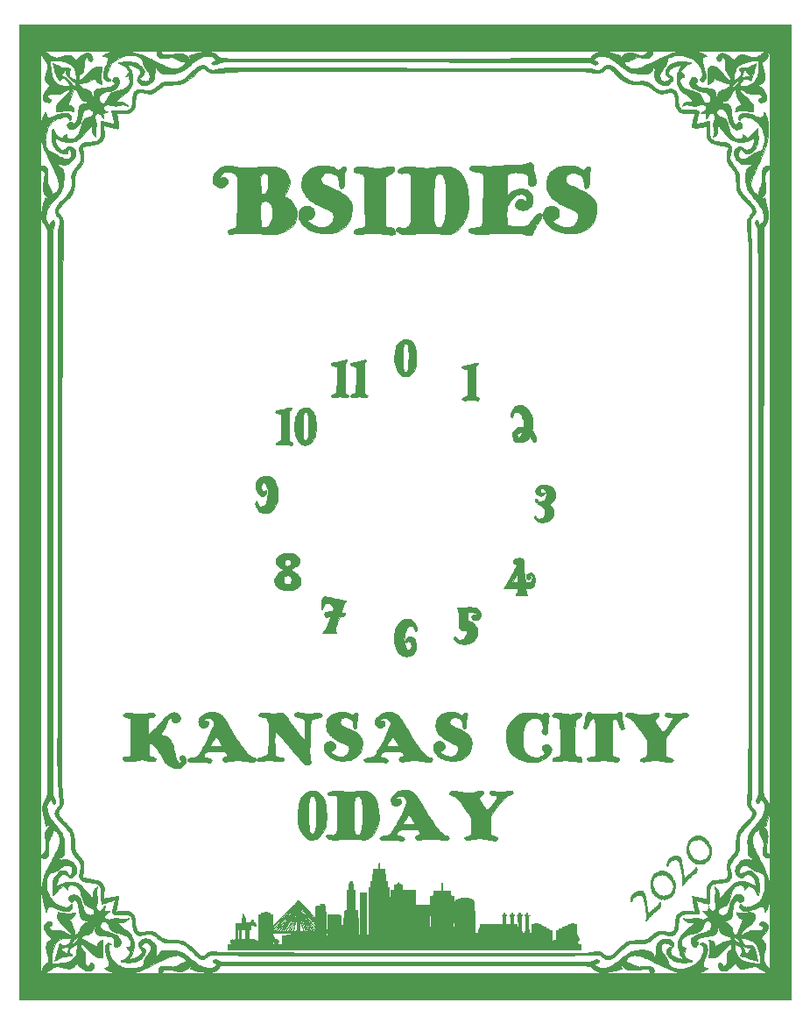
<source format=gbr>
G04 #@! TF.GenerationSoftware,KiCad,Pcbnew,(5.1.4)-1*
G04 #@! TF.CreationDate,2021-02-25T18:32:59-06:00*
G04 #@! TF.ProjectId,Bsides-KC-2021-Safe-Badge-SVG2Shenzen v1_00,42736964-6573-42d4-9b43-2d323032312d,rev?*
G04 #@! TF.SameCoordinates,Original*
G04 #@! TF.FileFunction,Copper,L1,Top*
G04 #@! TF.FilePolarity,Positive*
%FSLAX46Y46*%
G04 Gerber Fmt 4.6, Leading zero omitted, Abs format (unit mm)*
G04 Created by KiCad (PCBNEW (5.1.4)-1) date 2021-02-25 18:32:59*
%MOMM*%
%LPD*%
G04 APERTURE LIST*
%ADD10C,0.010000*%
G04 APERTURE END LIST*
D10*
G36*
X46270334Y-46228000D02*
G01*
X-28342166Y-46228000D01*
X-28342166Y-32474106D01*
X-26289000Y-32474106D01*
X-26289000Y-38059886D01*
X-26288993Y-38634906D01*
X-26288965Y-39169094D01*
X-26288905Y-39663951D01*
X-26288803Y-40120980D01*
X-26288649Y-40541682D01*
X-26288433Y-40927559D01*
X-26288143Y-41280112D01*
X-26287770Y-41600843D01*
X-26287302Y-41891253D01*
X-26286731Y-42152844D01*
X-26286045Y-42387118D01*
X-26285234Y-42595577D01*
X-26284287Y-42779721D01*
X-26283195Y-42941052D01*
X-26281946Y-43081073D01*
X-26280530Y-43201284D01*
X-26278938Y-43303187D01*
X-26277158Y-43388285D01*
X-26275180Y-43458077D01*
X-26272994Y-43514067D01*
X-26270589Y-43557755D01*
X-26267956Y-43590644D01*
X-26265083Y-43614234D01*
X-26261960Y-43630028D01*
X-26258576Y-43639527D01*
X-26254923Y-43644232D01*
X-26250988Y-43645646D01*
X-26250329Y-43645667D01*
X-26246867Y-43644539D01*
X-25876250Y-43644539D01*
X-22383750Y-43643393D01*
X-19702609Y-43642514D01*
X-17557750Y-43642514D01*
X-16228115Y-43644090D01*
X-14898480Y-43645667D01*
X-14591212Y-43645667D01*
X32680401Y-43645667D01*
X32616846Y-43545451D01*
X32575869Y-43472233D01*
X32542697Y-43398021D01*
X32531830Y-43365534D01*
X32510368Y-43285834D01*
X32197763Y-43285834D01*
X31951199Y-43293106D01*
X31687903Y-43313874D01*
X31537121Y-43331404D01*
X31375780Y-43349766D01*
X31205835Y-43364376D01*
X31044316Y-43373981D01*
X30913917Y-43377326D01*
X30792392Y-43376443D01*
X30700732Y-43372393D01*
X30626497Y-43363611D01*
X30557251Y-43348531D01*
X30480553Y-43325589D01*
X30466654Y-43321050D01*
X30298700Y-43250700D01*
X30126178Y-43151491D01*
X29963514Y-43032397D01*
X29873676Y-42952251D01*
X29764769Y-42846516D01*
X29826118Y-43028008D01*
X29851547Y-43109657D01*
X29868105Y-43175836D01*
X29873526Y-43216734D01*
X29871525Y-43224487D01*
X29844882Y-43236157D01*
X29783820Y-43256369D01*
X29694962Y-43283298D01*
X29584933Y-43315121D01*
X29460359Y-43350014D01*
X29327862Y-43386152D01*
X29194069Y-43421711D01*
X29065603Y-43454868D01*
X28949090Y-43483799D01*
X28851154Y-43506680D01*
X28829000Y-43511531D01*
X28666108Y-43540323D01*
X28486312Y-43561559D01*
X28300160Y-43574839D01*
X28118200Y-43579759D01*
X27950978Y-43575917D01*
X27809041Y-43562912D01*
X27750000Y-43552666D01*
X27649422Y-43527714D01*
X27557354Y-43495817D01*
X27465414Y-43452616D01*
X27365216Y-43393750D01*
X27248378Y-43314861D01*
X27135667Y-43233203D01*
X27023296Y-43151577D01*
X26928952Y-43088383D01*
X26844243Y-43040911D01*
X26760777Y-43006451D01*
X26670162Y-42982293D01*
X26564006Y-42965729D01*
X26433918Y-42954048D01*
X26271505Y-42944541D01*
X26236084Y-42942746D01*
X26209429Y-42941380D01*
X26184524Y-42940066D01*
X26160536Y-42938804D01*
X26136633Y-42937593D01*
X26111983Y-42936432D01*
X26085754Y-42935323D01*
X26057113Y-42934263D01*
X26025229Y-42933254D01*
X25989270Y-42932294D01*
X25948403Y-42931384D01*
X25901796Y-42930523D01*
X25848617Y-42929710D01*
X25788035Y-42928946D01*
X25719216Y-42928229D01*
X25641329Y-42927561D01*
X25553542Y-42926940D01*
X25455023Y-42926366D01*
X25344939Y-42925839D01*
X25222458Y-42925359D01*
X25086749Y-42924925D01*
X24936979Y-42924537D01*
X24772316Y-42924194D01*
X24591927Y-42923897D01*
X24394982Y-42923644D01*
X24180647Y-42923436D01*
X23948091Y-42923273D01*
X23696482Y-42923154D01*
X23424987Y-42923078D01*
X23132774Y-42923046D01*
X22819011Y-42923057D01*
X22482867Y-42923110D01*
X22123508Y-42923206D01*
X21740103Y-42923345D01*
X21331820Y-42923525D01*
X20897827Y-42923746D01*
X20437291Y-42924009D01*
X19949380Y-42924313D01*
X19433263Y-42924657D01*
X18888106Y-42925042D01*
X18313079Y-42925467D01*
X17707349Y-42925931D01*
X17070084Y-42926435D01*
X16400451Y-42926977D01*
X15697619Y-42927559D01*
X14960756Y-42928179D01*
X14189029Y-42928837D01*
X13381606Y-42929532D01*
X12537655Y-42930266D01*
X11656345Y-42931036D01*
X10736842Y-42931843D01*
X9778315Y-42932687D01*
X8779932Y-42933567D01*
X7740861Y-42934483D01*
X6685788Y-42935412D01*
X-8948674Y-42949168D01*
X-9014585Y-43083054D01*
X-9110918Y-43232123D01*
X-9239662Y-43355108D01*
X-9399812Y-43451912D01*
X-9590361Y-43522440D01*
X-9810304Y-43566594D01*
X-10058633Y-43584279D01*
X-10334344Y-43575397D01*
X-10636429Y-43539852D01*
X-10963882Y-43477548D01*
X-11315698Y-43388388D01*
X-11530541Y-43324325D01*
X-11631977Y-43290841D01*
X-11717072Y-43259578D01*
X-11778513Y-43233469D01*
X-11808984Y-43215446D01*
X-11811000Y-43211883D01*
X-11804537Y-43181197D01*
X-11787436Y-43122273D01*
X-11763134Y-43046795D01*
X-11758083Y-43031834D01*
X-11733026Y-42956933D01*
X-11714380Y-42898847D01*
X-11705484Y-42868046D01*
X-11705166Y-42865991D01*
X-11719162Y-42876005D01*
X-11757393Y-42910737D01*
X-11814226Y-42964903D01*
X-11884028Y-43033223D01*
X-11893314Y-43042425D01*
X-12043488Y-43183134D01*
X-12179962Y-43292323D01*
X-12310017Y-43375241D01*
X-12440422Y-43436933D01*
X-12503033Y-43459156D01*
X-12564484Y-43473409D01*
X-12636824Y-43481254D01*
X-12732106Y-43484258D01*
X-12805833Y-43484385D01*
X-12901944Y-43482812D01*
X-12985882Y-43477972D01*
X-13068103Y-43468286D01*
X-13159064Y-43452176D01*
X-13269223Y-43428064D01*
X-13409035Y-43394372D01*
X-13419666Y-43391747D01*
X-13562575Y-43357213D01*
X-13674759Y-43332491D01*
X-13766278Y-43316038D01*
X-13847191Y-43306311D01*
X-13927556Y-43301768D01*
X-14012333Y-43300846D01*
X-14118916Y-43304023D01*
X-14221662Y-43312012D01*
X-14305502Y-43323431D01*
X-14338245Y-43330715D01*
X-14401238Y-43351412D01*
X-14436608Y-43376182D01*
X-14458152Y-43417842D01*
X-14468971Y-43452136D01*
X-14496915Y-43522014D01*
X-14533200Y-43582543D01*
X-14543624Y-43595011D01*
X-14591212Y-43645667D01*
X-14898480Y-43645667D01*
X-14913182Y-43599345D01*
X-14928028Y-43500384D01*
X-14920246Y-43383995D01*
X-14891906Y-43267132D01*
X-14864564Y-43201167D01*
X-14822345Y-43127603D01*
X-14776370Y-43078163D01*
X-14710421Y-43036513D01*
X-14691163Y-43026542D01*
X-14630685Y-42998413D01*
X-14575774Y-42981067D01*
X-14512738Y-42971995D01*
X-14427881Y-42968691D01*
X-14373663Y-42968419D01*
X-14254158Y-42972143D01*
X-14121484Y-42981925D01*
X-14000873Y-42995809D01*
X-13980583Y-42998880D01*
X-13802977Y-43025401D01*
X-13656985Y-43041246D01*
X-13532896Y-43044908D01*
X-13420996Y-43034881D01*
X-13311571Y-43009658D01*
X-13194908Y-42967732D01*
X-13061294Y-42907597D01*
X-12911392Y-42833033D01*
X-12736798Y-42747122D01*
X-12593051Y-42683274D01*
X-12475893Y-42639899D01*
X-12381064Y-42615405D01*
X-12309866Y-42608176D01*
X-12244044Y-42603418D01*
X-12208973Y-42585941D01*
X-12202760Y-42549714D01*
X-12223511Y-42488705D01*
X-12253206Y-42427753D01*
X-12359988Y-42261580D01*
X-12491249Y-42129775D01*
X-12646558Y-42032479D01*
X-12825483Y-41969830D01*
X-13027594Y-41941969D01*
X-13252459Y-41949036D01*
X-13499647Y-41991171D01*
X-13556561Y-42005053D01*
X-13657750Y-42032276D01*
X-13755599Y-42061749D01*
X-13854643Y-42095436D01*
X-13959419Y-42135300D01*
X-14074460Y-42183306D01*
X-14204302Y-42241416D01*
X-14353481Y-42311594D01*
X-14526531Y-42395805D01*
X-14727988Y-42496012D01*
X-14956759Y-42611329D01*
X-15284569Y-42776011D01*
X-15579355Y-42921164D01*
X-15844821Y-43048312D01*
X-16084672Y-43158975D01*
X-16302611Y-43254678D01*
X-16502343Y-43336942D01*
X-16687573Y-43407289D01*
X-16862003Y-43467242D01*
X-17029340Y-43518324D01*
X-17193286Y-43562057D01*
X-17357547Y-43599963D01*
X-17367250Y-43602034D01*
X-17557750Y-43642514D01*
X-19702609Y-43642514D01*
X-18891250Y-43642248D01*
X-19124065Y-43601290D01*
X-19295298Y-43569682D01*
X-19433578Y-43540283D01*
X-19548019Y-43510550D01*
X-19647734Y-43477945D01*
X-19741837Y-43439927D01*
X-19801416Y-43412495D01*
X-19888547Y-43366566D01*
X-19974506Y-43313985D01*
X-20051294Y-43260535D01*
X-20110909Y-43211996D01*
X-20145351Y-43174149D01*
X-20150666Y-43160132D01*
X-20131656Y-43148516D01*
X-20082947Y-43136740D01*
X-20042790Y-43130787D01*
X-19911352Y-43098046D01*
X-19808348Y-43034169D01*
X-19761296Y-42982582D01*
X-19738194Y-42944312D01*
X-19724867Y-42898641D01*
X-19719101Y-42833516D01*
X-19718531Y-42749749D01*
X-19720132Y-42689191D01*
X-19724607Y-42631934D01*
X-19733441Y-42572518D01*
X-19748118Y-42505480D01*
X-19770124Y-42425360D01*
X-19800943Y-42326698D01*
X-19842061Y-42204032D01*
X-19894960Y-42051902D01*
X-19952610Y-41888834D01*
X-19997446Y-41761621D01*
X-20029919Y-41665047D01*
X-20052022Y-41589928D01*
X-20065747Y-41527077D01*
X-20073088Y-41467309D01*
X-20076035Y-41401438D01*
X-20076583Y-41320280D01*
X-20076583Y-41317334D01*
X-20075453Y-41212444D01*
X-20070646Y-41137348D01*
X-20060040Y-41079533D01*
X-20041511Y-41026488D01*
X-20018990Y-40977925D01*
X-19944710Y-40855658D01*
X-19862320Y-40771682D01*
X-19774339Y-40726793D01*
X-19683286Y-40721784D01*
X-19591679Y-40757450D01*
X-19516276Y-40819288D01*
X-19443862Y-40894000D01*
X-19724287Y-40894000D01*
X-19738847Y-41010533D01*
X-19745315Y-41152424D01*
X-19734559Y-41319820D01*
X-19708194Y-41500313D01*
X-19667835Y-41681496D01*
X-19638333Y-41783000D01*
X-19531124Y-42050097D01*
X-19386744Y-42297107D01*
X-19205741Y-42523161D01*
X-19109209Y-42620938D01*
X-18989613Y-42729875D01*
X-18882586Y-42815386D01*
X-18774435Y-42887253D01*
X-18651468Y-42955254D01*
X-18616083Y-42973158D01*
X-18402089Y-43067337D01*
X-18186467Y-43135505D01*
X-17962171Y-43178619D01*
X-17722154Y-43197635D01*
X-17459372Y-43193511D01*
X-17177784Y-43168510D01*
X-16989048Y-43143886D01*
X-16836887Y-43118287D01*
X-16715545Y-43090321D01*
X-16619265Y-43058599D01*
X-16542290Y-43021733D01*
X-16524041Y-43010698D01*
X-16463658Y-42966575D01*
X-16417877Y-42916282D01*
X-16382640Y-42851589D01*
X-16353889Y-42764263D01*
X-16327566Y-42646074D01*
X-16317381Y-42591496D01*
X-16288289Y-42451054D01*
X-16253612Y-42334163D01*
X-16207709Y-42228695D01*
X-16144940Y-42122524D01*
X-16059666Y-42003522D01*
X-16020124Y-41952334D01*
X-15903609Y-41800993D01*
X-15812486Y-41675740D01*
X-15743875Y-41571154D01*
X-15694899Y-41481813D01*
X-15662677Y-41402295D01*
X-15644330Y-41327179D01*
X-15636979Y-41251042D01*
X-15636510Y-41229954D01*
X-15653953Y-41094838D01*
X-15704963Y-40966780D01*
X-15783751Y-40857483D01*
X-15848697Y-40800929D01*
X-15950315Y-40751790D01*
X-16071249Y-40727328D01*
X-16194972Y-40729700D01*
X-16267851Y-40746252D01*
X-16358306Y-40792920D01*
X-16447623Y-40867129D01*
X-16522427Y-40955896D01*
X-16565379Y-41035086D01*
X-16585397Y-41104972D01*
X-16577729Y-41146543D01*
X-16539397Y-41165859D01*
X-16499416Y-41169308D01*
X-16436869Y-41182912D01*
X-16360469Y-41215968D01*
X-16287838Y-41259618D01*
X-16242017Y-41298666D01*
X-16186188Y-41390469D01*
X-16163458Y-41502162D01*
X-16172448Y-41629068D01*
X-16211781Y-41766510D01*
X-16280080Y-41909811D01*
X-16375966Y-42054295D01*
X-16498063Y-42195286D01*
X-16509568Y-42206921D01*
X-16652763Y-42333251D01*
X-16806839Y-42434052D01*
X-16977446Y-42511363D01*
X-17170230Y-42567222D01*
X-17390843Y-42603669D01*
X-17644932Y-42622742D01*
X-17663700Y-42623463D01*
X-17950882Y-42624425D01*
X-18213071Y-42604577D01*
X-18462656Y-42562979D01*
X-18463833Y-42562727D01*
X-18525541Y-42546527D01*
X-18554387Y-42528487D01*
X-18559616Y-42502356D01*
X-18559083Y-42498305D01*
X-18540712Y-42467253D01*
X-18491533Y-42435990D01*
X-18419726Y-42405824D01*
X-18226247Y-42312345D01*
X-18047854Y-42181842D01*
X-17934781Y-42072296D01*
X-17870859Y-41997027D01*
X-17807591Y-41910836D01*
X-17750760Y-41823041D01*
X-17706147Y-41742958D01*
X-17679533Y-41679904D01*
X-17674612Y-41653037D01*
X-17686660Y-41626073D01*
X-17719358Y-41572354D01*
X-17768052Y-41499067D01*
X-17828093Y-41413398D01*
X-17843947Y-41391417D01*
X-18012837Y-41158584D01*
X-17891127Y-41147482D01*
X-17775745Y-41127956D01*
X-17693823Y-41089772D01*
X-17638364Y-41026733D01*
X-17602370Y-40932641D01*
X-17591297Y-40881957D01*
X-17583720Y-40732167D01*
X-17612745Y-40576329D01*
X-17675261Y-40423053D01*
X-17768153Y-40280951D01*
X-17835525Y-40206256D01*
X-17920753Y-40131168D01*
X-18016774Y-40065124D01*
X-18129338Y-40005587D01*
X-18264197Y-39950024D01*
X-18427104Y-39895897D01*
X-18623811Y-39840672D01*
X-18721916Y-39815530D01*
X-18935614Y-39759228D01*
X-19112097Y-39705448D01*
X-19256114Y-39651133D01*
X-19372414Y-39593225D01*
X-19465746Y-39528666D01*
X-19540859Y-39454401D01*
X-19602502Y-39367372D01*
X-19655425Y-39264521D01*
X-19684106Y-39196134D01*
X-19720698Y-39105922D01*
X-19756785Y-39021207D01*
X-19785982Y-38956865D01*
X-19792219Y-38944202D01*
X-19873275Y-38819293D01*
X-19971171Y-38726372D01*
X-20081175Y-38668912D01*
X-20192630Y-38650334D01*
X-20249813Y-38655866D01*
X-20299328Y-38677443D01*
X-20356711Y-38722536D01*
X-20372372Y-38736758D01*
X-20444269Y-38816320D01*
X-20506345Y-38909296D01*
X-20551628Y-39003087D01*
X-20573145Y-39085095D01*
X-20574000Y-39101082D01*
X-20553084Y-39205060D01*
X-20491299Y-39306204D01*
X-20390094Y-39402944D01*
X-20250913Y-39493709D01*
X-20177696Y-39531502D01*
X-20110581Y-39560716D01*
X-20011914Y-39599497D01*
X-19890491Y-39644596D01*
X-19755104Y-39692762D01*
X-19614550Y-39740744D01*
X-19585029Y-39750549D01*
X-19416685Y-39806368D01*
X-19283222Y-39851449D01*
X-19179270Y-39888166D01*
X-19099457Y-39918891D01*
X-19038414Y-39945999D01*
X-18990770Y-39971862D01*
X-18951154Y-39998853D01*
X-18914195Y-40029345D01*
X-18876966Y-40063427D01*
X-18763485Y-40188762D01*
X-18673254Y-40327468D01*
X-18608280Y-40472782D01*
X-18570569Y-40617943D01*
X-18562126Y-40756190D01*
X-18584957Y-40880762D01*
X-18614879Y-40946772D01*
X-18675989Y-41021653D01*
X-18759610Y-41085189D01*
X-18855216Y-41132970D01*
X-18952281Y-41160584D01*
X-19040279Y-41163618D01*
X-19093506Y-41147373D01*
X-19135107Y-41115727D01*
X-19166083Y-41067661D01*
X-19188013Y-40997316D01*
X-19202476Y-40898829D01*
X-19211054Y-40766341D01*
X-19213163Y-40703500D01*
X-19217354Y-40561667D01*
X-19222131Y-40455753D01*
X-19229096Y-40379358D01*
X-19239850Y-40326080D01*
X-19255995Y-40289518D01*
X-19279132Y-40263271D01*
X-19310863Y-40240937D01*
X-19332041Y-40228304D01*
X-19410123Y-40186111D01*
X-19489690Y-40151801D01*
X-19577103Y-40124077D01*
X-19678723Y-40101642D01*
X-19800910Y-40083202D01*
X-19950026Y-40067459D01*
X-20132430Y-40053117D01*
X-20220840Y-40047178D01*
X-20429110Y-40029890D01*
X-20599210Y-40006256D01*
X-20735085Y-39974197D01*
X-20840683Y-39931638D01*
X-20919948Y-39876502D01*
X-20976830Y-39806712D01*
X-21015272Y-39720193D01*
X-21038929Y-39616740D01*
X-21044892Y-39532031D01*
X-21041727Y-39429058D01*
X-21030903Y-39325479D01*
X-21013890Y-39238950D01*
X-21005240Y-39211907D01*
X-21000881Y-39186362D01*
X-21023546Y-39185003D01*
X-21041756Y-39190019D01*
X-21125504Y-39237266D01*
X-21195715Y-39323136D01*
X-21250785Y-39445638D01*
X-21253136Y-39452762D01*
X-21299248Y-39579967D01*
X-21349147Y-39679526D01*
X-21409459Y-39756924D01*
X-21486814Y-39817648D01*
X-21587838Y-39867181D01*
X-21719161Y-39911011D01*
X-21847947Y-39945027D01*
X-22010956Y-39988733D01*
X-22135725Y-40030952D01*
X-22226176Y-40074043D01*
X-22286226Y-40120366D01*
X-22319796Y-40172281D01*
X-22330804Y-40232148D01*
X-22330833Y-40235772D01*
X-22315360Y-40287532D01*
X-22268107Y-40346519D01*
X-22187819Y-40413498D01*
X-22073246Y-40489239D01*
X-21923133Y-40574507D01*
X-21736228Y-40670071D01*
X-21511279Y-40776697D01*
X-21272500Y-40883968D01*
X-21155429Y-40935912D01*
X-21051075Y-40983030D01*
X-20965900Y-41022339D01*
X-20906365Y-41050854D01*
X-20878935Y-41065592D01*
X-20878599Y-41065851D01*
X-20862622Y-41062708D01*
X-20850292Y-41022170D01*
X-20843135Y-40968679D01*
X-20808666Y-40819126D01*
X-20739347Y-40693168D01*
X-20636522Y-40592444D01*
X-20501535Y-40518592D01*
X-20462135Y-40504259D01*
X-20416631Y-40487999D01*
X-20379199Y-40474581D01*
X-20349082Y-40467504D01*
X-20325524Y-40470267D01*
X-20307766Y-40486370D01*
X-20295051Y-40519310D01*
X-20286623Y-40572588D01*
X-20281723Y-40649701D01*
X-20279595Y-40754150D01*
X-20279481Y-40889433D01*
X-20280623Y-41059048D01*
X-20282266Y-41266496D01*
X-20282721Y-41333209D01*
X-20288250Y-42195750D01*
X-20415250Y-42190010D01*
X-20571265Y-42174892D01*
X-20714424Y-42141604D01*
X-20862972Y-42085393D01*
X-20923250Y-42057693D01*
X-21046974Y-41989655D01*
X-21171698Y-41901855D01*
X-21302879Y-41789744D01*
X-21445970Y-41648777D01*
X-21557495Y-41529000D01*
X-21719534Y-41355723D01*
X-21865004Y-41213180D01*
X-21999944Y-41096315D01*
X-22130396Y-41000071D01*
X-22262397Y-40919390D01*
X-22325541Y-40885990D01*
X-22436666Y-40829787D01*
X-22436666Y-40922732D01*
X-22429299Y-41010961D01*
X-22404788Y-41098425D01*
X-22359520Y-41193010D01*
X-22289881Y-41302604D01*
X-22216391Y-41403486D01*
X-22148652Y-41498277D01*
X-22086950Y-41594170D01*
X-22038706Y-41679106D01*
X-22014683Y-41731333D01*
X-21980841Y-41868203D01*
X-21968304Y-42041094D01*
X-21977067Y-42250228D01*
X-21991529Y-42385273D01*
X-22003503Y-42559634D01*
X-21989498Y-42704518D01*
X-21947360Y-42825438D01*
X-21874938Y-42927908D01*
X-21770078Y-43017442D01*
X-21735862Y-43040154D01*
X-21690515Y-43059784D01*
X-21658573Y-43048232D01*
X-21635612Y-43001513D01*
X-21620815Y-42936584D01*
X-21585495Y-42815293D01*
X-21529960Y-42731064D01*
X-21453968Y-42683631D01*
X-21378333Y-42672000D01*
X-21284783Y-42689651D01*
X-21214180Y-42739593D01*
X-21168557Y-42817314D01*
X-21149945Y-42918298D01*
X-21160379Y-43038033D01*
X-21179976Y-43112554D01*
X-21241675Y-43246265D01*
X-21328319Y-43347276D01*
X-21437491Y-43415188D01*
X-21566774Y-43449604D01*
X-21713752Y-43450126D01*
X-21876008Y-43416357D01*
X-22051125Y-43347898D01*
X-22182666Y-43277586D01*
X-22321460Y-43186114D01*
X-22459046Y-43078729D01*
X-22586218Y-42963777D01*
X-22693771Y-42849603D01*
X-22772500Y-42744554D01*
X-22774964Y-42740588D01*
X-22792428Y-42720039D01*
X-22811417Y-42726752D01*
X-22842443Y-42764772D01*
X-22844266Y-42767250D01*
X-22878953Y-42809191D01*
X-22934920Y-42871145D01*
X-23003276Y-42943431D01*
X-23050115Y-42991347D01*
X-23156804Y-43089286D01*
X-23260050Y-43160718D01*
X-23366318Y-43206634D01*
X-23482076Y-43228027D01*
X-23613789Y-43225890D01*
X-23767925Y-43201215D01*
X-23950950Y-43154993D01*
X-24008116Y-43138367D01*
X-24202942Y-43084364D01*
X-24367756Y-43047956D01*
X-24510514Y-43028010D01*
X-24639167Y-43023391D01*
X-24754416Y-43032022D01*
X-24859283Y-43048468D01*
X-24952645Y-43071505D01*
X-25041975Y-43104837D01*
X-25134743Y-43152172D01*
X-25238424Y-43217214D01*
X-25360488Y-43303671D01*
X-25474083Y-43388981D01*
X-25562233Y-43453498D01*
X-25653581Y-43515901D01*
X-25733195Y-43566135D01*
X-25759833Y-43581345D01*
X-25876250Y-43644539D01*
X-26246867Y-43644539D01*
X-26229875Y-43639004D01*
X-26214254Y-43613838D01*
X-26200546Y-43562406D01*
X-26185831Y-43476943D01*
X-26185111Y-43472253D01*
X-26136023Y-43247771D01*
X-26061994Y-43056565D01*
X-25961882Y-42896898D01*
X-25834541Y-42767033D01*
X-25678828Y-42665234D01*
X-25641274Y-42646724D01*
X-25510127Y-42585353D01*
X-25519700Y-42496385D01*
X-25535081Y-42374833D01*
X-25209500Y-42374833D01*
X-25209500Y-42735500D01*
X-25045458Y-42735314D01*
X-24960366Y-42733624D01*
X-24847336Y-42729146D01*
X-24720625Y-42722547D01*
X-24594487Y-42714492D01*
X-24585083Y-42713822D01*
X-24250500Y-42679797D01*
X-23953557Y-42628262D01*
X-23693128Y-42558712D01*
X-23468087Y-42470645D01*
X-23277307Y-42363555D01*
X-23119661Y-42236940D01*
X-22994024Y-42090297D01*
X-22921778Y-41970126D01*
X-22888475Y-41891081D01*
X-22859553Y-41790981D01*
X-22833976Y-41664629D01*
X-22810708Y-41506828D01*
X-22788715Y-41312380D01*
X-22786672Y-41291993D01*
X-22774571Y-41175831D01*
X-22762793Y-41073058D01*
X-22752345Y-40991749D01*
X-22744237Y-40939976D01*
X-22741083Y-40926868D01*
X-22736469Y-40905559D01*
X-22748026Y-40896667D01*
X-22782310Y-40900538D01*
X-22845877Y-40917520D01*
X-22905395Y-40935565D01*
X-23013236Y-40976764D01*
X-23130274Y-41034089D01*
X-23240959Y-41099028D01*
X-23329740Y-41163067D01*
X-23344524Y-41175949D01*
X-23437786Y-41282081D01*
X-23494290Y-41393570D01*
X-23513926Y-41505273D01*
X-23496586Y-41612050D01*
X-23442158Y-41708758D01*
X-23357492Y-41785611D01*
X-23308085Y-41826198D01*
X-23287049Y-41868722D01*
X-23283478Y-41912826D01*
X-23283333Y-41989735D01*
X-23415625Y-42002584D01*
X-23485598Y-42008905D01*
X-23585848Y-42017339D01*
X-23704430Y-42026910D01*
X-23829400Y-42036639D01*
X-23865416Y-42039373D01*
X-24182916Y-42063313D01*
X-24551579Y-42261823D01*
X-24665613Y-42322729D01*
X-24767255Y-42376074D01*
X-24850524Y-42418795D01*
X-24909441Y-42447832D01*
X-24938027Y-42460123D01*
X-24939297Y-42460334D01*
X-24949979Y-42444012D01*
X-24946799Y-42423292D01*
X-24938239Y-42394728D01*
X-24919218Y-42330561D01*
X-24891215Y-42235805D01*
X-24855709Y-42115472D01*
X-24814179Y-41974574D01*
X-24768105Y-41818124D01*
X-24732851Y-41698334D01*
X-24683329Y-41530305D01*
X-24636267Y-41371180D01*
X-24597231Y-41239686D01*
X-24355741Y-41239686D01*
X-24345173Y-41257555D01*
X-24309922Y-41301717D01*
X-24254065Y-41367402D01*
X-24181681Y-41449838D01*
X-24096846Y-41544255D01*
X-24073372Y-41570046D01*
X-23972493Y-41679713D01*
X-23896016Y-41760479D01*
X-23840595Y-41815413D01*
X-23802885Y-41847586D01*
X-23779538Y-41860067D01*
X-23767211Y-41855926D01*
X-23765431Y-41852586D01*
X-23755294Y-41820060D01*
X-23737161Y-41754124D01*
X-23713069Y-41662495D01*
X-23685059Y-41552891D01*
X-23663855Y-41468164D01*
X-23635880Y-41353462D01*
X-23612532Y-41253961D01*
X-23595346Y-41176523D01*
X-23585858Y-41128009D01*
X-23584752Y-41114693D01*
X-23606928Y-41115480D01*
X-23662732Y-41122322D01*
X-23744103Y-41133911D01*
X-23842980Y-41148942D01*
X-23951304Y-41166106D01*
X-24061013Y-41184097D01*
X-24164047Y-41201609D01*
X-24252345Y-41217334D01*
X-24317847Y-41229966D01*
X-24352492Y-41238198D01*
X-24355741Y-41239686D01*
X-24597231Y-41239686D01*
X-24593337Y-41226570D01*
X-24556211Y-41102086D01*
X-24526562Y-41003339D01*
X-24506061Y-40935940D01*
X-24498410Y-40911527D01*
X-24466361Y-40812636D01*
X-24324639Y-40879777D01*
X-24250260Y-40912851D01*
X-24188126Y-40932913D01*
X-24122410Y-40943127D01*
X-24037282Y-40946662D01*
X-23989024Y-40946917D01*
X-23894968Y-40945927D01*
X-23830823Y-40941097D01*
X-23784181Y-40929642D01*
X-23765289Y-40920153D01*
X-23395701Y-40920153D01*
X-23344809Y-40893222D01*
X-23304314Y-40869360D01*
X-23240292Y-40828992D01*
X-23164222Y-40779410D01*
X-23135166Y-40760085D01*
X-23041506Y-40691741D01*
X-22942186Y-40610309D01*
X-22857132Y-40532220D01*
X-22849416Y-40524452D01*
X-22789289Y-40457128D01*
X-22731819Y-40382330D01*
X-22681638Y-40307646D01*
X-22643382Y-40240668D01*
X-22621683Y-40188987D01*
X-22621175Y-40160192D01*
X-22625298Y-40157317D01*
X-22653809Y-40162210D01*
X-22707526Y-40181721D01*
X-22763282Y-40206306D01*
X-22876938Y-40271080D01*
X-22984642Y-40356779D01*
X-23090642Y-40468005D01*
X-23199186Y-40609361D01*
X-23314521Y-40785449D01*
X-23346623Y-40838285D01*
X-23395701Y-40920153D01*
X-23765289Y-40920153D01*
X-23742632Y-40908773D01*
X-23703941Y-40882879D01*
X-23581641Y-40771783D01*
X-23482247Y-40628207D01*
X-23408693Y-40456996D01*
X-23378776Y-40345783D01*
X-23363241Y-40273816D01*
X-23720162Y-40286165D01*
X-23883816Y-40294011D01*
X-24025108Y-40305165D01*
X-24137047Y-40318962D01*
X-24204083Y-40332319D01*
X-24412182Y-40406734D01*
X-24594554Y-40512800D01*
X-24751959Y-40651395D01*
X-24885154Y-40823395D01*
X-24994898Y-41029676D01*
X-25081949Y-41271115D01*
X-25111346Y-41380834D01*
X-25149466Y-41556889D01*
X-25177354Y-41735124D01*
X-25195998Y-41925536D01*
X-25206383Y-42138120D01*
X-25209500Y-42374833D01*
X-25535081Y-42374833D01*
X-25538385Y-42348725D01*
X-25563146Y-42204134D01*
X-25596627Y-42049367D01*
X-25641474Y-41871175D01*
X-25653715Y-41825334D01*
X-25699009Y-41653490D01*
X-25732898Y-41514813D01*
X-25756608Y-41402060D01*
X-25771365Y-41307994D01*
X-25778394Y-41225373D01*
X-25778921Y-41146959D01*
X-25776637Y-41099104D01*
X-25750833Y-40931971D01*
X-25694269Y-40784922D01*
X-25603788Y-40652928D01*
X-25476229Y-40530964D01*
X-25371486Y-40454382D01*
X-25302237Y-40406719D01*
X-25248074Y-40366900D01*
X-25217573Y-40341334D01*
X-25213973Y-40336697D01*
X-25226706Y-40317081D01*
X-25265955Y-40280670D01*
X-25323559Y-40234954D01*
X-25330390Y-40229883D01*
X-25474638Y-40107297D01*
X-25615715Y-39957973D01*
X-25743768Y-39794060D01*
X-25848946Y-39627706D01*
X-25897579Y-39530414D01*
X-25958369Y-39358547D01*
X-25982209Y-39202537D01*
X-25969216Y-39063815D01*
X-25919503Y-38943813D01*
X-25842969Y-38852552D01*
X-25711533Y-38759234D01*
X-25568982Y-38705879D01*
X-25449045Y-38692667D01*
X-25376756Y-38695711D01*
X-25328104Y-38709555D01*
X-25284560Y-38741263D01*
X-25260300Y-38764634D01*
X-25204724Y-38838546D01*
X-25189518Y-38913209D01*
X-25213345Y-38996630D01*
X-25219506Y-39009050D01*
X-25258257Y-39054013D01*
X-25321283Y-39100492D01*
X-25392129Y-39138456D01*
X-25454342Y-39157874D01*
X-25464891Y-39158658D01*
X-25509694Y-39169856D01*
X-25524765Y-39177671D01*
X-25536794Y-39206709D01*
X-25520438Y-39253512D01*
X-25481790Y-39311280D01*
X-25426945Y-39373216D01*
X-25361995Y-39432521D01*
X-25293034Y-39482396D01*
X-25226157Y-39516043D01*
X-25219356Y-39518407D01*
X-25166699Y-39529988D01*
X-25093484Y-39535302D01*
X-24992494Y-39534551D01*
X-24862048Y-39528266D01*
X-24676235Y-39519201D01*
X-24523838Y-39517965D01*
X-24396359Y-39526447D01*
X-24285301Y-39546538D01*
X-24182165Y-39580127D01*
X-24078452Y-39629105D01*
X-23965664Y-39695360D01*
X-23889632Y-39744502D01*
X-23797621Y-39803621D01*
X-23709110Y-39857549D01*
X-23635238Y-39899659D01*
X-23593298Y-39920767D01*
X-23528375Y-39944318D01*
X-23456034Y-39963352D01*
X-23387437Y-39975951D01*
X-23333746Y-39980199D01*
X-23306122Y-39974177D01*
X-23304579Y-39970362D01*
X-23314759Y-39942085D01*
X-23340037Y-39894039D01*
X-23349497Y-39878000D01*
X-23425332Y-39767216D01*
X-23525454Y-39646570D01*
X-23653107Y-39512571D01*
X-23811538Y-39361729D01*
X-23920344Y-39263787D01*
X-24107562Y-39095201D01*
X-24263255Y-38947916D01*
X-24390127Y-38818328D01*
X-24490882Y-38702830D01*
X-24568226Y-38597817D01*
X-24624863Y-38499684D01*
X-24663499Y-38404825D01*
X-24686837Y-38309635D01*
X-24696424Y-38229274D01*
X-24698206Y-38119501D01*
X-24683988Y-38018019D01*
X-24661182Y-37932519D01*
X-24636406Y-37855343D01*
X-24617159Y-37811295D01*
X-24598260Y-37792549D01*
X-24574532Y-37791277D01*
X-24568528Y-37792480D01*
X-24526461Y-37800853D01*
X-24455786Y-37813956D01*
X-24369620Y-37829372D01*
X-24341666Y-37834268D01*
X-24061443Y-37876538D01*
X-23811858Y-37899576D01*
X-23585857Y-37903411D01*
X-23376382Y-37888075D01*
X-23176377Y-37853599D01*
X-23117658Y-37839652D01*
X-23034221Y-37819761D01*
X-22968802Y-37806344D01*
X-22930276Y-37801101D01*
X-22923751Y-37802477D01*
X-22931663Y-37847015D01*
X-22951024Y-37915928D01*
X-22977027Y-37994503D01*
X-23004867Y-38068027D01*
X-23025375Y-38113601D01*
X-23094500Y-38211344D01*
X-23190997Y-38297971D01*
X-23303150Y-38365961D01*
X-23419243Y-38407796D01*
X-23498842Y-38417500D01*
X-23531150Y-38422516D01*
X-23537333Y-38428451D01*
X-23527570Y-38450324D01*
X-23501213Y-38500707D01*
X-23462660Y-38571349D01*
X-23430188Y-38629469D01*
X-23277988Y-38917899D01*
X-23160315Y-39181979D01*
X-23077131Y-39421805D01*
X-23028400Y-39637472D01*
X-23019024Y-39711893D01*
X-23010361Y-39795686D01*
X-23001320Y-39872989D01*
X-22995624Y-39914988D01*
X-22985102Y-39983726D01*
X-22896092Y-39938682D01*
X-22789795Y-39878073D01*
X-22705897Y-39811853D01*
X-22638172Y-39731904D01*
X-22580396Y-39630111D01*
X-22526341Y-39498355D01*
X-22499895Y-39422101D01*
X-22432797Y-39243183D01*
X-22360334Y-39100134D01*
X-22276852Y-38986492D01*
X-22176697Y-38895794D01*
X-22054216Y-38821577D01*
X-21925554Y-38765561D01*
X-21838673Y-38726709D01*
X-21756974Y-38680655D01*
X-21697899Y-38637252D01*
X-21697128Y-38636535D01*
X-21621750Y-38565992D01*
X-21769916Y-38578715D01*
X-21956793Y-38579622D01*
X-22120508Y-38548994D01*
X-22258777Y-38487734D01*
X-22369318Y-38396748D01*
X-22427548Y-38318247D01*
X-22459170Y-38260598D01*
X-22485336Y-38199497D01*
X-22507513Y-38128446D01*
X-22527169Y-38040945D01*
X-22545775Y-37930496D01*
X-22564797Y-37790600D01*
X-22584883Y-37621965D01*
X-22612234Y-37407693D01*
X-22641993Y-37229859D01*
X-22676093Y-37082571D01*
X-22716465Y-36959937D01*
X-22765044Y-36856063D01*
X-22823763Y-36765058D01*
X-22893025Y-36682660D01*
X-22992511Y-36576301D01*
X-23074921Y-36669924D01*
X-23167047Y-36753606D01*
X-23259369Y-36795223D01*
X-23352560Y-36795040D01*
X-23375471Y-36788694D01*
X-23466112Y-36738018D01*
X-23536085Y-36658325D01*
X-23581853Y-36559310D01*
X-23599879Y-36450668D01*
X-23586625Y-36342094D01*
X-23561294Y-36279337D01*
X-23498713Y-36205355D01*
X-23399844Y-36145189D01*
X-23269137Y-36101142D01*
X-23184977Y-36084573D01*
X-23031865Y-36076507D01*
X-22892925Y-36102762D01*
X-22767046Y-36164456D01*
X-22653117Y-36262708D01*
X-22550029Y-36398637D01*
X-22456671Y-36573360D01*
X-22371931Y-36787997D01*
X-22318757Y-36957000D01*
X-22256031Y-37172170D01*
X-22202284Y-37350566D01*
X-22155656Y-37496337D01*
X-22114291Y-37613631D01*
X-22076328Y-37706598D01*
X-22039910Y-37779386D01*
X-22003178Y-37836144D01*
X-21964273Y-37881021D01*
X-21921337Y-37918165D01*
X-21873392Y-37951167D01*
X-21743236Y-38015189D01*
X-21610882Y-38047291D01*
X-21482315Y-38049270D01*
X-21363519Y-38022921D01*
X-21260479Y-37970041D01*
X-21179179Y-37892425D01*
X-21125603Y-37791870D01*
X-21109331Y-37721850D01*
X-21112470Y-37626494D01*
X-21149620Y-37538069D01*
X-21222425Y-37455142D01*
X-21332529Y-37376281D01*
X-21481573Y-37300051D01*
X-21671202Y-37225021D01*
X-21684596Y-37220284D01*
X-21804153Y-37170650D01*
X-21906439Y-37109619D01*
X-21994368Y-37032783D01*
X-22070853Y-36935736D01*
X-22138808Y-36814069D01*
X-22201147Y-36663378D01*
X-22260783Y-36479253D01*
X-22320245Y-36258822D01*
X-22383624Y-36026767D01*
X-22448412Y-35832356D01*
X-22517113Y-35670913D01*
X-22592231Y-35537761D01*
X-22676269Y-35428227D01*
X-22771729Y-35337633D01*
X-22840483Y-35287094D01*
X-22965243Y-35214145D01*
X-23082422Y-35170852D01*
X-23208483Y-35152027D01*
X-23275007Y-35150155D01*
X-23405374Y-35167891D01*
X-23516847Y-35217691D01*
X-23604165Y-35294758D01*
X-23662066Y-35394295D01*
X-23685287Y-35511507D01*
X-23685500Y-35524350D01*
X-23689404Y-35574859D01*
X-23699064Y-35601232D01*
X-23701793Y-35602334D01*
X-23721940Y-35588126D01*
X-23765700Y-35549207D01*
X-23827090Y-35491135D01*
X-23900127Y-35419464D01*
X-23918457Y-35401125D01*
X-24118829Y-35199917D01*
X-24595542Y-35676292D01*
X-24712149Y-35792431D01*
X-24819221Y-35898335D01*
X-24913095Y-35990438D01*
X-24990106Y-36065175D01*
X-25046591Y-36118978D01*
X-25078887Y-36148283D01*
X-25084999Y-36152667D01*
X-25091725Y-36132640D01*
X-25099181Y-36077093D01*
X-25107010Y-35992825D01*
X-25114857Y-35886634D01*
X-25122364Y-35765319D01*
X-25129176Y-35635680D01*
X-25134935Y-35504515D01*
X-25139287Y-35378624D01*
X-25141873Y-35264804D01*
X-25142339Y-35169856D01*
X-25140327Y-35100578D01*
X-25140230Y-35099056D01*
X-25106486Y-34836325D01*
X-25039907Y-34597601D01*
X-24938765Y-34378183D01*
X-24801335Y-34173367D01*
X-24799687Y-34171270D01*
X-24658614Y-34015626D01*
X-24509193Y-33895215D01*
X-24354706Y-33811992D01*
X-24198435Y-33767907D01*
X-24110224Y-33761040D01*
X-23977126Y-33773001D01*
X-23865877Y-33811895D01*
X-23771234Y-33881576D01*
X-23687952Y-33985898D01*
X-23611260Y-34127697D01*
X-23543992Y-34272311D01*
X-23456271Y-34172655D01*
X-23395427Y-34093863D01*
X-23336751Y-34002508D01*
X-23310556Y-33953958D01*
X-23280131Y-33884465D01*
X-23262382Y-33820354D01*
X-23254096Y-33745195D01*
X-23252072Y-33655000D01*
X-23253494Y-33561169D01*
X-23259929Y-33497388D01*
X-23273715Y-33451456D01*
X-23297188Y-33411175D01*
X-23299356Y-33408109D01*
X-23379105Y-33330841D01*
X-23486913Y-33276229D01*
X-23614335Y-33245489D01*
X-23752926Y-33239839D01*
X-23894240Y-33260496D01*
X-24020286Y-33304191D01*
X-24084210Y-33338161D01*
X-24172627Y-33391409D01*
X-24276076Y-33457929D01*
X-24385097Y-33531716D01*
X-24443619Y-33572944D01*
X-24580601Y-33669445D01*
X-24693050Y-33744245D01*
X-24789663Y-33801871D01*
X-24879136Y-33846852D01*
X-24970168Y-33883712D01*
X-25071454Y-33916981D01*
X-25146000Y-33938570D01*
X-25282340Y-33981379D01*
X-25385316Y-34026762D01*
X-25463723Y-34081143D01*
X-25526355Y-34150945D01*
X-25582007Y-34242592D01*
X-25593883Y-34265718D01*
X-25649561Y-34385586D01*
X-25690703Y-34498486D01*
X-25719179Y-34614252D01*
X-25736855Y-34742718D01*
X-25745602Y-34893717D01*
X-25747310Y-35073167D01*
X-25745800Y-35211418D01*
X-25742278Y-35318004D01*
X-25735634Y-35403581D01*
X-25724757Y-35478808D01*
X-25708534Y-35554342D01*
X-25689498Y-35627533D01*
X-25593794Y-35923265D01*
X-25474977Y-36187939D01*
X-25329343Y-36428119D01*
X-25153189Y-36650368D01*
X-25051947Y-36757384D01*
X-24961448Y-36846452D01*
X-24888648Y-36912688D01*
X-24822391Y-36964235D01*
X-24751519Y-37009238D01*
X-24664876Y-37055838D01*
X-24595666Y-37090425D01*
X-24363254Y-37191450D01*
X-24146066Y-37258486D01*
X-23946293Y-37291099D01*
X-23766124Y-37288856D01*
X-23674945Y-37272299D01*
X-23582171Y-37233758D01*
X-23493615Y-37171082D01*
X-23422462Y-37095338D01*
X-23385719Y-37029520D01*
X-23360000Y-36977931D01*
X-23329247Y-36960823D01*
X-23316675Y-36961418D01*
X-23283656Y-36978395D01*
X-23261444Y-37021457D01*
X-23248454Y-37095881D01*
X-23243110Y-37206552D01*
X-23255543Y-37341996D01*
X-23298367Y-37451935D01*
X-23372811Y-37537265D01*
X-23480102Y-37598884D01*
X-23621469Y-37637688D01*
X-23798138Y-37654574D01*
X-23857809Y-37655500D01*
X-23971023Y-37652948D01*
X-24073191Y-37643814D01*
X-24173325Y-37625880D01*
X-24280440Y-37596928D01*
X-24403549Y-37554741D01*
X-24551664Y-37497100D01*
X-24627416Y-37466132D01*
X-24824310Y-37386986D01*
X-24988316Y-37326326D01*
X-25124115Y-37283119D01*
X-25236385Y-37256334D01*
X-25329804Y-37244938D01*
X-25409052Y-37247902D01*
X-25478809Y-37264191D01*
X-25502567Y-37273147D01*
X-25571444Y-37322652D01*
X-25629780Y-37405175D01*
X-25672474Y-37511751D01*
X-25691553Y-37605164D01*
X-25702555Y-37675974D01*
X-25715883Y-37713882D01*
X-25735896Y-37728274D01*
X-25749339Y-37729584D01*
X-25772664Y-37722146D01*
X-25794496Y-37695144D01*
X-25818819Y-37641540D01*
X-25849613Y-37554299D01*
X-25851149Y-37549667D01*
X-25987791Y-37096805D01*
X-26090093Y-36665778D01*
X-26158169Y-36253825D01*
X-26192132Y-35858183D01*
X-26192096Y-35476091D01*
X-26158174Y-35104787D01*
X-26090481Y-34741508D01*
X-25989129Y-34383493D01*
X-25982313Y-34363106D01*
X-25943630Y-34250635D01*
X-25905280Y-34144900D01*
X-25865313Y-34041877D01*
X-25821774Y-33937545D01*
X-25772712Y-33827880D01*
X-25716174Y-33708859D01*
X-25650208Y-33576461D01*
X-25572861Y-33426662D01*
X-25482182Y-33255439D01*
X-25376217Y-33058771D01*
X-25253014Y-32832634D01*
X-25135253Y-32617834D01*
X-24977964Y-32326278D01*
X-24843833Y-32065740D01*
X-24731525Y-31832704D01*
X-24639711Y-31623656D01*
X-24567056Y-31435083D01*
X-24512229Y-31263470D01*
X-24473898Y-31105304D01*
X-24450729Y-30957069D01*
X-24441391Y-30815253D01*
X-24441065Y-30786917D01*
X-24454698Y-30582705D01*
X-24498400Y-30404238D01*
X-24574697Y-30245116D01*
X-24686113Y-30098937D01*
X-24730621Y-30052837D01*
X-24785782Y-30004097D01*
X-24857188Y-29948602D01*
X-24935672Y-29892560D01*
X-25012064Y-29842179D01*
X-25077195Y-29803668D01*
X-25121896Y-29783235D01*
X-25131356Y-29781500D01*
X-25139201Y-29800698D01*
X-25144515Y-29850443D01*
X-25146000Y-29904053D01*
X-25151259Y-30002242D01*
X-25168564Y-30103145D01*
X-25200203Y-30214130D01*
X-25248468Y-30342564D01*
X-25315647Y-30495815D01*
X-25357896Y-30585834D01*
X-25410238Y-30698965D01*
X-25457313Y-30807094D01*
X-25495237Y-30900824D01*
X-25520130Y-30970761D01*
X-25526489Y-30993924D01*
X-25533161Y-31047749D01*
X-25538358Y-31138133D01*
X-25541930Y-31259323D01*
X-25543726Y-31405566D01*
X-25543597Y-31571109D01*
X-25543106Y-31628924D01*
X-25541825Y-31816278D01*
X-25542758Y-31966843D01*
X-25546623Y-32086137D01*
X-25554139Y-32179678D01*
X-25566026Y-32252984D01*
X-25583002Y-32311573D01*
X-25605787Y-32360962D01*
X-25635100Y-32406671D01*
X-25646462Y-32422064D01*
X-25729577Y-32500820D01*
X-25833969Y-32544658D01*
X-25960720Y-32553775D01*
X-26110912Y-32528364D01*
X-26160114Y-32514220D01*
X-26289000Y-32474106D01*
X-28342166Y-32474106D01*
X-28342166Y-32318884D01*
X-26289000Y-32318884D01*
X-26085889Y-32106633D01*
X-26001282Y-32014300D01*
X-25927010Y-31925860D01*
X-25869885Y-31849830D01*
X-25837181Y-31795732D01*
X-25819754Y-31754088D01*
X-25807446Y-31711379D01*
X-25799428Y-31659446D01*
X-25794875Y-31590125D01*
X-25792960Y-31495257D01*
X-25792855Y-31366679D01*
X-25792886Y-31358417D01*
X-25796669Y-31167118D01*
X-25807264Y-31001451D01*
X-25825963Y-30845074D01*
X-25840507Y-30755167D01*
X-25873793Y-30524950D01*
X-25885670Y-30325872D01*
X-25874363Y-30151569D01*
X-25838096Y-29995676D01*
X-25775094Y-29851828D01*
X-25683583Y-29713658D01*
X-25561786Y-29574803D01*
X-25492163Y-29506152D01*
X-25430651Y-29445458D01*
X-25387536Y-29398369D01*
X-25367362Y-29370190D01*
X-25371191Y-29364931D01*
X-25412929Y-29373728D01*
X-25478848Y-29384511D01*
X-25558008Y-29395869D01*
X-25639470Y-29406393D01*
X-25712294Y-29414671D01*
X-25765541Y-29419294D01*
X-25788271Y-29418849D01*
X-25788377Y-29418728D01*
X-25795754Y-29394813D01*
X-25811128Y-29336068D01*
X-25832970Y-29248911D01*
X-25859749Y-29139759D01*
X-25889936Y-29015028D01*
X-25922001Y-28881138D01*
X-25954413Y-28744505D01*
X-25985644Y-28611546D01*
X-26014162Y-28488678D01*
X-26038438Y-28382321D01*
X-26056942Y-28298889D01*
X-26067742Y-28246917D01*
X-26092700Y-28084260D01*
X-26108742Y-27910025D01*
X-26115351Y-27737423D01*
X-26112011Y-27579666D01*
X-26098752Y-27453167D01*
X-26084430Y-27383825D01*
X-26063265Y-27313110D01*
X-26031995Y-27232979D01*
X-25987360Y-27135393D01*
X-25926099Y-27012310D01*
X-25897043Y-26955750D01*
X-25837293Y-26837346D01*
X-25782174Y-26722955D01*
X-25735770Y-26621445D01*
X-25702162Y-26541680D01*
X-25687720Y-26501158D01*
X-25686058Y-26493392D01*
X-25684450Y-26481059D01*
X-25682895Y-26463473D01*
X-25681393Y-26439946D01*
X-25679942Y-26409792D01*
X-25678542Y-26372323D01*
X-25677192Y-26326854D01*
X-25675890Y-26272697D01*
X-25674637Y-26209166D01*
X-25673430Y-26135573D01*
X-25672270Y-26051232D01*
X-25671154Y-25955455D01*
X-25670083Y-25847557D01*
X-25669056Y-25726850D01*
X-25668071Y-25592648D01*
X-25667128Y-25444263D01*
X-25666225Y-25281010D01*
X-25665363Y-25102200D01*
X-25664539Y-24907147D01*
X-25663754Y-24695165D01*
X-25663006Y-24465566D01*
X-25662294Y-24217665D01*
X-25661618Y-23950773D01*
X-25660976Y-23664204D01*
X-25660368Y-23357271D01*
X-25659792Y-23029288D01*
X-25659249Y-22679567D01*
X-25658736Y-22307423D01*
X-25658254Y-21912167D01*
X-25657801Y-21493113D01*
X-25657376Y-21049575D01*
X-25656978Y-20580865D01*
X-25656608Y-20086297D01*
X-25656262Y-19565184D01*
X-25655942Y-19016839D01*
X-25655645Y-18440575D01*
X-25655371Y-17835706D01*
X-25655120Y-17201544D01*
X-25654889Y-16537403D01*
X-25654679Y-15842596D01*
X-25654488Y-15116436D01*
X-25654316Y-14358236D01*
X-25654162Y-13567310D01*
X-25654024Y-12742970D01*
X-25653902Y-11884531D01*
X-25653794Y-10991304D01*
X-25653701Y-10062604D01*
X-25653622Y-9097743D01*
X-25653554Y-8096034D01*
X-25653498Y-7056791D01*
X-25653452Y-5979328D01*
X-25653416Y-4862956D01*
X-25653389Y-3706989D01*
X-25653369Y-2510741D01*
X-25653356Y-1273525D01*
X-25653350Y-11074D01*
X-25653328Y1444218D01*
X-25653272Y2859482D01*
X-25653182Y4234652D01*
X-25653057Y5569660D01*
X-25652899Y6864439D01*
X-25652706Y8118923D01*
X-25652479Y9333045D01*
X-25652219Y10506737D01*
X-25651924Y11639932D01*
X-25651595Y12732564D01*
X-25651233Y13784565D01*
X-25650837Y14795869D01*
X-25650407Y15766409D01*
X-25649943Y16696117D01*
X-25649446Y17584927D01*
X-25648915Y18432771D01*
X-25648351Y19239584D01*
X-25647754Y20005296D01*
X-25647122Y20729843D01*
X-25646458Y21413156D01*
X-25645760Y22055169D01*
X-25645029Y22655814D01*
X-25644265Y23215025D01*
X-25643468Y23732735D01*
X-25642637Y24208877D01*
X-25641774Y24643384D01*
X-25640878Y25036188D01*
X-25639948Y25387223D01*
X-25638986Y25696422D01*
X-25637991Y25963718D01*
X-25636963Y26189044D01*
X-25635903Y26372333D01*
X-25634810Y26513518D01*
X-25633684Y26612531D01*
X-25632526Y26669307D01*
X-25632027Y26680583D01*
X-25621171Y26876695D01*
X-25613997Y27080085D01*
X-25610451Y27283456D01*
X-25610479Y27479509D01*
X-25614027Y27660946D01*
X-25621042Y27820468D01*
X-25631471Y27950777D01*
X-25641936Y28027426D01*
X-25665468Y28143633D01*
X-25693351Y28240905D01*
X-25730664Y28330105D01*
X-25782485Y28422098D01*
X-25853890Y28527750D01*
X-25914499Y28610624D01*
X-26004434Y28734217D01*
X-26071410Y28834355D01*
X-26120002Y28919732D01*
X-26154788Y28999045D01*
X-26180345Y29080991D01*
X-26194957Y29143452D01*
X-26212070Y29260733D01*
X-26218477Y29358499D01*
X-25802773Y29358499D01*
X-25787889Y29171294D01*
X-25747235Y29003889D01*
X-25681720Y28864950D01*
X-25638015Y28804968D01*
X-25583983Y28743474D01*
X-25528768Y28689470D01*
X-25481514Y28651954D01*
X-25452916Y28639740D01*
X-25433558Y28657900D01*
X-25403349Y28704449D01*
X-25369654Y28767687D01*
X-25318484Y28854940D01*
X-25257090Y28933763D01*
X-25193389Y28995991D01*
X-25135293Y29033455D01*
X-25105142Y29040666D01*
X-25055176Y29021179D01*
X-25009401Y28969432D01*
X-24972329Y28895496D01*
X-24948472Y28809444D01*
X-24942340Y28721347D01*
X-24946196Y28685811D01*
X-24957429Y28636508D01*
X-24978613Y28556923D01*
X-25006945Y28457139D01*
X-25039620Y28347241D01*
X-25047638Y28321000D01*
X-25135416Y28035250D01*
X-25151958Y1397000D01*
X-25152621Y333013D01*
X-25153281Y-721471D01*
X-25153938Y-1765633D01*
X-25154591Y-2798657D01*
X-25155240Y-3819724D01*
X-25155884Y-4828016D01*
X-25156523Y-5822715D01*
X-25157156Y-6803004D01*
X-25157783Y-7768063D01*
X-25158402Y-8717076D01*
X-25159014Y-9649224D01*
X-25159618Y-10563690D01*
X-25160213Y-11459655D01*
X-25160798Y-12336301D01*
X-25161374Y-13192811D01*
X-25161939Y-14028366D01*
X-25162493Y-14842149D01*
X-25163035Y-15633341D01*
X-25163565Y-16401126D01*
X-25164082Y-17144683D01*
X-25164586Y-17863197D01*
X-25165076Y-18555848D01*
X-25165551Y-19221819D01*
X-25166011Y-19860291D01*
X-25166456Y-20470448D01*
X-25166884Y-21051470D01*
X-25167296Y-21602540D01*
X-25167690Y-22122840D01*
X-25168066Y-22611553D01*
X-25168424Y-23067859D01*
X-25168762Y-23490941D01*
X-25169081Y-23879981D01*
X-25169379Y-24234162D01*
X-25169657Y-24552664D01*
X-25169913Y-24834671D01*
X-25170147Y-25079364D01*
X-25170359Y-25285926D01*
X-25170547Y-25453537D01*
X-25170712Y-25581381D01*
X-25170853Y-25668640D01*
X-25170969Y-25714495D01*
X-25170982Y-25717500D01*
X-25171193Y-25907813D01*
X-25168821Y-26062891D01*
X-25162646Y-26189808D01*
X-25151447Y-26295640D01*
X-25134006Y-26387463D01*
X-25109103Y-26472352D01*
X-25075517Y-26557383D01*
X-25032029Y-26649631D01*
X-24999123Y-26714399D01*
X-24933257Y-26846730D01*
X-24888516Y-26950596D01*
X-24863374Y-27033295D01*
X-24856307Y-27102125D01*
X-24865788Y-27164386D01*
X-24890292Y-27227376D01*
X-24891425Y-27229728D01*
X-24940357Y-27306385D01*
X-24992274Y-27342351D01*
X-25045467Y-27337083D01*
X-25094831Y-27294394D01*
X-25127342Y-27240239D01*
X-25162712Y-27161223D01*
X-25195399Y-27072526D01*
X-25219864Y-26989326D01*
X-25230566Y-26926802D01*
X-25230666Y-26922235D01*
X-25232941Y-26899311D01*
X-25245618Y-26893296D01*
X-25277478Y-26905458D01*
X-25337303Y-26937063D01*
X-25338731Y-26937841D01*
X-25471220Y-27032458D01*
X-25573259Y-27153673D01*
X-25644938Y-27298771D01*
X-25686348Y-27465033D01*
X-25697580Y-27649745D01*
X-25678724Y-27850190D01*
X-25629872Y-28063651D01*
X-25551115Y-28287412D01*
X-25442542Y-28518757D01*
X-25304246Y-28754970D01*
X-25276566Y-28797250D01*
X-25226262Y-28869242D01*
X-25154827Y-28966472D01*
X-25067962Y-29081435D01*
X-24971373Y-29206628D01*
X-24870761Y-29334548D01*
X-24818065Y-29400500D01*
X-24654544Y-29606745D01*
X-24517117Y-29786992D01*
X-24402901Y-29946107D01*
X-24309014Y-30088954D01*
X-24232571Y-30220397D01*
X-24170691Y-30345303D01*
X-24120491Y-30468535D01*
X-24079088Y-30594958D01*
X-24052811Y-30691858D01*
X-23998514Y-30907647D01*
X-24034750Y-32250613D01*
X-24091915Y-32336942D01*
X-24170504Y-32419425D01*
X-24285581Y-32487186D01*
X-24433254Y-32538214D01*
X-24516940Y-32556611D01*
X-24657811Y-32582568D01*
X-24592097Y-32631050D01*
X-24506999Y-32677758D01*
X-24401285Y-32705240D01*
X-24269288Y-32714251D01*
X-24105339Y-32705547D01*
X-24064652Y-32701356D01*
X-23956346Y-32691751D01*
X-23850958Y-32686462D01*
X-23763147Y-32686030D01*
X-23721829Y-32688682D01*
X-23575302Y-32725414D01*
X-23425777Y-32799143D01*
X-23280640Y-32905828D01*
X-23217333Y-32964905D01*
X-23074546Y-33129395D01*
X-22961758Y-33304087D01*
X-22880817Y-33483787D01*
X-22833571Y-33663299D01*
X-22821869Y-33837429D01*
X-22847559Y-34000982D01*
X-22848078Y-34002778D01*
X-22899172Y-34118650D01*
X-22978461Y-34226469D01*
X-23077457Y-34319133D01*
X-23187672Y-34389538D01*
X-23300618Y-34430581D01*
X-23368347Y-34438167D01*
X-23434041Y-34432226D01*
X-23499617Y-34411592D01*
X-23573800Y-34372049D01*
X-23665313Y-34309382D01*
X-23720250Y-34268092D01*
X-23795298Y-34215054D01*
X-23869296Y-34170139D01*
X-23927089Y-34142485D01*
X-23930423Y-34141336D01*
X-24020714Y-34126033D01*
X-24127852Y-34128486D01*
X-24231065Y-34147037D01*
X-24292920Y-34170267D01*
X-24397145Y-34245111D01*
X-24496144Y-34356187D01*
X-24586803Y-34497450D01*
X-24666006Y-34662851D01*
X-24730640Y-34846343D01*
X-24777590Y-35041878D01*
X-24793435Y-35142080D01*
X-24806557Y-35242744D01*
X-24727570Y-35208090D01*
X-24479399Y-35102804D01*
X-24260721Y-35018292D01*
X-24065213Y-34952762D01*
X-23886553Y-34904418D01*
X-23718420Y-34871465D01*
X-23554491Y-34852109D01*
X-23452666Y-34846167D01*
X-23272186Y-34844820D01*
X-23119347Y-34857127D01*
X-22981017Y-34885355D01*
X-22844065Y-34931774D01*
X-22767561Y-34964521D01*
X-22618925Y-35039643D01*
X-22480589Y-35127126D01*
X-22347194Y-35231767D01*
X-22213385Y-35358359D01*
X-22073804Y-35511697D01*
X-21923093Y-35696578D01*
X-21863844Y-35773403D01*
X-21729303Y-35945296D01*
X-21612136Y-36084246D01*
X-21508681Y-36194047D01*
X-21415276Y-36278493D01*
X-21328260Y-36341379D01*
X-21298649Y-36358990D01*
X-21218165Y-36404225D01*
X-21218874Y-36103821D01*
X-21218511Y-35981143D01*
X-21216027Y-35891599D01*
X-21210339Y-35826000D01*
X-21200361Y-35775158D01*
X-21185011Y-35729887D01*
X-21170945Y-35697584D01*
X-21126544Y-35619794D01*
X-21067212Y-35538715D01*
X-21033362Y-35500507D01*
X-20972872Y-35443453D01*
X-20909923Y-35392038D01*
X-20853313Y-35352541D01*
X-20811842Y-35331239D01*
X-20795874Y-35331070D01*
X-20798732Y-35353554D01*
X-20814677Y-35403953D01*
X-20839465Y-35469342D01*
X-20877553Y-35577872D01*
X-20899420Y-35681101D01*
X-20905373Y-35789383D01*
X-20895722Y-35913073D01*
X-20870775Y-36062526D01*
X-20858891Y-36120917D01*
X-20823772Y-36306673D01*
X-20804263Y-36463427D01*
X-20800622Y-36601626D01*
X-20813107Y-36731720D01*
X-20841977Y-36864159D01*
X-20880367Y-36988661D01*
X-20914322Y-37090678D01*
X-20935635Y-37163116D01*
X-20945968Y-37216241D01*
X-20946983Y-37260318D01*
X-20940344Y-37305612D01*
X-20935413Y-37328624D01*
X-20897165Y-37440580D01*
X-20839423Y-37535923D01*
X-20768539Y-37607542D01*
X-20690867Y-37648324D01*
X-20643843Y-37655035D01*
X-20560629Y-37635978D01*
X-20468882Y-37585578D01*
X-20377188Y-37511212D01*
X-20294136Y-37420254D01*
X-20228312Y-37320080D01*
X-20210268Y-37282674D01*
X-20170730Y-37206990D01*
X-20135331Y-37171642D01*
X-20124208Y-37169028D01*
X-20104828Y-37175566D01*
X-20093465Y-37198757D01*
X-20090287Y-37243283D01*
X-20095459Y-37313828D01*
X-20109149Y-37415074D01*
X-20131522Y-37551704D01*
X-20139427Y-37597292D01*
X-20149608Y-37655500D01*
X-19874971Y-37655500D01*
X-19762761Y-37655860D01*
X-19686130Y-37657635D01*
X-19638325Y-37661866D01*
X-19612594Y-37669592D01*
X-19602184Y-37681856D01*
X-19600333Y-37697834D01*
X-19611380Y-37732197D01*
X-19626791Y-37740184D01*
X-19676851Y-37752372D01*
X-19748400Y-37784481D01*
X-19829947Y-37829897D01*
X-19909997Y-37882003D01*
X-19977057Y-37934186D01*
X-19997784Y-37953715D01*
X-20078164Y-38055028D01*
X-20117061Y-38151568D01*
X-20114669Y-38241721D01*
X-20071179Y-38323874D01*
X-19986786Y-38396413D01*
X-19941874Y-38422242D01*
X-19849785Y-38460269D01*
X-19753277Y-38478378D01*
X-19643955Y-38476498D01*
X-19513420Y-38454558D01*
X-19370058Y-38417369D01*
X-19257500Y-38387179D01*
X-19159428Y-38367598D01*
X-19066141Y-38358643D01*
X-18967938Y-38360331D01*
X-18855116Y-38372678D01*
X-18717974Y-38395703D01*
X-18599646Y-38418717D01*
X-18447241Y-38447499D01*
X-18326310Y-38464929D01*
X-18227490Y-38470820D01*
X-18141421Y-38464986D01*
X-18058742Y-38447242D01*
X-17970090Y-38417401D01*
X-17939776Y-38405603D01*
X-17873596Y-38381167D01*
X-17824581Y-38366620D01*
X-17804340Y-38364938D01*
X-17807586Y-38388933D01*
X-17834414Y-38433107D01*
X-17877607Y-38488598D01*
X-17929946Y-38546542D01*
X-17984212Y-38598079D01*
X-18012833Y-38620896D01*
X-18105853Y-38678765D01*
X-18206263Y-38719555D01*
X-18323500Y-38745664D01*
X-18467001Y-38759489D01*
X-18572062Y-38762922D01*
X-18668209Y-38765279D01*
X-18746604Y-38768828D01*
X-18798923Y-38773079D01*
X-18816891Y-38777334D01*
X-18807113Y-38799951D01*
X-18781914Y-38847648D01*
X-18755110Y-38895417D01*
X-18700388Y-38975992D01*
X-18625190Y-39060334D01*
X-18525464Y-39152097D01*
X-18397159Y-39254937D01*
X-18236222Y-39372507D01*
X-18190949Y-39404257D01*
X-17969185Y-39569721D01*
X-17784566Y-39732860D01*
X-17632628Y-39899135D01*
X-17508903Y-40074003D01*
X-17408927Y-40262923D01*
X-17335318Y-40450198D01*
X-17302095Y-40584410D01*
X-17281689Y-40745855D01*
X-17274482Y-40921300D01*
X-17280856Y-41097512D01*
X-17301192Y-41261259D01*
X-17310575Y-41308251D01*
X-17363113Y-41504789D01*
X-17436108Y-41719348D01*
X-17523935Y-41936602D01*
X-17604070Y-42107999D01*
X-17642759Y-42188195D01*
X-17671465Y-42253515D01*
X-17686580Y-42295391D01*
X-17687420Y-42305969D01*
X-17663195Y-42305640D01*
X-17606820Y-42295414D01*
X-17526726Y-42277458D01*
X-17431340Y-42253936D01*
X-17329093Y-42227013D01*
X-17228413Y-42198855D01*
X-17137731Y-42171626D01*
X-17065474Y-42147493D01*
X-17054218Y-42143320D01*
X-16932367Y-42087336D01*
X-16812435Y-42015059D01*
X-16706159Y-41934700D01*
X-16625278Y-41854475D01*
X-16606689Y-41830190D01*
X-16566402Y-41761251D01*
X-16544487Y-41689026D01*
X-16535179Y-41605958D01*
X-16534645Y-41515548D01*
X-16549120Y-41439633D01*
X-16583383Y-41367523D01*
X-16642211Y-41288522D01*
X-16711173Y-41212115D01*
X-16783571Y-41132388D01*
X-16830149Y-41070475D01*
X-16856361Y-41015656D01*
X-16867660Y-40957213D01*
X-16869626Y-40900683D01*
X-16849231Y-40770202D01*
X-16792345Y-40643690D01*
X-16704626Y-40529056D01*
X-16591733Y-40434208D01*
X-16499416Y-40383222D01*
X-16358497Y-40342212D01*
X-16199828Y-40333506D01*
X-16030325Y-40355000D01*
X-15856902Y-40404593D01*
X-15686475Y-40480180D01*
X-15525958Y-40579659D01*
X-15382266Y-40700928D01*
X-15351820Y-40732219D01*
X-15290083Y-40801135D01*
X-15242348Y-40864187D01*
X-15206557Y-40928473D01*
X-15180653Y-41001093D01*
X-15162577Y-41089149D01*
X-15150269Y-41199740D01*
X-15141673Y-41339965D01*
X-15136162Y-41476084D01*
X-15128810Y-41642944D01*
X-15119301Y-41773168D01*
X-15106320Y-41872446D01*
X-15088556Y-41946468D01*
X-15064695Y-42000922D01*
X-15033424Y-42041497D01*
X-14999115Y-42069974D01*
X-14972454Y-42086038D01*
X-14957060Y-42081086D01*
X-14946933Y-42047662D01*
X-14938477Y-41994655D01*
X-14895639Y-41837196D01*
X-14817918Y-41703224D01*
X-14706828Y-41594613D01*
X-14563885Y-41513234D01*
X-14541500Y-41504152D01*
X-14456712Y-41481575D01*
X-14336132Y-41464277D01*
X-14185998Y-41452498D01*
X-14012549Y-41446475D01*
X-13822024Y-41446446D01*
X-13620663Y-41452649D01*
X-13451416Y-41462583D01*
X-13271446Y-41478007D01*
X-13122804Y-41497403D01*
X-12994509Y-41523328D01*
X-12875579Y-41558339D01*
X-12755034Y-41604991D01*
X-12663809Y-41645945D01*
X-12547901Y-41704046D01*
X-12430829Y-41771212D01*
X-12307464Y-41851051D01*
X-12172673Y-41947171D01*
X-12021326Y-42063181D01*
X-11848292Y-42202690D01*
X-11715750Y-42312713D01*
X-11524662Y-42470509D01*
X-11358581Y-42602354D01*
X-11212278Y-42711925D01*
X-11080521Y-42802899D01*
X-10958080Y-42878952D01*
X-10839726Y-42943760D01*
X-10767690Y-42979159D01*
X-10594039Y-43051062D01*
X-10404352Y-43112721D01*
X-10220266Y-43157356D01*
X-10170583Y-43166219D01*
X-10074354Y-43173954D01*
X-9956077Y-43172221D01*
X-9831088Y-43162321D01*
X-9714719Y-43145556D01*
X-9622305Y-43123227D01*
X-9608981Y-43118561D01*
X-9518457Y-43072749D01*
X-9431400Y-43008215D01*
X-9355970Y-42933408D01*
X-9300328Y-42856777D01*
X-9272637Y-42786773D01*
X-9271000Y-42768642D01*
X-9288407Y-42741069D01*
X-9309952Y-42735500D01*
X-9364597Y-42723498D01*
X-9437145Y-42692503D01*
X-9514452Y-42650033D01*
X-9583375Y-42603607D01*
X-9630771Y-42560741D01*
X-9640747Y-42546295D01*
X-9659445Y-42499982D01*
X-9653442Y-42465290D01*
X-9639043Y-42442202D01*
X-9572110Y-42380833D01*
X-9479557Y-42342898D01*
X-9398953Y-42333334D01*
X-9342970Y-42340495D01*
X-9271352Y-42363782D01*
X-9176945Y-42405893D01*
X-9088799Y-42450455D01*
X-8991595Y-42498299D01*
X-8898868Y-42538833D01*
X-8821935Y-42567401D01*
X-8776688Y-42578892D01*
X-8751322Y-42579463D01*
X-8684622Y-42580051D01*
X-8577585Y-42580654D01*
X-8431212Y-42581271D01*
X-8246500Y-42581900D01*
X-8024449Y-42582541D01*
X-7766057Y-42583192D01*
X-7472323Y-42583852D01*
X-7144246Y-42584520D01*
X-6782824Y-42585195D01*
X-6389057Y-42585875D01*
X-5963942Y-42586560D01*
X-5508480Y-42587247D01*
X-5023668Y-42587936D01*
X-4510506Y-42588626D01*
X-3969992Y-42589315D01*
X-3403124Y-42590003D01*
X-2810903Y-42590687D01*
X-2194326Y-42591368D01*
X-1554392Y-42592043D01*
X-892100Y-42592711D01*
X-208448Y-42593371D01*
X495563Y-42594023D01*
X1218937Y-42594664D01*
X1960673Y-42595294D01*
X2719774Y-42595911D01*
X3495240Y-42596514D01*
X4286073Y-42597102D01*
X5091273Y-42597674D01*
X5909843Y-42598228D01*
X6740783Y-42598764D01*
X7583095Y-42599280D01*
X8435779Y-42599775D01*
X8583084Y-42599857D01*
X9439415Y-42600338D01*
X10286209Y-42600817D01*
X11122446Y-42601293D01*
X11947102Y-42601767D01*
X12759158Y-42602237D01*
X13557591Y-42602704D01*
X14341381Y-42603165D01*
X15109505Y-42603621D01*
X15860943Y-42604071D01*
X16594673Y-42604514D01*
X17309673Y-42604949D01*
X18004922Y-42605377D01*
X18679399Y-42605795D01*
X19332082Y-42606204D01*
X19961950Y-42606603D01*
X20567981Y-42606992D01*
X21149154Y-42607368D01*
X21704448Y-42607733D01*
X22232841Y-42608085D01*
X22733312Y-42608424D01*
X23204839Y-42608748D01*
X23646402Y-42609058D01*
X24056977Y-42609352D01*
X24435545Y-42609630D01*
X24781083Y-42609891D01*
X25092571Y-42610135D01*
X25368987Y-42610361D01*
X25609308Y-42610569D01*
X25812515Y-42610756D01*
X25977586Y-42610924D01*
X26103498Y-42611071D01*
X26189232Y-42611197D01*
X26233765Y-42611301D01*
X26236084Y-42611310D01*
X26413936Y-42610880D01*
X26557906Y-42606738D01*
X26676386Y-42597415D01*
X26777766Y-42581440D01*
X26870440Y-42557344D01*
X26962797Y-42523656D01*
X27063230Y-42478907D01*
X27104098Y-42459261D01*
X27219443Y-42405629D01*
X27307507Y-42371248D01*
X27377030Y-42353128D01*
X27428263Y-42348274D01*
X27506731Y-42356110D01*
X27586224Y-42378122D01*
X27653594Y-42409198D01*
X27695691Y-42444226D01*
X27701310Y-42454434D01*
X27700754Y-42507863D01*
X27664822Y-42565084D01*
X27599579Y-42621222D01*
X27511084Y-42671404D01*
X27405402Y-42710759D01*
X27371299Y-42719714D01*
X27310561Y-42736375D01*
X27271134Y-42751478D01*
X27262667Y-42758500D01*
X27276779Y-42791389D01*
X27313307Y-42842735D01*
X27363541Y-42902303D01*
X27418769Y-42959858D01*
X27470281Y-43005165D01*
X27476637Y-43009902D01*
X27584466Y-43078253D01*
X27693949Y-43124916D01*
X27816360Y-43153005D01*
X27962973Y-43165632D01*
X28045834Y-43167117D01*
X28211265Y-43161510D01*
X28361171Y-43142023D01*
X28507315Y-43105630D01*
X28661461Y-43049306D01*
X28835374Y-42970025D01*
X28860750Y-42957527D01*
X28966185Y-42902582D01*
X29069638Y-42842578D01*
X29176290Y-42773799D01*
X29291324Y-42692529D01*
X29419922Y-42595052D01*
X29455178Y-42566960D01*
X30258184Y-42566960D01*
X30277384Y-42585973D01*
X30317702Y-42596585D01*
X30325483Y-42597874D01*
X30413794Y-42613650D01*
X30494422Y-42632653D01*
X30575784Y-42657922D01*
X30666298Y-42692498D01*
X30774379Y-42739421D01*
X30908446Y-42801731D01*
X30966834Y-42829540D01*
X31090117Y-42887075D01*
X31208176Y-42939559D01*
X31312760Y-42983519D01*
X31395618Y-43015483D01*
X31447179Y-43031685D01*
X31491644Y-43039655D01*
X31542709Y-43043686D01*
X31606982Y-43043502D01*
X31691076Y-43038831D01*
X31801600Y-43029398D01*
X31945166Y-43014929D01*
X32004988Y-43008566D01*
X32194506Y-42989814D01*
X32348563Y-42978705D01*
X32473392Y-42975546D01*
X32575223Y-42980641D01*
X32660289Y-42994298D01*
X32734822Y-43016821D01*
X32803549Y-43047738D01*
X32895708Y-43117921D01*
X32958879Y-43216113D01*
X32991475Y-43338053D01*
X32991908Y-43479481D01*
X32984189Y-43532680D01*
X32963709Y-43645667D01*
X34298896Y-43643322D01*
X34569363Y-43642779D01*
X34800181Y-43642125D01*
X34994036Y-43641286D01*
X35153612Y-43640190D01*
X35281595Y-43638765D01*
X35380669Y-43636937D01*
X35453519Y-43634634D01*
X35502831Y-43631784D01*
X35531290Y-43628314D01*
X35541579Y-43624150D01*
X35536385Y-43619221D01*
X35518391Y-43613454D01*
X35507084Y-43610626D01*
X35344951Y-43569958D01*
X35184869Y-43525541D01*
X35023331Y-43475938D01*
X34856832Y-43419712D01*
X34681866Y-43355426D01*
X34494927Y-43281643D01*
X34292511Y-43196925D01*
X34071111Y-43099835D01*
X33827221Y-42988937D01*
X33557337Y-42862793D01*
X33257952Y-42719966D01*
X32925561Y-42559019D01*
X32839638Y-42517122D01*
X32658505Y-42429579D01*
X32481686Y-42345782D01*
X32314743Y-42268254D01*
X32163237Y-42199518D01*
X32032732Y-42142095D01*
X31928789Y-42098510D01*
X31856970Y-42071283D01*
X31855388Y-42070751D01*
X31578250Y-41991274D01*
X31325471Y-41946268D01*
X31097094Y-41935724D01*
X30893163Y-41959633D01*
X30713721Y-42017986D01*
X30558812Y-42110774D01*
X30428481Y-42237988D01*
X30328210Y-42389337D01*
X30283505Y-42475662D01*
X30260194Y-42532530D01*
X30258184Y-42566960D01*
X29455178Y-42566960D01*
X29567267Y-42477650D01*
X29738540Y-42336608D01*
X29810412Y-42276514D01*
X30023702Y-42101037D01*
X30213334Y-41953459D01*
X30384765Y-41830944D01*
X30543450Y-41730657D01*
X30694845Y-41649763D01*
X30844404Y-41585427D01*
X30997584Y-41534813D01*
X31159839Y-41495086D01*
X31336626Y-41463411D01*
X31390167Y-41455501D01*
X31539824Y-41439056D01*
X31705841Y-41428850D01*
X31877068Y-41424891D01*
X32042353Y-41427189D01*
X32190543Y-41435754D01*
X32310487Y-41450593D01*
X32332084Y-41454723D01*
X32426953Y-41480742D01*
X32535501Y-41519831D01*
X32634848Y-41563717D01*
X32638359Y-41565481D01*
X32779371Y-41654342D01*
X32884831Y-41762377D01*
X32959164Y-41894845D01*
X32988852Y-41981682D01*
X33025029Y-42110617D01*
X33084036Y-42039937D01*
X33126708Y-41977076D01*
X33157012Y-41901778D01*
X33176577Y-41806453D01*
X33187031Y-41683512D01*
X33189987Y-41546085D01*
X33194071Y-41348144D01*
X33204581Y-41209234D01*
X33678797Y-41209234D01*
X33679913Y-41263123D01*
X33691129Y-41347988D01*
X33715780Y-41434745D01*
X33756759Y-41528996D01*
X33816961Y-41636343D01*
X33899278Y-41762390D01*
X34006605Y-41912739D01*
X34035865Y-41952334D01*
X34137178Y-42091138D01*
X34215271Y-42204980D01*
X34274095Y-42301356D01*
X34317603Y-42387765D01*
X34349747Y-42471705D01*
X34374479Y-42560673D01*
X34387302Y-42619084D01*
X34422541Y-42762407D01*
X34465740Y-42871612D01*
X34523038Y-42954873D01*
X34600574Y-43020364D01*
X34704488Y-43076262D01*
X34743231Y-43093010D01*
X34915774Y-43154654D01*
X35092977Y-43196437D01*
X35286486Y-43220396D01*
X35507945Y-43228571D01*
X35517667Y-43228598D01*
X35806483Y-43216005D01*
X36076035Y-43175390D01*
X36337874Y-43104032D01*
X36603554Y-42999212D01*
X36714505Y-42946805D01*
X36963994Y-42803412D01*
X37180253Y-42634720D01*
X37365575Y-42438454D01*
X37522254Y-42212339D01*
X37599717Y-42069038D01*
X37692951Y-41855226D01*
X37755051Y-41656688D01*
X37786156Y-41475585D01*
X37786403Y-41314076D01*
X37755928Y-41174319D01*
X37694870Y-41058476D01*
X37603366Y-40968704D01*
X37526950Y-40925051D01*
X37464600Y-40887696D01*
X37444576Y-40850967D01*
X37466875Y-40814896D01*
X37531492Y-40779511D01*
X37543430Y-40774798D01*
X37669818Y-40742289D01*
X37792581Y-40739602D01*
X37900373Y-40766449D01*
X37935684Y-40784727D01*
X38012673Y-40855443D01*
X38075200Y-40959355D01*
X38121848Y-41089387D01*
X38151198Y-41238460D01*
X38161834Y-41399498D01*
X38152338Y-41565424D01*
X38123307Y-41721406D01*
X38099510Y-41799393D01*
X38062391Y-41903474D01*
X38016575Y-42021401D01*
X37966685Y-42140926D01*
X37953995Y-42169898D01*
X37882087Y-42335343D01*
X37827349Y-42469141D01*
X37787797Y-42577401D01*
X37761449Y-42666228D01*
X37746321Y-42741730D01*
X37740431Y-42810014D01*
X37740167Y-42828458D01*
X37744862Y-42907136D01*
X37762710Y-42962822D01*
X37794672Y-43008695D01*
X37861676Y-43062343D01*
X37956726Y-43104954D01*
X38065955Y-43131439D01*
X38146175Y-43137667D01*
X38199210Y-43140962D01*
X38222139Y-43155950D01*
X38227000Y-43189055D01*
X38222595Y-43212082D01*
X38205542Y-43234978D01*
X38170086Y-43261740D01*
X38110472Y-43296366D01*
X38020943Y-43342855D01*
X37965869Y-43370450D01*
X37844485Y-43427724D01*
X37711357Y-43485421D01*
X37583273Y-43536526D01*
X37484328Y-43571687D01*
X37263917Y-43642917D01*
X43931417Y-43644539D01*
X43815000Y-43581034D01*
X43755082Y-43544787D01*
X43671524Y-43489437D01*
X43574196Y-43421746D01*
X43472972Y-43348474D01*
X43444584Y-43327360D01*
X43286201Y-43215240D01*
X43141731Y-43129279D01*
X43004355Y-43068611D01*
X42867259Y-43032371D01*
X42723624Y-43019692D01*
X42566636Y-43029710D01*
X42389478Y-43061557D01*
X42185333Y-43114369D01*
X42060622Y-43151562D01*
X41850956Y-43209060D01*
X41671155Y-43241106D01*
X41516290Y-43246362D01*
X41381430Y-43223486D01*
X41261644Y-43171138D01*
X41152002Y-43087979D01*
X41047575Y-42972668D01*
X40962282Y-42853038D01*
X40860626Y-42698191D01*
X40766188Y-42816478D01*
X40641027Y-42953321D01*
X40490042Y-43086498D01*
X40323730Y-43208626D01*
X40152590Y-43312322D01*
X39987118Y-43390203D01*
X39913942Y-43415896D01*
X39748867Y-43451960D01*
X39605637Y-43452023D01*
X39483321Y-43415767D01*
X39380983Y-43342873D01*
X39297692Y-43233023D01*
X39279574Y-43199429D01*
X39229313Y-43073891D01*
X39204882Y-42952693D01*
X39206523Y-42843729D01*
X39234477Y-42754887D01*
X39264705Y-42713795D01*
X39328818Y-42675325D01*
X39401986Y-42672029D01*
X39477898Y-42699636D01*
X39550241Y-42753875D01*
X39612706Y-42830474D01*
X39658979Y-42925162D01*
X39677112Y-42992898D01*
X39691501Y-43070379D01*
X39763341Y-43027992D01*
X39868155Y-42943168D01*
X39956411Y-42824587D01*
X39991620Y-42756667D01*
X40006832Y-42718589D01*
X40018587Y-42675261D01*
X40027598Y-42620004D01*
X40034577Y-42546137D01*
X40040237Y-42446981D01*
X40045290Y-42315856D01*
X40048075Y-42227500D01*
X40052956Y-42077744D01*
X40057932Y-41963337D01*
X40063795Y-41877302D01*
X40071341Y-41812659D01*
X40081361Y-41762433D01*
X40094649Y-41719643D01*
X40110139Y-41681538D01*
X40184599Y-41561310D01*
X40289989Y-41461283D01*
X40416298Y-41390872D01*
X40420937Y-41389075D01*
X40513000Y-41353916D01*
X40513000Y-40891616D01*
X40803046Y-40891616D01*
X40814720Y-41099183D01*
X40847833Y-41377200D01*
X40914357Y-41629235D01*
X41014168Y-41855137D01*
X41147140Y-42054758D01*
X41313146Y-42227947D01*
X41512062Y-42374554D01*
X41743761Y-42494430D01*
X42008118Y-42587425D01*
X42080147Y-42606671D01*
X42318854Y-42656572D01*
X42589168Y-42694974D01*
X42881654Y-42720758D01*
X43135630Y-42731802D01*
X43292343Y-42735500D01*
X43277937Y-42412709D01*
X43251736Y-42056730D01*
X43205965Y-41737441D01*
X43139698Y-41453526D01*
X43052008Y-41203667D01*
X42941970Y-40986548D01*
X42808657Y-40800853D01*
X42651144Y-40645264D01*
X42468505Y-40518465D01*
X42259814Y-40419139D01*
X42024144Y-40345971D01*
X41793584Y-40302156D01*
X41698587Y-40290892D01*
X41601933Y-40283058D01*
X41537181Y-40280586D01*
X41428946Y-40280167D01*
X41448660Y-40391292D01*
X41490670Y-40548267D01*
X41556193Y-40691756D01*
X41640076Y-40813165D01*
X41737167Y-40903897D01*
X41767842Y-40923702D01*
X41851265Y-40964924D01*
X41933422Y-40987252D01*
X42025916Y-40991821D01*
X42140351Y-40979763D01*
X42213000Y-40967181D01*
X42312431Y-40951299D01*
X42398209Y-40942875D01*
X42458483Y-40942932D01*
X42470528Y-40944928D01*
X42547996Y-40985447D01*
X42619901Y-41066961D01*
X42686591Y-41189914D01*
X42712905Y-41253436D01*
X42755063Y-41370231D01*
X42798033Y-41502633D01*
X42840456Y-41644943D01*
X42880973Y-41791462D01*
X42918224Y-41936491D01*
X42950852Y-42074332D01*
X42977496Y-42199284D01*
X42996799Y-42305650D01*
X43007400Y-42387731D01*
X43007941Y-42439827D01*
X42999733Y-42456222D01*
X42974099Y-42451830D01*
X42911514Y-42436547D01*
X42815651Y-42411397D01*
X42690179Y-42377407D01*
X42538771Y-42335601D01*
X42365097Y-42287004D01*
X42172828Y-42232641D01*
X41965637Y-42173537D01*
X41747194Y-42110717D01*
X41521169Y-42045206D01*
X41377091Y-42003177D01*
X41360344Y-41993542D01*
X41357983Y-41972536D01*
X41371639Y-41931484D01*
X41402944Y-41861709D01*
X41404187Y-41859050D01*
X41468059Y-41686501D01*
X41494027Y-41524501D01*
X41482107Y-41375505D01*
X41432316Y-41241973D01*
X41399606Y-41190387D01*
X41317095Y-41099459D01*
X41211074Y-41025236D01*
X41075867Y-40964693D01*
X40905797Y-40914805D01*
X40864398Y-40905239D01*
X40803046Y-40891616D01*
X40513000Y-40891616D01*
X40513000Y-40831548D01*
X40459596Y-40851852D01*
X40396302Y-40880410D01*
X40327810Y-40921024D01*
X40250625Y-40976658D01*
X40161256Y-41050277D01*
X40056207Y-41144846D01*
X39931987Y-41263330D01*
X39785101Y-41408694D01*
X39687500Y-41507144D01*
X39553308Y-41642859D01*
X39444412Y-41751814D01*
X39356664Y-41837664D01*
X39285913Y-41904063D01*
X39228011Y-41954665D01*
X39178809Y-41993126D01*
X39134156Y-42023100D01*
X39089904Y-42048241D01*
X39050823Y-42067903D01*
X38862727Y-42141512D01*
X38679644Y-42175855D01*
X38494104Y-42172118D01*
X38441484Y-42164543D01*
X38285551Y-42138174D01*
X38297075Y-42061129D01*
X38304717Y-42011468D01*
X38317405Y-41930550D01*
X38333477Y-41828913D01*
X38351273Y-41717098D01*
X38354271Y-41698334D01*
X38379876Y-41490280D01*
X38392186Y-41277272D01*
X38391392Y-41069459D01*
X38377687Y-40876993D01*
X38351261Y-40710022D01*
X38334313Y-40642588D01*
X38314171Y-40566907D01*
X38302006Y-40507928D01*
X38299948Y-40476405D01*
X38300956Y-40474322D01*
X38329949Y-40470160D01*
X38387078Y-40477930D01*
X38460816Y-40494764D01*
X38539634Y-40517795D01*
X38612008Y-40544157D01*
X38648077Y-40560654D01*
X38752425Y-40632086D01*
X38829171Y-40727587D01*
X38882853Y-40853438D01*
X38896786Y-40904788D01*
X38914842Y-40978053D01*
X38929173Y-41032998D01*
X38936924Y-41058718D01*
X38937224Y-41059258D01*
X38955945Y-41052055D01*
X39000556Y-41026952D01*
X39061569Y-40989303D01*
X39064301Y-40987558D01*
X39167003Y-40927148D01*
X39297279Y-40858302D01*
X39442836Y-40786826D01*
X39591379Y-40718525D01*
X39730618Y-40659206D01*
X39848259Y-40614673D01*
X39867417Y-40608277D01*
X39964743Y-40579639D01*
X40084445Y-40548661D01*
X40207183Y-40520214D01*
X40264292Y-40508334D01*
X40357740Y-40487807D01*
X40432052Y-40467559D01*
X40479159Y-40450027D01*
X40491834Y-40439592D01*
X40481587Y-40410091D01*
X40454915Y-40357027D01*
X40423042Y-40301157D01*
X40365179Y-40220567D01*
X40724667Y-40220567D01*
X40733962Y-40298936D01*
X40764168Y-40375006D01*
X40818767Y-40452908D01*
X40901240Y-40536771D01*
X41015068Y-40630725D01*
X41158584Y-40735303D01*
X41372496Y-40905058D01*
X41546419Y-41087602D01*
X41681013Y-41283898D01*
X41776937Y-41494911D01*
X41834851Y-41721604D01*
X41835378Y-41724792D01*
X41847309Y-41775705D01*
X41860612Y-41802807D01*
X41863640Y-41804167D01*
X41882746Y-41789881D01*
X41926564Y-41750189D01*
X41990089Y-41689838D01*
X42068321Y-41613576D01*
X42150795Y-41531628D01*
X42422728Y-41259090D01*
X42224572Y-41250165D01*
X42101970Y-41239372D01*
X41991976Y-41216475D01*
X41889239Y-41178031D01*
X41788405Y-41120600D01*
X41684120Y-41040742D01*
X41571032Y-40935014D01*
X41443789Y-40799978D01*
X41338782Y-40680796D01*
X41208044Y-40533181D01*
X41096157Y-40415515D01*
X40997951Y-40322889D01*
X40908256Y-40250395D01*
X40830500Y-40198287D01*
X40771869Y-40165164D01*
X40740080Y-40157662D01*
X40727046Y-40177483D01*
X40724667Y-40220567D01*
X40365179Y-40220567D01*
X40364867Y-40220133D01*
X40293269Y-40153858D01*
X40200886Y-40097781D01*
X40080358Y-40047356D01*
X39939582Y-40002422D01*
X39752363Y-39941382D01*
X39603156Y-39876350D01*
X39487645Y-39803883D01*
X39401512Y-39720539D01*
X39340440Y-39622879D01*
X39300113Y-39507459D01*
X39295770Y-39489219D01*
X39267371Y-39380904D01*
X39236417Y-39305446D01*
X39197482Y-39253468D01*
X39145139Y-39215592D01*
X39133948Y-39209586D01*
X39090165Y-39188206D01*
X39075119Y-39189038D01*
X39079991Y-39214763D01*
X39083169Y-39225020D01*
X39091617Y-39268758D01*
X39100401Y-39341286D01*
X39107969Y-39429106D01*
X39109788Y-39456697D01*
X39108924Y-39604094D01*
X39084822Y-39721100D01*
X39035304Y-39814048D01*
X38961979Y-39886412D01*
X38901936Y-39927000D01*
X38833724Y-39961566D01*
X38752005Y-39991437D01*
X38651438Y-40017936D01*
X38526683Y-40042389D01*
X38372401Y-40066120D01*
X38183251Y-40090454D01*
X38100000Y-40100265D01*
X37856078Y-40133865D01*
X37650414Y-40174423D01*
X37479313Y-40223206D01*
X37339086Y-40281485D01*
X37226038Y-40350529D01*
X37136529Y-40431550D01*
X37094760Y-40480624D01*
X37068128Y-40517375D01*
X37062997Y-40528936D01*
X37079819Y-40548048D01*
X37122042Y-40577743D01*
X37144758Y-40591335D01*
X37226081Y-40657948D01*
X37272706Y-40739703D01*
X37285685Y-40829069D01*
X37266071Y-40918518D01*
X37214918Y-41000522D01*
X37133278Y-41067552D01*
X37074176Y-41095919D01*
X36964441Y-41121004D01*
X36866586Y-41106963D01*
X36778974Y-41053003D01*
X36699964Y-40958334D01*
X36664643Y-40898257D01*
X36595874Y-40741005D01*
X36566053Y-40598052D01*
X36575470Y-40466451D01*
X36624412Y-40343256D01*
X36713168Y-40225521D01*
X36732302Y-40205771D01*
X36837630Y-40117620D01*
X36973565Y-40034322D01*
X37143425Y-39954221D01*
X37350525Y-39875662D01*
X37477100Y-39833901D01*
X37608467Y-39792357D01*
X37754078Y-39746247D01*
X37894650Y-39701681D01*
X37993933Y-39670161D01*
X38148040Y-39616570D01*
X38266992Y-39563423D01*
X38357688Y-39506286D01*
X38427024Y-39440727D01*
X38481897Y-39362315D01*
X38487014Y-39353312D01*
X38535721Y-39232273D01*
X38562423Y-39092065D01*
X38564286Y-38951263D01*
X38556832Y-38895629D01*
X38523586Y-38814236D01*
X38461180Y-38734826D01*
X38381533Y-38669603D01*
X38298658Y-38631322D01*
X38197193Y-38617118D01*
X38106221Y-38633866D01*
X38023039Y-38683826D01*
X37944946Y-38769259D01*
X37869239Y-38892425D01*
X37794134Y-39053394D01*
X37737701Y-39186438D01*
X37693256Y-39286985D01*
X37657071Y-39361847D01*
X37625416Y-39417835D01*
X37594564Y-39461761D01*
X37560786Y-39500436D01*
X37535380Y-39526097D01*
X37463668Y-39586390D01*
X37375113Y-39641328D01*
X37264754Y-39692934D01*
X37127633Y-39743230D01*
X36958789Y-39794238D01*
X36753263Y-39847980D01*
X36734750Y-39852541D01*
X36545621Y-39901311D01*
X36384683Y-39947693D01*
X36256453Y-39990296D01*
X36165446Y-40027729D01*
X36164197Y-40028337D01*
X36010864Y-40119267D01*
X35880422Y-40228506D01*
X35774894Y-40351210D01*
X35696300Y-40482534D01*
X35646660Y-40617634D01*
X35627995Y-40751667D01*
X35642326Y-40879789D01*
X35691675Y-40997156D01*
X35735334Y-41056351D01*
X35807571Y-41121337D01*
X35893836Y-41173833D01*
X35978766Y-41205502D01*
X36020375Y-41211035D01*
X36047840Y-41212780D01*
X36062055Y-41222413D01*
X36062824Y-41247528D01*
X36049947Y-41295720D01*
X36023227Y-41374583D01*
X36015540Y-41396607D01*
X35956601Y-41599281D01*
X35930963Y-41777460D01*
X35939572Y-41932725D01*
X35983374Y-42066658D01*
X36063316Y-42180842D01*
X36180345Y-42276859D01*
X36335407Y-42356290D01*
X36529447Y-42420718D01*
X36644792Y-42448542D01*
X36692223Y-42471962D01*
X36703000Y-42500897D01*
X36696341Y-42519482D01*
X36673324Y-42535708D01*
X36629386Y-42550601D01*
X36559967Y-42565186D01*
X36460504Y-42580487D01*
X36326437Y-42597530D01*
X36216167Y-42610300D01*
X36081047Y-42620864D01*
X35925247Y-42625441D01*
X35759747Y-42624402D01*
X35595528Y-42618119D01*
X35443570Y-42606963D01*
X35314852Y-42591304D01*
X35242500Y-42577395D01*
X35003309Y-42503170D01*
X34793019Y-42401428D01*
X34605832Y-42268904D01*
X34474662Y-42144749D01*
X34353552Y-41999509D01*
X34270653Y-41859322D01*
X34223192Y-41718638D01*
X34209413Y-41614069D01*
X34208285Y-41526502D01*
X34218454Y-41461297D01*
X34243481Y-41399195D01*
X34252279Y-41382268D01*
X34319741Y-41292587D01*
X34416888Y-41210788D01*
X34531099Y-41146308D01*
X34603469Y-41119597D01*
X34662135Y-41098460D01*
X34700761Y-41076970D01*
X34708173Y-41068231D01*
X34696709Y-41041888D01*
X34656304Y-41000589D01*
X34594812Y-40950316D01*
X34520087Y-40897046D01*
X34439983Y-40846760D01*
X34364084Y-40806259D01*
X34224120Y-40757398D01*
X34087690Y-40742982D01*
X33961346Y-40762187D01*
X33851640Y-40814189D01*
X33779472Y-40879787D01*
X33727736Y-40968201D01*
X33692958Y-41082713D01*
X33678797Y-41209234D01*
X33204581Y-41209234D01*
X33206378Y-41185487D01*
X33228779Y-41051546D01*
X33263141Y-40939752D01*
X33311333Y-40843536D01*
X33375225Y-40756330D01*
X33431989Y-40695440D01*
X33577303Y-40572560D01*
X33738602Y-40473195D01*
X33909140Y-40399166D01*
X34082171Y-40352292D01*
X34250946Y-40334393D01*
X34408721Y-40347291D01*
X34548748Y-40392806D01*
X34550515Y-40393666D01*
X34679192Y-40478014D01*
X34784153Y-40590018D01*
X34858976Y-40721246D01*
X34894725Y-40845534D01*
X34896440Y-40924910D01*
X34873376Y-41005873D01*
X34822193Y-41096449D01*
X34751365Y-41190334D01*
X34676141Y-41287899D01*
X34627046Y-41367811D01*
X34599158Y-41441196D01*
X34587561Y-41519179D01*
X34586334Y-41563600D01*
X34601864Y-41692812D01*
X34649478Y-41809270D01*
X34730712Y-41914110D01*
X34847102Y-42008472D01*
X35000185Y-42093492D01*
X35191495Y-42170309D01*
X35422569Y-42240060D01*
X35538834Y-42269185D01*
X35623342Y-42288538D01*
X35693603Y-42303351D01*
X35738319Y-42311290D01*
X35746244Y-42312019D01*
X35752414Y-42295343D01*
X35734822Y-42246841D01*
X35700392Y-42179875D01*
X35612888Y-42006592D01*
X35527653Y-41809804D01*
X35452188Y-41608016D01*
X35397478Y-41432556D01*
X35371534Y-41331248D01*
X35354484Y-41242873D01*
X35344551Y-41152689D01*
X35339957Y-41045954D01*
X35338949Y-40946917D01*
X35343028Y-40772412D01*
X35357953Y-40626145D01*
X35386366Y-40494822D01*
X35430905Y-40365151D01*
X35474219Y-40265824D01*
X35571516Y-40084059D01*
X35690507Y-39912804D01*
X35835821Y-39746853D01*
X36012087Y-39580996D01*
X36223932Y-39410028D01*
X36257054Y-39385119D01*
X36360396Y-39307041D01*
X36459058Y-39230748D01*
X36544817Y-39162724D01*
X36609451Y-39109453D01*
X36634146Y-39087754D01*
X36689728Y-39031833D01*
X36748306Y-38965470D01*
X36802623Y-38897891D01*
X36845422Y-38838322D01*
X36869447Y-38795989D01*
X36872201Y-38785081D01*
X36852388Y-38777347D01*
X36798702Y-38770236D01*
X36719603Y-38764588D01*
X36634208Y-38761461D01*
X36457309Y-38751420D01*
X36312012Y-38728518D01*
X36188943Y-38690517D01*
X36078725Y-38635180D01*
X36062379Y-38625028D01*
X36005091Y-38582900D01*
X35941592Y-38527609D01*
X35880374Y-38467753D01*
X35829932Y-38411932D01*
X35798759Y-38368743D01*
X35792834Y-38352160D01*
X35810866Y-38349466D01*
X35857827Y-38359462D01*
X35914542Y-38377007D01*
X36029329Y-38409382D01*
X36149589Y-38427577D01*
X36283777Y-38431808D01*
X36440343Y-38422295D01*
X36627743Y-38399255D01*
X36650084Y-38395982D01*
X36847540Y-38370935D01*
X37015609Y-38360100D01*
X37164920Y-38363872D01*
X37306101Y-38382648D01*
X37449781Y-38416825D01*
X37485080Y-38427141D01*
X37611390Y-38461106D01*
X37712244Y-38476906D01*
X37800286Y-38474827D01*
X37888157Y-38455156D01*
X37939578Y-38437475D01*
X38050319Y-38382207D01*
X38123151Y-38314181D01*
X38156721Y-38234992D01*
X38157194Y-38180762D01*
X38128134Y-38093365D01*
X38066709Y-37996066D01*
X37979326Y-37895954D01*
X37872394Y-37800116D01*
X37752322Y-37715644D01*
X37744605Y-37711094D01*
X39181186Y-37711094D01*
X39184519Y-37748872D01*
X39214693Y-37855897D01*
X39274431Y-37940196D01*
X39357593Y-38001784D01*
X39458039Y-38040677D01*
X39569629Y-38056894D01*
X39686222Y-38050449D01*
X39801677Y-38021360D01*
X39909855Y-37969644D01*
X40004616Y-37895316D01*
X40079818Y-37798394D01*
X40106087Y-37746379D01*
X40125867Y-37694659D01*
X40155199Y-37610560D01*
X40191369Y-37502222D01*
X40231665Y-37377784D01*
X40273374Y-37245387D01*
X40277568Y-37231860D01*
X40347177Y-37012055D01*
X40409169Y-36828399D01*
X40465802Y-36675875D01*
X40519332Y-36549467D01*
X40572015Y-36444158D01*
X40626107Y-36354931D01*
X40683865Y-36276769D01*
X40732218Y-36221010D01*
X40837348Y-36124946D01*
X40944780Y-36066160D01*
X41063874Y-36040190D01*
X41116250Y-36037992D01*
X41247337Y-36053210D01*
X41373293Y-36095707D01*
X41486322Y-36160223D01*
X41578627Y-36241497D01*
X41642411Y-36334270D01*
X41667088Y-36409653D01*
X41664498Y-36508180D01*
X41629125Y-36605659D01*
X41568252Y-36693092D01*
X41489159Y-36761480D01*
X41399130Y-36801826D01*
X41344040Y-36808834D01*
X41267189Y-36790828D01*
X41189803Y-36743657D01*
X41126741Y-36677592D01*
X41107404Y-36645273D01*
X41081779Y-36600102D01*
X41061972Y-36577173D01*
X41059748Y-36576481D01*
X41030440Y-36591147D01*
X40982946Y-36630796D01*
X40925226Y-36687116D01*
X40865238Y-36751796D01*
X40810943Y-36816524D01*
X40770299Y-36872990D01*
X40761507Y-36887902D01*
X40722896Y-36967666D01*
X40691416Y-37054817D01*
X40665611Y-37156292D01*
X40644024Y-37279028D01*
X40625199Y-37429962D01*
X40607679Y-37616033D01*
X40607031Y-37623750D01*
X40588205Y-37824186D01*
X40567596Y-37987469D01*
X40543615Y-38118777D01*
X40514675Y-38223291D01*
X40479187Y-38306189D01*
X40435563Y-38372651D01*
X40382215Y-38427856D01*
X40353198Y-38451488D01*
X40251632Y-38509821D01*
X40125266Y-38546881D01*
X39968503Y-38564053D01*
X39891843Y-38565667D01*
X39700747Y-38565667D01*
X39760532Y-38628069D01*
X39807970Y-38664778D01*
X39884356Y-38709604D01*
X39978769Y-38756423D01*
X40028171Y-38778179D01*
X40161355Y-38841253D01*
X40267300Y-38909669D01*
X40351368Y-38990324D01*
X40418921Y-39090113D01*
X40475321Y-39215932D01*
X40525930Y-39374677D01*
X40543782Y-39441281D01*
X40588027Y-39592657D01*
X40635811Y-39709047D01*
X40692516Y-39797759D01*
X40763523Y-39866102D01*
X40854210Y-39921383D01*
X40918863Y-39950722D01*
X40996643Y-39983069D01*
X41296660Y-39226743D01*
X41363828Y-39057436D01*
X41426247Y-38900136D01*
X41482161Y-38759267D01*
X41529812Y-38639256D01*
X41567443Y-38544528D01*
X41593296Y-38479508D01*
X41605614Y-38448622D01*
X41606256Y-38447035D01*
X41593059Y-38430396D01*
X41543061Y-38416204D01*
X41504218Y-38410434D01*
X41352892Y-38374196D01*
X41227552Y-38304667D01*
X41128605Y-38202285D01*
X41056458Y-38067493D01*
X41011518Y-37900729D01*
X41007171Y-37873138D01*
X40994266Y-37783858D01*
X41065841Y-37805635D01*
X41132849Y-37817589D01*
X41235595Y-37824849D01*
X41367745Y-37827432D01*
X41522969Y-37825352D01*
X41694931Y-37818629D01*
X41877302Y-37807278D01*
X41928463Y-37803345D01*
X42143453Y-37790684D01*
X42320680Y-37791403D01*
X42463047Y-37807121D01*
X42573458Y-37839456D01*
X42654815Y-37890025D01*
X42710023Y-37960446D01*
X42741983Y-38052337D01*
X42753599Y-38167316D01*
X42751216Y-38261843D01*
X42733379Y-38397535D01*
X42695497Y-38525012D01*
X42634596Y-38648325D01*
X42547705Y-38771525D01*
X42431849Y-38898664D01*
X42284055Y-39033792D01*
X42101351Y-39180962D01*
X42045603Y-39223322D01*
X41837909Y-39388667D01*
X41669006Y-39543486D01*
X41537174Y-39689538D01*
X41440691Y-39828580D01*
X41423887Y-39858687D01*
X41353680Y-39990408D01*
X41455499Y-39976452D01*
X41571162Y-39948974D01*
X41698031Y-39895438D01*
X41841717Y-39813166D01*
X41951516Y-39739704D01*
X42074982Y-39657941D01*
X42186900Y-39596559D01*
X42295681Y-39553839D01*
X42409734Y-39528064D01*
X42537471Y-39517515D01*
X42687302Y-39520476D01*
X42867638Y-39535228D01*
X42923748Y-39541129D01*
X43104700Y-39551355D01*
X43251899Y-39538221D01*
X43367485Y-39500809D01*
X43453602Y-39438202D01*
X43512391Y-39349480D01*
X43536712Y-39278376D01*
X43555474Y-39197656D01*
X43559086Y-39149376D01*
X43543862Y-39125221D01*
X43506115Y-39116881D01*
X43464699Y-39116000D01*
X43360286Y-39101599D01*
X43279084Y-39061660D01*
X43226227Y-39001082D01*
X43206853Y-38924765D01*
X43212840Y-38875775D01*
X43248036Y-38810299D01*
X43311954Y-38751603D01*
X43391193Y-38710663D01*
X43425755Y-38701415D01*
X43509525Y-38699931D01*
X43612770Y-38718444D01*
X43720353Y-38752571D01*
X43817140Y-38797931D01*
X43862693Y-38827912D01*
X43943634Y-38901102D01*
X43993911Y-38977723D01*
X44018380Y-39069297D01*
X44021896Y-39187348D01*
X44021136Y-39203917D01*
X44013357Y-39294926D01*
X43997611Y-39371769D01*
X43969133Y-39451729D01*
X43927743Y-39542583D01*
X43801544Y-39766239D01*
X43647735Y-39974364D01*
X43474193Y-40157181D01*
X43346765Y-40263681D01*
X43248947Y-40337034D01*
X43367932Y-40407975D01*
X43499704Y-40499368D01*
X43617965Y-40605779D01*
X43712978Y-40717531D01*
X43764909Y-40802630D01*
X43793006Y-40864648D01*
X43808521Y-40917196D01*
X43813813Y-40975688D01*
X43811238Y-41055538D01*
X43808961Y-41090698D01*
X43779123Y-41287731D01*
X43731272Y-41454917D01*
X43674497Y-41625763D01*
X43633307Y-41766983D01*
X43605933Y-41887560D01*
X43590605Y-41996480D01*
X43585552Y-42102728D01*
X43587399Y-42185167D01*
X43595770Y-42297519D01*
X43611922Y-42395148D01*
X43639396Y-42486145D01*
X43681731Y-42578600D01*
X43742467Y-42680604D01*
X43825145Y-42800248D01*
X43901961Y-42904137D01*
X43977377Y-43006326D01*
X44046835Y-43103971D01*
X44104834Y-43189072D01*
X44145873Y-43253630D01*
X44160392Y-43279845D01*
X44187327Y-43332801D01*
X44206261Y-43365455D01*
X44210801Y-43370500D01*
X44211502Y-43349708D01*
X44212168Y-43288828D01*
X44212796Y-43190105D01*
X44213382Y-43055787D01*
X44213924Y-42888117D01*
X44214417Y-42689342D01*
X44214857Y-42461707D01*
X44215242Y-42207458D01*
X44215568Y-41928840D01*
X44215832Y-41628100D01*
X44216028Y-41307482D01*
X44216155Y-40969232D01*
X44216209Y-40615596D01*
X44216186Y-40248820D01*
X44216126Y-39999709D01*
X44215085Y-36628917D01*
X44165697Y-36819417D01*
X44127602Y-36952137D01*
X44081326Y-37090857D01*
X44029497Y-37229745D01*
X43974747Y-37362972D01*
X43919705Y-37484707D01*
X43867001Y-37589120D01*
X43819265Y-37670381D01*
X43779128Y-37722658D01*
X43750346Y-37740167D01*
X43729791Y-37731313D01*
X43715531Y-37699412D01*
X43704724Y-37636452D01*
X43700661Y-37600083D01*
X43681303Y-37477226D01*
X43649312Y-37380203D01*
X43602042Y-37308655D01*
X43536846Y-37262224D01*
X43451078Y-37240550D01*
X43342094Y-37243275D01*
X43207246Y-37270041D01*
X43043890Y-37320488D01*
X42849379Y-37394259D01*
X42686311Y-37462581D01*
X42529948Y-37528686D01*
X42402748Y-37578317D01*
X42295824Y-37613559D01*
X42200291Y-37636494D01*
X42107261Y-37649204D01*
X42007849Y-37653771D01*
X41893166Y-37652280D01*
X41878834Y-37651822D01*
X41765627Y-37647261D01*
X41683882Y-37641051D01*
X41622729Y-37631167D01*
X41571297Y-37615578D01*
X41518718Y-37592258D01*
X41494589Y-37580137D01*
X41389391Y-37514759D01*
X41321253Y-37441704D01*
X41284902Y-37353060D01*
X41275000Y-37250632D01*
X41282043Y-37154486D01*
X41300991Y-37068392D01*
X41328572Y-37001477D01*
X41361514Y-36962867D01*
X41380273Y-36957000D01*
X41414103Y-36976263D01*
X41453798Y-37029697D01*
X41469187Y-37057542D01*
X41545771Y-37163299D01*
X41649585Y-37238277D01*
X41778713Y-37282399D01*
X41931239Y-37295587D01*
X42105245Y-37277762D01*
X42298815Y-37228847D01*
X42510031Y-37148764D01*
X42607622Y-37103847D01*
X42862222Y-36963358D01*
X43080836Y-36804335D01*
X43266052Y-36623563D01*
X43420457Y-36417828D01*
X43546639Y-36183916D01*
X43647183Y-35918613D01*
X43693315Y-35754890D01*
X43709879Y-35683878D01*
X43722035Y-35615903D01*
X43730428Y-35542480D01*
X43735702Y-35455125D01*
X43738504Y-35345353D01*
X43739478Y-35204680D01*
X43739507Y-35147250D01*
X43735508Y-34903106D01*
X43723247Y-34696877D01*
X43701885Y-34524805D01*
X43670583Y-34383127D01*
X43628501Y-34268082D01*
X43574802Y-34175911D01*
X43508647Y-34102851D01*
X43506057Y-34100560D01*
X43449483Y-34055295D01*
X43386340Y-34015160D01*
X43308738Y-33976349D01*
X43208788Y-33935061D01*
X43078602Y-33887492D01*
X43026630Y-33869411D01*
X42895571Y-33823165D01*
X42792433Y-33783012D01*
X42705869Y-33742900D01*
X42624532Y-33696780D01*
X42537073Y-33638600D01*
X42432146Y-33562309D01*
X42385997Y-33527810D01*
X42247014Y-33426608D01*
X42132415Y-33350893D01*
X42035667Y-33297233D01*
X41950238Y-33262198D01*
X41869594Y-33242357D01*
X41833187Y-33237478D01*
X41705006Y-33244235D01*
X41576907Y-33286469D01*
X41458539Y-33358419D01*
X41359550Y-33454323D01*
X41293437Y-33559750D01*
X41265960Y-33650800D01*
X41255567Y-33755121D01*
X41262617Y-33855250D01*
X41285803Y-33930590D01*
X41326410Y-33990104D01*
X41377024Y-34024434D01*
X41442688Y-34033559D01*
X41528440Y-34017454D01*
X41639321Y-33976098D01*
X41741939Y-33928528D01*
X41924612Y-33846349D01*
X42077419Y-33793182D01*
X42201118Y-33768809D01*
X42288259Y-33771325D01*
X42388291Y-33803074D01*
X42502197Y-33860443D01*
X42617320Y-33936065D01*
X42721007Y-34022569D01*
X42723075Y-34024549D01*
X42872082Y-34197017D01*
X42993069Y-34401165D01*
X43086051Y-34637026D01*
X43146793Y-34881621D01*
X43168467Y-35043307D01*
X43179323Y-35233130D01*
X43179713Y-35438391D01*
X43169986Y-35646395D01*
X43150494Y-35844443D01*
X43121587Y-36019839D01*
X43114465Y-36052125D01*
X43090513Y-36124112D01*
X43062305Y-36154152D01*
X43030508Y-36142345D01*
X42995793Y-36088790D01*
X42971730Y-36030959D01*
X42872703Y-35821015D01*
X42736979Y-35627170D01*
X42568661Y-35454229D01*
X42371853Y-35306996D01*
X42333407Y-35283410D01*
X42182045Y-35193488D01*
X41976403Y-35398358D01*
X41770760Y-35603229D01*
X41746113Y-35485720D01*
X41706586Y-35361958D01*
X41644735Y-35270705D01*
X41556341Y-35206207D01*
X41533147Y-35195139D01*
X41401399Y-35158807D01*
X41255570Y-35156441D01*
X41104442Y-35186377D01*
X40956793Y-35246952D01*
X40831943Y-35328021D01*
X40736085Y-35415823D01*
X40652428Y-35520103D01*
X40578380Y-35645998D01*
X40511351Y-35798648D01*
X40448750Y-35983190D01*
X40387985Y-36204764D01*
X40386149Y-36212095D01*
X40328675Y-36432892D01*
X40274584Y-36616315D01*
X40220751Y-36766822D01*
X40164053Y-36888868D01*
X40101366Y-36986910D01*
X40029564Y-37065404D01*
X39945525Y-37128808D01*
X39846123Y-37181578D01*
X39728236Y-37228170D01*
X39657248Y-37251865D01*
X39528920Y-37296696D01*
X39431938Y-37340941D01*
X39355809Y-37390455D01*
X39290039Y-37451098D01*
X39279135Y-37462934D01*
X39216931Y-37543751D01*
X39186141Y-37620851D01*
X39181186Y-37711094D01*
X37744605Y-37711094D01*
X37719000Y-37695998D01*
X37700807Y-37683719D01*
X37700260Y-37674824D01*
X37722582Y-37668363D01*
X37772993Y-37663384D01*
X37856714Y-37658935D01*
X37941250Y-37655500D01*
X38216417Y-37644917D01*
X38248544Y-37412084D01*
X38280671Y-37179250D01*
X38307376Y-37296963D01*
X38355424Y-37434614D01*
X38429310Y-37541567D01*
X38527166Y-37615121D01*
X38527712Y-37615401D01*
X38632799Y-37648714D01*
X38733204Y-37641115D01*
X38825580Y-37594005D01*
X38906577Y-37508783D01*
X38948605Y-37439385D01*
X38977370Y-37359825D01*
X38986572Y-37266176D01*
X38975904Y-37151772D01*
X38945054Y-37009947D01*
X38925369Y-36938392D01*
X38887820Y-36789258D01*
X38867611Y-36654181D01*
X38864420Y-36519830D01*
X38877922Y-36372873D01*
X38907519Y-36201366D01*
X38943005Y-35974971D01*
X38952830Y-35778387D01*
X38936951Y-35607723D01*
X38899522Y-35470042D01*
X38875552Y-35400763D01*
X38861684Y-35349994D01*
X38860520Y-35327504D01*
X38861451Y-35327167D01*
X38893859Y-35340964D01*
X38945935Y-35376992D01*
X39007759Y-35427207D01*
X39069412Y-35483564D01*
X39119855Y-35536710D01*
X39180595Y-35620981D01*
X39224387Y-35715699D01*
X39253238Y-35828649D01*
X39269154Y-35967614D01*
X39274134Y-36135134D01*
X39274750Y-36403350D01*
X39355836Y-36357816D01*
X39433774Y-36304475D01*
X39532313Y-36221694D01*
X39646797Y-36114001D01*
X39772566Y-35985929D01*
X39904963Y-35842006D01*
X40009471Y-35722089D01*
X40160915Y-35546347D01*
X40291365Y-35400303D01*
X40405210Y-35279779D01*
X40506842Y-35180596D01*
X40600652Y-35098575D01*
X40691030Y-35029539D01*
X40782368Y-34969308D01*
X40830500Y-34940769D01*
X41018268Y-34855870D01*
X41226401Y-34802230D01*
X41445242Y-34781263D01*
X41665135Y-34794383D01*
X41741308Y-34807441D01*
X41839720Y-34830247D01*
X41944294Y-34860727D01*
X42061221Y-34901178D01*
X42196692Y-34953896D01*
X42356897Y-35021177D01*
X42548026Y-35105320D01*
X42566167Y-35113444D01*
X42666560Y-35157230D01*
X42752309Y-35192300D01*
X42816568Y-35216036D01*
X42852491Y-35225823D01*
X42857644Y-35224849D01*
X42854953Y-35198974D01*
X42843431Y-35140642D01*
X42824902Y-35058363D01*
X42801192Y-34960651D01*
X42799886Y-34955443D01*
X42729960Y-34720786D01*
X42647805Y-34523875D01*
X42553928Y-34365350D01*
X42448834Y-34245855D01*
X42333030Y-34166030D01*
X42207022Y-34126518D01*
X42142834Y-34122061D01*
X42040279Y-34131942D01*
X41943741Y-34163643D01*
X41842093Y-34221843D01*
X41758028Y-34283942D01*
X41670496Y-34351481D01*
X41605335Y-34396001D01*
X41552896Y-34422170D01*
X41503530Y-34434657D01*
X41447585Y-34438133D01*
X41439298Y-34438167D01*
X41328462Y-34419557D01*
X41211988Y-34368272D01*
X41099486Y-34291126D01*
X41000570Y-34194934D01*
X40924851Y-34086512D01*
X40914295Y-34065949D01*
X40867212Y-33921446D01*
X40856549Y-33763017D01*
X40880837Y-33595621D01*
X40938607Y-33424216D01*
X41028392Y-33253763D01*
X41148724Y-33089220D01*
X41229648Y-33000754D01*
X41366551Y-32874935D01*
X41495327Y-32785008D01*
X41623134Y-32727384D01*
X41757130Y-32698477D01*
X41842981Y-32693430D01*
X41942594Y-32694863D01*
X42062139Y-32700014D01*
X42179479Y-32707866D01*
X42206334Y-32710172D01*
X42343990Y-32717904D01*
X42452694Y-32711478D01*
X42544025Y-32688950D01*
X42629563Y-32648376D01*
X42650834Y-32635539D01*
X42724917Y-32589227D01*
X42592838Y-32561877D01*
X42416017Y-32512502D01*
X42277438Y-32445426D01*
X42176785Y-32360430D01*
X42113747Y-32257298D01*
X42101773Y-32221537D01*
X42091833Y-32164263D01*
X42084211Y-32079425D01*
X42080069Y-31981779D01*
X42079647Y-31940500D01*
X42078349Y-31853094D01*
X42074701Y-31734670D01*
X42069147Y-31596450D01*
X42062132Y-31449658D01*
X42055204Y-31323982D01*
X42044912Y-31091267D01*
X42044644Y-30892670D01*
X42053661Y-30751925D01*
X42503325Y-30751925D01*
X42507682Y-30900312D01*
X42521643Y-31044998D01*
X42544003Y-31167917D01*
X42572870Y-31281163D01*
X42603346Y-31386343D01*
X42637860Y-31489014D01*
X42678845Y-31594730D01*
X42728730Y-31709050D01*
X42789947Y-31837529D01*
X42864925Y-31985723D01*
X42956097Y-32159189D01*
X43065892Y-32363483D01*
X43071811Y-32374417D01*
X43299273Y-32804407D01*
X43499710Y-33204755D01*
X43674026Y-33577634D01*
X43823121Y-33925216D01*
X43947900Y-34249675D01*
X44049263Y-34553184D01*
X44128112Y-34837917D01*
X44167923Y-35014959D01*
X44185163Y-35096870D01*
X44199647Y-35160238D01*
X44209194Y-35195749D01*
X44211352Y-35200167D01*
X44212371Y-35179596D01*
X44213332Y-35120266D01*
X44214221Y-35025750D01*
X44215023Y-34899623D01*
X44215720Y-34745459D01*
X44216299Y-34566832D01*
X44216742Y-34367315D01*
X44217035Y-34150483D01*
X44217163Y-33919910D01*
X44217167Y-33869460D01*
X44217167Y-32538754D01*
X44053125Y-32539187D01*
X43895952Y-32527054D01*
X43769920Y-32488573D01*
X43671721Y-32422002D01*
X43598046Y-32325597D01*
X43579839Y-32289750D01*
X43558076Y-32214122D01*
X43544833Y-32105594D01*
X43540209Y-31972753D01*
X43544300Y-31824189D01*
X43557203Y-31668486D01*
X43571584Y-31559500D01*
X43593041Y-31405117D01*
X43604317Y-31273740D01*
X43603768Y-31156926D01*
X43589751Y-31046233D01*
X43560621Y-30933218D01*
X43514735Y-30809437D01*
X43450449Y-30666448D01*
X43366119Y-30495809D01*
X43363470Y-30490584D01*
X43278098Y-30312594D01*
X43217117Y-30162006D01*
X43178620Y-30033049D01*
X43160696Y-29919954D01*
X43158834Y-29872303D01*
X43155117Y-29817051D01*
X43145761Y-29784860D01*
X43140948Y-29781500D01*
X43115438Y-29792267D01*
X43065344Y-29820564D01*
X43001269Y-29860382D01*
X42998073Y-29862448D01*
X42841923Y-29984407D01*
X42708938Y-30130245D01*
X42605009Y-30291976D01*
X42536027Y-30461614D01*
X42525115Y-30503533D01*
X42508995Y-30614708D01*
X42503325Y-30751925D01*
X42053661Y-30751925D01*
X42055650Y-30720896D01*
X42079183Y-30568648D01*
X42116494Y-30428630D01*
X42168835Y-30293546D01*
X42237457Y-30156100D01*
X42263543Y-30109584D01*
X42337196Y-29987994D01*
X42419072Y-29867142D01*
X42514380Y-29740197D01*
X42628332Y-29600327D01*
X42766139Y-29440702D01*
X42820586Y-29379334D01*
X42980117Y-29198717D01*
X43113527Y-29043164D01*
X43224510Y-28907684D01*
X43316763Y-28787290D01*
X43393981Y-28676993D01*
X43459860Y-28571805D01*
X43518094Y-28466738D01*
X43562210Y-28378271D01*
X43655687Y-28148544D01*
X43712643Y-27923045D01*
X43735853Y-27690255D01*
X43736592Y-27654250D01*
X43729780Y-27476401D01*
X43703697Y-27329180D01*
X43656348Y-27204569D01*
X43603018Y-27117423D01*
X43556342Y-27064068D01*
X43495593Y-27009137D01*
X43430783Y-26959985D01*
X43371920Y-26923968D01*
X43329014Y-26908442D01*
X43319659Y-26909197D01*
X43300861Y-26931872D01*
X43278140Y-26980657D01*
X43270041Y-27003127D01*
X43233007Y-27082792D01*
X43179492Y-27160026D01*
X43118115Y-27225472D01*
X43057498Y-27269772D01*
X43011460Y-27283834D01*
X42960867Y-27275685D01*
X42925319Y-27246297D01*
X42899168Y-27188253D01*
X42880261Y-27111586D01*
X42872501Y-27073497D01*
X42867886Y-27041139D01*
X42867910Y-27008462D01*
X42874065Y-26969419D01*
X42887847Y-26917961D01*
X42910749Y-26848041D01*
X42944265Y-26753610D01*
X42989889Y-26628620D01*
X43019478Y-26547948D01*
X43075869Y-26394146D01*
X43075610Y874422D01*
X43075592Y2189357D01*
X43075565Y3462604D01*
X43075528Y4694807D01*
X43075479Y5886612D01*
X43075418Y7038663D01*
X43075345Y8151605D01*
X43075258Y9226084D01*
X43075158Y10262744D01*
X43075042Y11262230D01*
X43074912Y12225187D01*
X43074765Y13152260D01*
X43074601Y14044093D01*
X43074420Y14901333D01*
X43074221Y15724623D01*
X43074003Y16514609D01*
X43073765Y17271936D01*
X43073507Y17997248D01*
X43073228Y18691191D01*
X43072927Y19354409D01*
X43072604Y19987547D01*
X43072257Y20591251D01*
X43071887Y21166165D01*
X43071492Y21712934D01*
X43071072Y22232203D01*
X43070626Y22724617D01*
X43070153Y23190821D01*
X43069653Y23631459D01*
X43069125Y24047178D01*
X43068568Y24438621D01*
X43067982Y24806434D01*
X43067366Y25151261D01*
X43066718Y25473748D01*
X43066039Y25774539D01*
X43065328Y26054279D01*
X43064584Y26313614D01*
X43063806Y26553188D01*
X43062994Y26773646D01*
X43062147Y26975633D01*
X43061264Y27159795D01*
X43060344Y27326775D01*
X43059387Y27477219D01*
X43058393Y27611771D01*
X43057359Y27731078D01*
X43056287Y27835783D01*
X43055174Y27926531D01*
X43054021Y28003968D01*
X43052826Y28068739D01*
X43051589Y28121487D01*
X43050310Y28162859D01*
X43048987Y28193500D01*
X43047619Y28214053D01*
X43046207Y28225165D01*
X43045792Y28226703D01*
X43020718Y28284348D01*
X42980411Y28362999D01*
X42932481Y28448019D01*
X42919304Y28470030D01*
X42846480Y28601284D01*
X42802388Y28710366D01*
X42785047Y28804240D01*
X42792477Y28889869D01*
X42795959Y28903737D01*
X42826343Y28991470D01*
X42861008Y29041320D01*
X42903995Y29057738D01*
X42932521Y29054161D01*
X42982957Y29022524D01*
X43035907Y28956317D01*
X43086817Y28862712D01*
X43131136Y28748878D01*
X43135935Y28733749D01*
X43171330Y28619350D01*
X43278570Y28680597D01*
X43410982Y28779541D01*
X43512897Y28906810D01*
X43583615Y29060658D01*
X43622435Y29239340D01*
X43628656Y29441107D01*
X43621153Y29534359D01*
X43598665Y29678475D01*
X43562350Y29820077D01*
X43509973Y29963035D01*
X43439302Y30111220D01*
X43348104Y30268502D01*
X43234145Y30438754D01*
X43095194Y30625845D01*
X42929015Y30833646D01*
X42746084Y31051209D01*
X42692538Y31115000D01*
X43299621Y31115000D01*
X43322926Y31120363D01*
X43377359Y31134742D01*
X43453333Y31155573D01*
X43497500Y31167916D01*
X43582234Y31191176D01*
X43651809Y31209227D01*
X43695989Y31219461D01*
X43705294Y31220833D01*
X43718688Y31201801D01*
X43732137Y31152901D01*
X43739285Y31109708D01*
X43748245Y31058152D01*
X43765728Y30972643D01*
X43790152Y30860340D01*
X43819940Y30728401D01*
X43853510Y30583984D01*
X43878246Y30480000D01*
X43927911Y30270105D01*
X43967418Y30094607D01*
X43997719Y29947053D01*
X44019764Y29820992D01*
X44034504Y29709970D01*
X44042890Y29607535D01*
X44045875Y29507234D01*
X44044408Y29402615D01*
X44042967Y29362502D01*
X44037587Y29257921D01*
X44028977Y29171201D01*
X44014317Y29093829D01*
X43990787Y29017290D01*
X43955568Y28933072D01*
X43905841Y28832660D01*
X43838785Y28707542D01*
X43806708Y28649083D01*
X43750132Y28542495D01*
X43697354Y28436191D01*
X43654023Y28341990D01*
X43625787Y28271712D01*
X43624397Y28267621D01*
X43622208Y28260881D01*
X43620094Y28253543D01*
X43618055Y28244862D01*
X43616088Y28234093D01*
X43614193Y28220493D01*
X43612366Y28203315D01*
X43610607Y28181816D01*
X43608914Y28155252D01*
X43607285Y28122877D01*
X43605719Y28083947D01*
X43604213Y28037717D01*
X43602765Y27983443D01*
X43601375Y27920380D01*
X43600040Y27847784D01*
X43598759Y27764910D01*
X43597529Y27671013D01*
X43596350Y27565350D01*
X43595219Y27447174D01*
X43594135Y27315743D01*
X43593096Y27170310D01*
X43592100Y27010133D01*
X43591145Y26834465D01*
X43590230Y26642562D01*
X43589353Y26433681D01*
X43588513Y26207075D01*
X43587706Y25962002D01*
X43586933Y25697715D01*
X43586191Y25413471D01*
X43585478Y25108525D01*
X43584792Y24782133D01*
X43584133Y24433549D01*
X43583497Y24062029D01*
X43582884Y23666829D01*
X43582292Y23247204D01*
X43581718Y22802410D01*
X43581162Y22331701D01*
X43580621Y21834334D01*
X43580093Y21309564D01*
X43579578Y20756645D01*
X43579073Y20174834D01*
X43578576Y19563387D01*
X43578086Y18921557D01*
X43577601Y18248602D01*
X43577119Y17543775D01*
X43576639Y16806334D01*
X43576159Y16035532D01*
X43575676Y15230626D01*
X43575190Y14390871D01*
X43574699Y13515523D01*
X43574201Y12603836D01*
X43573693Y11655066D01*
X43573175Y10668469D01*
X43572645Y9643300D01*
X43572100Y8578814D01*
X43571540Y7474268D01*
X43570962Y6328915D01*
X43570365Y5142013D01*
X43570333Y5079537D01*
X43569829Y4082548D01*
X43569322Y3092907D01*
X43568814Y2111558D01*
X43568304Y1139446D01*
X43567794Y177516D01*
X43567284Y-773287D01*
X43566774Y-1712019D01*
X43566266Y-2637736D01*
X43565759Y-3549493D01*
X43565256Y-4446344D01*
X43564755Y-5327346D01*
X43564257Y-6191554D01*
X43563764Y-7038023D01*
X43563276Y-7865809D01*
X43562794Y-8673967D01*
X43562317Y-9461553D01*
X43561847Y-10227621D01*
X43561385Y-10971228D01*
X43560930Y-11691428D01*
X43560483Y-12387277D01*
X43560046Y-13057831D01*
X43559619Y-13702144D01*
X43559201Y-14319273D01*
X43558795Y-14908272D01*
X43558400Y-15468197D01*
X43558017Y-15998103D01*
X43557647Y-16497047D01*
X43557290Y-16964082D01*
X43556947Y-17398265D01*
X43556619Y-17798650D01*
X43556305Y-18164295D01*
X43556007Y-18494252D01*
X43555726Y-18787579D01*
X43555461Y-19043330D01*
X43555214Y-19260561D01*
X43554985Y-19438328D01*
X43554775Y-19575685D01*
X43554584Y-19671687D01*
X43554577Y-19674417D01*
X43553928Y-19992434D01*
X43553459Y-20338593D01*
X43553168Y-20704381D01*
X43553053Y-21081286D01*
X43553112Y-21460795D01*
X43553344Y-21834397D01*
X43553747Y-22193578D01*
X43554318Y-22529826D01*
X43555056Y-22834629D01*
X43555292Y-22912917D01*
X43555869Y-23180902D01*
X43555940Y-23448532D01*
X43555532Y-23710906D01*
X43554676Y-23963124D01*
X43553401Y-24200285D01*
X43551736Y-24417488D01*
X43549710Y-24609832D01*
X43547354Y-24772417D01*
X43544695Y-24900343D01*
X43543068Y-24955500D01*
X43537461Y-25183187D01*
X43535934Y-25412381D01*
X43538280Y-25635750D01*
X43544292Y-25845962D01*
X43553762Y-26035687D01*
X43566483Y-26197591D01*
X43581674Y-26320750D01*
X43609948Y-26445131D01*
X43657120Y-26569374D01*
X43727087Y-26701416D01*
X43823744Y-26849192D01*
X43877770Y-26924000D01*
X43975420Y-27064954D01*
X44048020Y-27193951D01*
X44098855Y-27321576D01*
X44131214Y-27458414D01*
X44148386Y-27615047D01*
X44153657Y-27802060D01*
X44153667Y-27812159D01*
X44146903Y-28000556D01*
X44125909Y-28199629D01*
X44089626Y-28414725D01*
X44036998Y-28651194D01*
X43966969Y-28914386D01*
X43878482Y-29209648D01*
X43876034Y-29217455D01*
X43841571Y-29329450D01*
X43815371Y-29406501D01*
X43789950Y-29452961D01*
X43757825Y-29473181D01*
X43711512Y-29471515D01*
X43643527Y-29452313D01*
X43546388Y-29419929D01*
X43534542Y-29416055D01*
X43443736Y-29389955D01*
X43389424Y-29381933D01*
X43372359Y-29391173D01*
X43393297Y-29416859D01*
X43452992Y-29458173D01*
X43480442Y-29474584D01*
X43614231Y-29568722D01*
X43738142Y-29686097D01*
X43840680Y-29814686D01*
X43895322Y-29908500D01*
X43941656Y-30018825D01*
X43974589Y-30133675D01*
X43994300Y-30258734D01*
X44000968Y-30399686D01*
X43994771Y-30562217D01*
X43975888Y-30752010D01*
X43944496Y-30974749D01*
X43931355Y-31056858D01*
X43895928Y-31289436D01*
X43869986Y-31495875D01*
X43853886Y-31672369D01*
X43847983Y-31815109D01*
X43851518Y-31909888D01*
X43859631Y-31973705D01*
X43875302Y-32009798D01*
X43909599Y-32032633D01*
X43960169Y-32051891D01*
X44038306Y-32088013D01*
X44113677Y-32135518D01*
X44132500Y-32150434D01*
X44177489Y-32188282D01*
X44206675Y-32211475D01*
X44211875Y-32214807D01*
X44212064Y-32193790D01*
X44212252Y-32131157D01*
X44212438Y-32027622D01*
X44212622Y-31883904D01*
X44212804Y-31700717D01*
X44212984Y-31478778D01*
X44213161Y-31218803D01*
X44213337Y-30921509D01*
X44213510Y-30587612D01*
X44213680Y-30217827D01*
X44213848Y-29812873D01*
X44214013Y-29373464D01*
X44214176Y-28900317D01*
X44214335Y-28394148D01*
X44214491Y-27855673D01*
X44214644Y-27285609D01*
X44214793Y-26684673D01*
X44214940Y-26053579D01*
X44215082Y-25393046D01*
X44215221Y-24703788D01*
X44215356Y-23986522D01*
X44215487Y-23241964D01*
X44215614Y-22470832D01*
X44215738Y-21673840D01*
X44215856Y-20851705D01*
X44215971Y-20005144D01*
X44216081Y-19134873D01*
X44216186Y-18241607D01*
X44216287Y-17326064D01*
X44216383Y-16388960D01*
X44216473Y-15431010D01*
X44216559Y-14452931D01*
X44216640Y-13455440D01*
X44216715Y-12439253D01*
X44216785Y-11405085D01*
X44216850Y-10353654D01*
X44216909Y-9285675D01*
X44216962Y-8201865D01*
X44217009Y-7102940D01*
X44217051Y-5989616D01*
X44217086Y-4862610D01*
X44217115Y-3722638D01*
X44217138Y-2570415D01*
X44217154Y-1406659D01*
X44217164Y-232086D01*
X44217167Y913304D01*
X44217167Y34042275D01*
X44018395Y33838928D01*
X43938123Y33752957D01*
X43864998Y33667628D01*
X43806681Y33592328D01*
X43770833Y33536446D01*
X43769686Y33534165D01*
X43751050Y33493571D01*
X43737759Y33454193D01*
X43728953Y33408067D01*
X43723770Y33347227D01*
X43721351Y33263709D01*
X43720836Y33149547D01*
X43721005Y33083500D01*
X43724211Y32898871D01*
X43733157Y32741093D01*
X43749026Y32594929D01*
X43768626Y32469666D01*
X43801363Y32242571D01*
X43812612Y32046461D01*
X43800603Y31874863D01*
X43763562Y31721301D01*
X43699718Y31579299D01*
X43607300Y31442382D01*
X43484536Y31304075D01*
X43436745Y31256719D01*
X43375222Y31196431D01*
X43328471Y31148895D01*
X43302558Y31120379D01*
X43299621Y31115000D01*
X42692538Y31115000D01*
X42560453Y31272353D01*
X42403769Y31469511D01*
X42273552Y31647059D01*
X42167321Y31809372D01*
X42082595Y31960827D01*
X42016894Y32105799D01*
X41967737Y32248663D01*
X41932644Y32393797D01*
X41911971Y32522583D01*
X41879267Y32822054D01*
X41861138Y33095959D01*
X41857540Y33341433D01*
X41868431Y33555611D01*
X41893766Y33735627D01*
X41932371Y33875609D01*
X42007307Y34018262D01*
X42113725Y34138401D01*
X42244728Y34230493D01*
X42393418Y34289003D01*
X42465222Y34303033D01*
X42526429Y34314770D01*
X42548983Y34330521D01*
X42532565Y34353571D01*
X42476859Y34387209D01*
X42456028Y34398030D01*
X42415052Y34416027D01*
X42368430Y34429281D01*
X42310067Y34438185D01*
X42233865Y34443134D01*
X42133730Y34444523D01*
X42003564Y34442746D01*
X41837271Y34438197D01*
X41835917Y34438155D01*
X41721034Y34435624D01*
X41637510Y34437110D01*
X41574472Y34443678D01*
X41521051Y34456393D01*
X41472763Y34473752D01*
X41340746Y34542943D01*
X41206214Y34643249D01*
X41080311Y34765717D01*
X41020422Y34837155D01*
X40901193Y35014672D01*
X40816247Y35193141D01*
X40765791Y35368817D01*
X40750034Y35537958D01*
X40769186Y35696818D01*
X40823456Y35841655D01*
X40913054Y35968724D01*
X40954902Y36010218D01*
X41068442Y36099039D01*
X41174764Y36151402D01*
X41281445Y36170511D01*
X41330709Y36169190D01*
X41391028Y36160927D01*
X41443872Y36143571D01*
X41501424Y36111326D01*
X41575861Y36058394D01*
X41596890Y36042503D01*
X41700364Y35966167D01*
X41781314Y35913607D01*
X41848993Y35880635D01*
X41912657Y35863059D01*
X41981562Y35856690D01*
X42008100Y35856333D01*
X42146045Y35875350D01*
X42271208Y35932780D01*
X42384151Y36029197D01*
X42485441Y36165171D01*
X42575640Y36341276D01*
X42632709Y36489391D01*
X42650198Y36548164D01*
X42669907Y36626725D01*
X42689812Y36715123D01*
X42707887Y36803409D01*
X42722109Y36881633D01*
X42730451Y36939844D01*
X42730889Y36968094D01*
X42730321Y36968992D01*
X42709837Y36963564D01*
X42658926Y36944805D01*
X42586113Y36915956D01*
X42528978Y36892453D01*
X42354953Y36823432D01*
X42173827Y36757889D01*
X41996159Y36699258D01*
X41832506Y36650972D01*
X41693424Y36616466D01*
X41658954Y36609481D01*
X41391516Y36577317D01*
X41137306Y36585108D01*
X40894253Y36633334D01*
X40660288Y36722476D01*
X40433341Y36853017D01*
X40347370Y36914436D01*
X40268001Y36975946D01*
X40198736Y37034492D01*
X40133939Y37096182D01*
X40067977Y37167122D01*
X39995214Y37253421D01*
X39910017Y37361184D01*
X39806750Y37496521D01*
X39790605Y37517916D01*
X39637403Y37712267D01*
X39499036Y37868924D01*
X39374126Y37989297D01*
X39261295Y38074798D01*
X39226031Y38095848D01*
X39137931Y38144612D01*
X39151137Y37884058D01*
X39154820Y37719868D01*
X39146099Y37587871D01*
X39123175Y37479274D01*
X39084248Y37385286D01*
X39032361Y37303626D01*
X38992299Y37258204D01*
X38936481Y37205974D01*
X38873620Y37153688D01*
X38812430Y37108096D01*
X38761627Y37075950D01*
X38729924Y37064000D01*
X38725149Y37065629D01*
X38727595Y37088608D01*
X38743334Y37139707D01*
X38769013Y37208122D01*
X38770588Y37212026D01*
X38809334Y37326486D01*
X38830616Y37441205D01*
X38834700Y37565715D01*
X38821853Y37709546D01*
X38792342Y37882230D01*
X38789722Y37895335D01*
X38758199Y38067586D01*
X38740524Y38210257D01*
X38736867Y38333829D01*
X38747397Y38448784D01*
X38772283Y38565603D01*
X38802158Y38665955D01*
X38845128Y38815360D01*
X38866272Y38937159D01*
X38865839Y39039864D01*
X38844082Y39131990D01*
X38817656Y39192117D01*
X38748150Y39296436D01*
X38668345Y39359831D01*
X38578749Y39382150D01*
X38479871Y39363243D01*
X38393779Y39317905D01*
X38327196Y39257567D01*
X38261728Y39171357D01*
X38207363Y39074797D01*
X38174090Y38983408D01*
X38171912Y38973125D01*
X38157800Y38925919D01*
X38130078Y38907258D01*
X38087061Y38904333D01*
X38037661Y38908910D01*
X38018021Y38927996D01*
X38015493Y38951958D01*
X38019007Y38999227D01*
X38028309Y39076701D01*
X38041830Y39172898D01*
X38058000Y39276334D01*
X38067594Y39332958D01*
X38077775Y39391166D01*
X37798994Y39391167D01*
X37520212Y39391167D01*
X37612165Y39448667D01*
X39038081Y39448667D01*
X39049822Y39391798D01*
X39051058Y39387635D01*
X39107290Y39272905D01*
X39203352Y39171433D01*
X39339406Y39083086D01*
X39515619Y39007734D01*
X39531397Y39002283D01*
X39661572Y38953322D01*
X39771191Y38899626D01*
X39863575Y38836527D01*
X39942047Y38759358D01*
X40009929Y38663451D01*
X40070545Y38544141D01*
X40127216Y38396760D01*
X40183266Y38216640D01*
X40239999Y38006941D01*
X40298821Y37792177D01*
X40355747Y37613822D01*
X40413317Y37466186D01*
X40474073Y37343579D01*
X40540555Y37240308D01*
X40615303Y37150685D01*
X40628331Y37137097D01*
X40772108Y37015666D01*
X40927475Y36932901D01*
X41091427Y36890178D01*
X41179750Y36884243D01*
X41324293Y36899655D01*
X41441149Y36945732D01*
X41528831Y37021265D01*
X41585856Y37125043D01*
X41609071Y37234117D01*
X41618919Y37336610D01*
X41832464Y37137424D01*
X42046009Y36938239D01*
X42533630Y37418578D01*
X43021250Y37898916D01*
X43048732Y37549666D01*
X43061412Y37341452D01*
X43066989Y37136213D01*
X43065667Y36941621D01*
X43057651Y36765345D01*
X43043144Y36615057D01*
X43022351Y36498426D01*
X43020565Y36491333D01*
X42955088Y36295130D01*
X42865172Y36110952D01*
X42755011Y35943060D01*
X42628802Y35795717D01*
X42490740Y35673183D01*
X42345022Y35579722D01*
X42195844Y35519594D01*
X42047400Y35497061D01*
X42041612Y35497002D01*
X41899003Y35515889D01*
X41772615Y35573831D01*
X41662592Y35670725D01*
X41569078Y35806465D01*
X41540166Y35863364D01*
X41472159Y36007977D01*
X41384438Y35908321D01*
X41323594Y35829529D01*
X41264918Y35738175D01*
X41238723Y35689624D01*
X41208298Y35620132D01*
X41190549Y35556021D01*
X41182263Y35480862D01*
X41180239Y35390666D01*
X41181595Y35297341D01*
X41187888Y35233924D01*
X41201544Y35188066D01*
X41224986Y35147416D01*
X41229158Y35141479D01*
X41301638Y35064311D01*
X41393541Y35013195D01*
X41511431Y34985490D01*
X41634834Y34978381D01*
X41731204Y34980094D01*
X41803049Y34988314D01*
X41868086Y35006773D01*
X41944033Y35039203D01*
X41960678Y35047025D01*
X42030434Y35084427D01*
X42123781Y35140647D01*
X42230399Y35209163D01*
X42339968Y35283454D01*
X42384012Y35314542D01*
X42521951Y35411518D01*
X42635234Y35486424D01*
X42732246Y35543655D01*
X42821371Y35587604D01*
X42910994Y35622666D01*
X43009502Y35653235D01*
X43053000Y35665117D01*
X43199244Y35709103D01*
X43311375Y35757419D01*
X43397536Y35816929D01*
X43465871Y35894493D01*
X43524524Y35996975D01*
X43569464Y36100302D01*
X43639792Y36329288D01*
X43677746Y36578094D01*
X43684473Y36840687D01*
X43661123Y37111031D01*
X43608842Y37383094D01*
X43528779Y37650843D01*
X43422082Y37908243D01*
X43289899Y38149261D01*
X43139449Y38360418D01*
X43014598Y38499230D01*
X42879020Y38617459D01*
X42717925Y38727825D01*
X42698703Y38739613D01*
X42502583Y38845721D01*
X42303381Y38929205D01*
X42107333Y38988642D01*
X41920677Y39022610D01*
X41749652Y39029688D01*
X41600496Y39008454D01*
X41565482Y38997921D01*
X41483003Y38955868D01*
X41404085Y38892185D01*
X41340783Y38818566D01*
X41305152Y38746704D01*
X41304708Y38744983D01*
X41284147Y38704033D01*
X41246328Y38696772D01*
X41245963Y38696824D01*
X41210225Y38721523D01*
X41186134Y38777404D01*
X41173818Y38854918D01*
X41173403Y38944510D01*
X41185015Y39036630D01*
X41208780Y39121725D01*
X41239527Y39182737D01*
X41309540Y39265584D01*
X41395514Y39325435D01*
X41503695Y39364679D01*
X41640331Y39385708D01*
X41783845Y39391048D01*
X41882579Y39389077D01*
X41972630Y39381727D01*
X42061806Y39367028D01*
X42157917Y39343012D01*
X42268770Y39307708D01*
X42402176Y39259147D01*
X42565942Y39195359D01*
X42576750Y39191066D01*
X42743706Y39125552D01*
X42878054Y39075230D01*
X42986002Y39038396D01*
X43073757Y39013345D01*
X43147528Y38998374D01*
X43213522Y38991778D01*
X43277947Y38991854D01*
X43298453Y38992958D01*
X43383493Y39002244D01*
X43440957Y39019996D01*
X43485430Y39050864D01*
X43488244Y39053459D01*
X43553783Y39130850D01*
X43595823Y39223470D01*
X43620116Y39344002D01*
X43620128Y39344096D01*
X43631104Y39413806D01*
X43644719Y39450697D01*
X43665459Y39464243D01*
X43677506Y39465250D01*
X43699911Y39458031D01*
X43721750Y39431965D01*
X43746727Y39380437D01*
X43778544Y39296834D01*
X43790097Y39264166D01*
X43919871Y38839237D01*
X44008808Y38421215D01*
X44057127Y38006680D01*
X44065045Y37592210D01*
X44032779Y37174384D01*
X43960547Y36749780D01*
X43952415Y36712560D01*
X43908245Y36530581D01*
X43854475Y36340663D01*
X43789732Y36139271D01*
X43712640Y35922869D01*
X43621823Y35687922D01*
X43515906Y35430895D01*
X43393513Y35148251D01*
X43253271Y34836456D01*
X43093802Y34491973D01*
X43063590Y34427583D01*
X42936685Y34156384D01*
X42827581Y33920501D01*
X42735154Y33717388D01*
X42658278Y33544493D01*
X42595827Y33399270D01*
X42546676Y33279168D01*
X42509699Y33181639D01*
X42495938Y33142076D01*
X42421129Y32875426D01*
X42382850Y32630002D01*
X42381181Y32405500D01*
X42416203Y32201612D01*
X42487999Y32018034D01*
X42596649Y31854458D01*
X42742236Y31710579D01*
X42906831Y31596541D01*
X42973735Y31558058D01*
X43025883Y31529854D01*
X43053189Y31517355D01*
X43054402Y31517166D01*
X43063154Y31536538D01*
X43075323Y31588207D01*
X43088763Y31662504D01*
X43093702Y31694288D01*
X43116851Y31807853D01*
X43151811Y31932403D01*
X43189861Y32038246D01*
X43227472Y32127883D01*
X43274898Y32240553D01*
X43325425Y32360316D01*
X43362710Y32448500D01*
X43465750Y32691916D01*
X43465801Y33295166D01*
X43466320Y33492301D01*
X43468275Y33652239D01*
X43472324Y33780110D01*
X43479121Y33881045D01*
X43489322Y33960173D01*
X43503583Y34022624D01*
X43522559Y34073528D01*
X43546906Y34118014D01*
X43576325Y34159954D01*
X43659363Y34236221D01*
X43766291Y34279055D01*
X43894749Y34288236D01*
X44042378Y34263545D01*
X44180125Y34216196D01*
X44183939Y34216013D01*
X44187483Y34219743D01*
X44190766Y34228881D01*
X44193799Y34244918D01*
X44196590Y34269348D01*
X44199151Y34303665D01*
X44201491Y34349360D01*
X44203620Y34407927D01*
X44205547Y34480859D01*
X44207284Y34569649D01*
X44208839Y34675791D01*
X44210223Y34800776D01*
X44211445Y34946099D01*
X44212516Y35113252D01*
X44213446Y35303728D01*
X44214243Y35519020D01*
X44214919Y35760622D01*
X44215484Y36030026D01*
X44215946Y36328725D01*
X44216316Y36658213D01*
X44216604Y37019982D01*
X44216821Y37415525D01*
X44216974Y37846336D01*
X44217076Y38313907D01*
X44217135Y38819732D01*
X44217162Y39365303D01*
X44217167Y39791069D01*
X44217160Y40366356D01*
X44217131Y40900811D01*
X44217070Y41395934D01*
X44216968Y41853226D01*
X44216813Y42274187D01*
X44216595Y42660319D01*
X44216303Y43013123D01*
X44215929Y43334098D01*
X44215460Y43624746D01*
X44214887Y43886568D01*
X44214200Y44121063D01*
X44213388Y44329734D01*
X44212440Y44514081D01*
X44211347Y44675604D01*
X44210098Y44815805D01*
X44208683Y44936183D01*
X44207091Y45038241D01*
X44205312Y45123478D01*
X44203336Y45193395D01*
X44201152Y45249494D01*
X44198750Y45293274D01*
X44196120Y45326237D01*
X44193251Y45349883D01*
X44190133Y45365714D01*
X44186755Y45375229D01*
X44183108Y45379930D01*
X44179181Y45381318D01*
X44178628Y45381333D01*
X44157364Y45374131D01*
X44141343Y45347192D01*
X44127378Y45292521D01*
X44115458Y45222894D01*
X44066001Y44994736D01*
X43993163Y44800787D01*
X43895544Y44639079D01*
X43771746Y44507644D01*
X43620372Y44404512D01*
X43492786Y44346398D01*
X43459955Y44330895D01*
X43444614Y44308652D01*
X43442431Y44267001D01*
X43447093Y44212739D01*
X43458128Y44118949D01*
X43472939Y44025137D01*
X43493313Y43923009D01*
X43521039Y43804272D01*
X43557904Y43660632D01*
X43599043Y43508083D01*
X43635502Y43372676D01*
X43661724Y43267658D01*
X43679387Y43182796D01*
X43690170Y43107857D01*
X43695754Y43032608D01*
X43697817Y42946817D01*
X43698038Y42904833D01*
X43697315Y42794765D01*
X43693479Y42715947D01*
X43684903Y42657322D01*
X43669957Y42607832D01*
X43647014Y42556422D01*
X43646603Y42555583D01*
X43582493Y42454327D01*
X43490749Y42347604D01*
X43382615Y42246695D01*
X43269337Y42162881D01*
X43233798Y42141491D01*
X43109657Y42071430D01*
X43160167Y42038340D01*
X43283930Y41945273D01*
X43414546Y41826111D01*
X43539683Y41692498D01*
X43587706Y41634788D01*
X43718028Y41453965D01*
X43815884Y41279004D01*
X43880008Y41113232D01*
X43909135Y40959978D01*
X43902000Y40822568D01*
X43900036Y40813296D01*
X43851781Y40689966D01*
X43770035Y40584787D01*
X43661558Y40502804D01*
X43533113Y40449060D01*
X43391459Y40428599D01*
X43384258Y40428540D01*
X43310531Y40430910D01*
X43261762Y40442548D01*
X43220679Y40469785D01*
X43188467Y40500300D01*
X43132729Y40574672D01*
X43117901Y40649140D01*
X43143049Y40730235D01*
X43153079Y40748309D01*
X43201315Y40801010D01*
X43273436Y40849588D01*
X43351570Y40883815D01*
X43407684Y40894000D01*
X43449933Y40903083D01*
X43465989Y40915553D01*
X43464418Y40949466D01*
X43437556Y41002974D01*
X43391333Y41067081D01*
X43331679Y41132793D01*
X43308036Y41155129D01*
X43244654Y41205203D01*
X43177602Y41240672D01*
X43099809Y41262612D01*
X43004207Y41272094D01*
X42883726Y41270194D01*
X42731294Y41257985D01*
X42671738Y41251764D01*
X42492907Y41240871D01*
X42334114Y41251907D01*
X42185110Y41287690D01*
X42035642Y41351039D01*
X41875459Y41444774D01*
X41809869Y41488795D01*
X41635993Y41597170D01*
X41479754Y41669605D01*
X41338502Y41707313D01*
X41330278Y41708522D01*
X41276903Y41714662D01*
X41246758Y41711234D01*
X41239907Y41692680D01*
X41256416Y41653443D01*
X41296347Y41587968D01*
X41332332Y41532623D01*
X41395698Y41448425D01*
X41491943Y41339048D01*
X41620416Y41205160D01*
X41780468Y41047429D01*
X41971449Y40866522D01*
X42064958Y40779895D01*
X42245818Y40602432D01*
X42388939Y40437429D01*
X42496215Y40282467D01*
X42569539Y40135126D01*
X42569659Y40134822D01*
X42592157Y40069137D01*
X42606531Y40001364D01*
X42614465Y39919079D01*
X42617643Y39809859D01*
X42617881Y39779251D01*
X42617406Y39683507D01*
X42615199Y39604244D01*
X42611630Y39550493D01*
X42607744Y39531550D01*
X42584133Y39530768D01*
X42525615Y39535615D01*
X42439129Y39545323D01*
X42331616Y39559122D01*
X42226744Y39573803D01*
X41920798Y39610135D01*
X41641146Y39626855D01*
X41390395Y39624032D01*
X41171150Y39601734D01*
X40986021Y39560027D01*
X40927613Y39540041D01*
X40882582Y39526351D01*
X40858492Y39525461D01*
X40858362Y39525583D01*
X40856671Y39552310D01*
X40867399Y39606711D01*
X40887186Y39677179D01*
X40912673Y39752104D01*
X40940502Y39819879D01*
X40948092Y39835666D01*
X41032943Y39959125D01*
X41148413Y40054445D01*
X41292026Y40119888D01*
X41386125Y40143266D01*
X41436907Y40154057D01*
X41464073Y40162641D01*
X41465500Y40164072D01*
X41455843Y40184093D01*
X41430366Y40231182D01*
X41394306Y40295682D01*
X41389257Y40304591D01*
X41267596Y40526102D01*
X41169243Y40722965D01*
X41091153Y40903662D01*
X41030280Y41076674D01*
X40983578Y41250482D01*
X40948000Y41433569D01*
X40924843Y41597791D01*
X40913862Y41656359D01*
X40899685Y41692601D01*
X40892230Y41698333D01*
X40866921Y41684962D01*
X40821890Y41650253D01*
X40777505Y41611334D01*
X40747772Y41582834D01*
X40718494Y41551609D01*
X40686692Y41513479D01*
X40649385Y41464265D01*
X40603594Y41399786D01*
X40546338Y41315862D01*
X40474639Y41208313D01*
X40385515Y41072958D01*
X40293025Y40931682D01*
X40227960Y40836002D01*
X40164227Y40749046D01*
X40108365Y40679302D01*
X40066912Y40635256D01*
X40060638Y40630057D01*
X39999877Y40596232D01*
X39934602Y40578401D01*
X39878551Y40578640D01*
X39846250Y40597666D01*
X39814329Y40622192D01*
X39772529Y40607446D01*
X39720201Y40552962D01*
X39659296Y40462562D01*
X39564421Y40306290D01*
X39768836Y40309103D01*
X39945858Y40302025D01*
X40089552Y40274000D01*
X40204506Y40222906D01*
X40295310Y40146621D01*
X40366553Y40043020D01*
X40373671Y40029317D01*
X40401568Y39967467D01*
X40424688Y39899063D01*
X40444237Y39817592D01*
X40461422Y39716537D01*
X40477450Y39589386D01*
X40493528Y39429622D01*
X40501722Y39338250D01*
X40524314Y39120853D01*
X40551931Y38940065D01*
X40586449Y38790276D01*
X40629747Y38665878D01*
X40683702Y38561263D01*
X40750192Y38470823D01*
X40814462Y38404168D01*
X40917983Y38307336D01*
X40992783Y38394723D01*
X41087865Y38485571D01*
X41182124Y38534644D01*
X41247491Y38544421D01*
X41335387Y38524478D01*
X41414069Y38470042D01*
X41477440Y38388837D01*
X41519402Y38288589D01*
X41533885Y38181568D01*
X41516680Y38066502D01*
X41464508Y37972978D01*
X41376534Y37900204D01*
X41251923Y37847392D01*
X41156382Y37824418D01*
X40989760Y37812121D01*
X40835751Y37840026D01*
X40695347Y37907628D01*
X40569543Y38014423D01*
X40459331Y38159903D01*
X40442871Y38187321D01*
X40386505Y38297311D01*
X40327570Y38438557D01*
X40264929Y38614124D01*
X40197444Y38827076D01*
X40165146Y38936083D01*
X40106933Y39128583D01*
X40053915Y39284649D01*
X40003095Y39409380D01*
X39951475Y39507878D01*
X39896059Y39585241D01*
X39833852Y39646569D01*
X39761855Y39696962D01*
X39697719Y39731592D01*
X39618617Y39767825D01*
X39556031Y39786717D01*
X39489997Y39792409D01*
X39416232Y39789958D01*
X39285485Y39768169D01*
X39183798Y39717525D01*
X39106878Y39635250D01*
X39068754Y39564907D01*
X39043681Y39499256D01*
X39038081Y39448667D01*
X37612165Y39448667D01*
X37624898Y39456629D01*
X37746416Y39543480D01*
X37853464Y39640852D01*
X37940641Y39742141D01*
X38002551Y39840741D01*
X38033792Y39930047D01*
X38036500Y39960199D01*
X38016579Y40038258D01*
X37961085Y40106862D01*
X37876419Y40162046D01*
X37768986Y40199841D01*
X37645188Y40216281D01*
X37622583Y40216666D01*
X37549627Y40209863D01*
X37451971Y40191463D01*
X37344644Y40164485D01*
X37306250Y40153167D01*
X37185556Y40119768D01*
X37076143Y40099410D01*
X36967588Y40091977D01*
X36849465Y40097351D01*
X36711350Y40115417D01*
X36549680Y40144708D01*
X36365499Y40176068D01*
X36212424Y40190616D01*
X36082617Y40188130D01*
X35968237Y40168389D01*
X35861445Y40131170D01*
X35847326Y40124861D01*
X35782584Y40095787D01*
X35734900Y40075434D01*
X35715649Y40068500D01*
X35714096Y40083345D01*
X35733759Y40122054D01*
X35768853Y40175882D01*
X35813594Y40236088D01*
X35862199Y40293929D01*
X35871449Y40303988D01*
X35948796Y40376739D01*
X36030247Y40429897D01*
X36124068Y40466154D01*
X36238527Y40488201D01*
X36381888Y40498729D01*
X36475439Y40500579D01*
X36576742Y40501720D01*
X36660703Y40503525D01*
X36719385Y40505759D01*
X36744850Y40508188D01*
X36745314Y40508551D01*
X36736611Y40529279D01*
X36714490Y40574965D01*
X36699980Y40603801D01*
X36636669Y40698117D01*
X36536983Y40805722D01*
X36403777Y40923991D01*
X36239906Y41050302D01*
X36131024Y41126833D01*
X35907897Y41290620D01*
X35723405Y41452226D01*
X35574183Y41614789D01*
X35497872Y41717479D01*
X35368389Y41937075D01*
X35275540Y42162045D01*
X35219338Y42394594D01*
X35199792Y42636924D01*
X35216913Y42891238D01*
X35270711Y43159739D01*
X35361196Y43444631D01*
X35488379Y43748115D01*
X35507669Y43789173D01*
X35550779Y43881363D01*
X35585589Y43958683D01*
X35608876Y44013753D01*
X35617415Y44039193D01*
X35617230Y44039992D01*
X35594059Y44039019D01*
X35539042Y44029037D01*
X35461166Y44012210D01*
X35369416Y43990700D01*
X35272780Y43966671D01*
X35180244Y43942285D01*
X35100795Y43919705D01*
X35050058Y43903476D01*
X34865416Y43828058D01*
X34696910Y43738782D01*
X34604466Y43677790D01*
X34513067Y43591236D01*
X34447042Y43487811D01*
X34408919Y43376260D01*
X34401228Y43265327D01*
X34426497Y43163755D01*
X34445707Y43128758D01*
X34480640Y43093967D01*
X34541580Y43049876D01*
X34616241Y43005239D01*
X34627320Y42999323D01*
X34705043Y42956156D01*
X34754319Y42920508D01*
X34785428Y42882804D01*
X34808653Y42833471D01*
X34810456Y42828792D01*
X34835913Y42715135D01*
X34826996Y42607526D01*
X34786366Y42514068D01*
X34716682Y42442863D01*
X34676278Y42420115D01*
X34627192Y42385994D01*
X34598904Y42344144D01*
X34598420Y42342371D01*
X34564120Y42271987D01*
X34502395Y42200487D01*
X34425713Y42140930D01*
X34385949Y42119839D01*
X34251518Y42077594D01*
X34105218Y42066556D01*
X33938525Y42086180D01*
X33919584Y42089978D01*
X33712217Y42149561D01*
X33530999Y42238407D01*
X33368163Y42360445D01*
X33347549Y42379318D01*
X33230265Y42506225D01*
X33143697Y42641580D01*
X33086021Y42791279D01*
X33055415Y42961217D01*
X33053502Y43031255D01*
X33571411Y43031255D01*
X33573474Y42947958D01*
X33574613Y42927441D01*
X33598715Y42772149D01*
X33650819Y42647209D01*
X33730175Y42553610D01*
X33836030Y42492339D01*
X33923182Y42469578D01*
X34033104Y42469779D01*
X34157592Y42498820D01*
X34285511Y42551901D01*
X34405727Y42624222D01*
X34507107Y42710985D01*
X34522715Y42728015D01*
X34564643Y42782082D01*
X34573156Y42816147D01*
X34547351Y42837322D01*
X34507399Y42848496D01*
X34419437Y42880591D01*
X34323646Y42935783D01*
X34235970Y43003297D01*
X34172353Y43072360D01*
X34169165Y43077047D01*
X34130350Y43150761D01*
X34109520Y43234570D01*
X34103186Y43298669D01*
X34100858Y43373164D01*
X34107473Y43433060D01*
X34126749Y43494871D01*
X34162408Y43575108D01*
X34168197Y43587243D01*
X34280750Y43773989D01*
X34427869Y43939335D01*
X34606247Y44080797D01*
X34812578Y44195894D01*
X35043555Y44282142D01*
X35121302Y44303039D01*
X35317331Y44338353D01*
X35543901Y44357125D01*
X35792600Y44359383D01*
X36055014Y44345155D01*
X36322730Y44314471D01*
X36423703Y44298571D01*
X36496577Y44284472D01*
X36536035Y44270608D01*
X36550735Y44252541D01*
X36550703Y44233447D01*
X36532698Y44202387D01*
X36484463Y44174757D01*
X36427834Y44154712D01*
X36260446Y44089935D01*
X36104256Y44001738D01*
X35954431Y43886159D01*
X35806137Y43739231D01*
X35654542Y43556991D01*
X35584030Y43462504D01*
X35526091Y43382603D01*
X35645741Y43326018D01*
X35758179Y43254198D01*
X35843053Y43156141D01*
X35903738Y43027272D01*
X35927369Y42944402D01*
X35932620Y42913454D01*
X35923839Y42895894D01*
X35892134Y42886645D01*
X35828613Y42880634D01*
X35813748Y42879550D01*
X35732811Y42869753D01*
X35677227Y42850578D01*
X35630134Y42815816D01*
X35623345Y42809434D01*
X35559092Y42719278D01*
X35524488Y42603190D01*
X35520101Y42466001D01*
X35546497Y42312542D01*
X35559651Y42266771D01*
X35632279Y42104279D01*
X35742284Y41960141D01*
X35887840Y41836738D01*
X35891467Y41834248D01*
X35963155Y41788119D01*
X36036338Y41748125D01*
X36117733Y41711805D01*
X36214057Y41676702D01*
X36332026Y41640355D01*
X36478358Y41600305D01*
X36650084Y41556509D01*
X36866195Y41498827D01*
X37044345Y41442664D01*
X37188782Y41386306D01*
X37303753Y41328037D01*
X37393506Y41266145D01*
X37414644Y41247980D01*
X37445473Y41218345D01*
X37473067Y41186108D01*
X37500695Y41145379D01*
X37531625Y41090268D01*
X37569122Y41014887D01*
X37616456Y40913346D01*
X37676893Y40779754D01*
X37687367Y40756416D01*
X37768968Y40603124D01*
X37858586Y40487513D01*
X37954639Y40410528D01*
X38055548Y40373114D01*
X38159730Y40376217D01*
X38257118Y40415674D01*
X38349774Y40492673D01*
X38411849Y40593274D01*
X38443029Y40711479D01*
X38442999Y40841292D01*
X38411446Y40976717D01*
X38348054Y41111757D01*
X38297512Y41186314D01*
X38231555Y41248533D01*
X38128421Y41310211D01*
X37986773Y41371945D01*
X37805273Y41434333D01*
X37623750Y41486944D01*
X37448572Y41535072D01*
X37307443Y41575494D01*
X37193305Y41610623D01*
X37099100Y41642871D01*
X37017771Y41674651D01*
X36942260Y41708375D01*
X36867316Y41745527D01*
X36704908Y41844621D01*
X36583140Y41954521D01*
X36501422Y42076438D01*
X36459165Y42211577D01*
X36455777Y42361148D01*
X36488782Y42520214D01*
X36546301Y42661645D01*
X36620909Y42766560D01*
X36710877Y42833899D01*
X36814473Y42862603D01*
X36929965Y42851613D01*
X36994433Y42829740D01*
X37099463Y42768510D01*
X37168327Y42691117D01*
X37200012Y42603106D01*
X37193505Y42510022D01*
X37147794Y42417410D01*
X37082471Y42347518D01*
X37035042Y42302441D01*
X37004941Y42265222D01*
X36999334Y42251455D01*
X37015214Y42215376D01*
X37056934Y42163618D01*
X37115610Y42104717D01*
X37182357Y42047210D01*
X37248294Y41999633D01*
X37280972Y41980804D01*
X37380818Y41937556D01*
X37498702Y41901006D01*
X37640470Y41869904D01*
X37811970Y41843000D01*
X38019048Y41819044D01*
X38053691Y41815612D01*
X38183628Y41801879D01*
X38307871Y41786749D01*
X38416479Y41771578D01*
X38499508Y41757722D01*
X38535878Y41749850D01*
X38692016Y41696314D01*
X38811208Y41625761D01*
X38896109Y41536139D01*
X38947317Y41431780D01*
X38957824Y41373461D01*
X38962974Y41288195D01*
X38963094Y41189674D01*
X38958510Y41091592D01*
X38949550Y41007641D01*
X38936539Y40951514D01*
X38935823Y40949766D01*
X38929095Y40922406D01*
X38949677Y40919773D01*
X38969923Y40925052D01*
X39055497Y40961357D01*
X39105579Y41013905D01*
X39126042Y41089921D01*
X39127285Y41118711D01*
X39132801Y41194692D01*
X39152096Y41258858D01*
X39191045Y41323423D01*
X39255519Y41400599D01*
X39270988Y41417532D01*
X39332165Y41476256D01*
X39404014Y41528645D01*
X39493817Y41578673D01*
X39608861Y41630311D01*
X39756428Y41687530D01*
X39785959Y41698348D01*
X39950687Y41763026D01*
X40078994Y41825479D01*
X40176288Y41890005D01*
X40192711Y41906248D01*
X40553281Y41906248D01*
X40567125Y41891748D01*
X40610098Y41902317D01*
X40685417Y41936261D01*
X40720786Y41953736D01*
X40834552Y42021502D01*
X40940513Y42109088D01*
X41043360Y42221667D01*
X41147785Y42364412D01*
X41258477Y42542494D01*
X41265294Y42554199D01*
X41290699Y42598501D01*
X41303617Y42626137D01*
X41300072Y42635880D01*
X41276090Y42626505D01*
X41227692Y42596784D01*
X41150903Y42545493D01*
X41079169Y42496804D01*
X40889040Y42354129D01*
X40739718Y42211767D01*
X40629717Y42068230D01*
X40600115Y42017221D01*
X40565350Y41947508D01*
X40553281Y41906248D01*
X40192711Y41906248D01*
X40247976Y41960904D01*
X40299465Y42042471D01*
X40334868Y42134660D01*
X40355502Y42206602D01*
X40360106Y42247037D01*
X40344650Y42265051D01*
X40305101Y42269735D01*
X40274875Y42269918D01*
X40168293Y42276559D01*
X40035442Y42294596D01*
X39890016Y42321456D01*
X39745708Y42354563D01*
X39616210Y42391343D01*
X39598938Y42397008D01*
X39359045Y42491065D01*
X39108632Y42616664D01*
X38954045Y42706376D01*
X38883099Y42748631D01*
X38826578Y42780779D01*
X38793659Y42797656D01*
X38789398Y42799000D01*
X38780716Y42780664D01*
X38777334Y42739342D01*
X38765074Y42644779D01*
X38732940Y42539874D01*
X38687896Y42443745D01*
X38649579Y42388624D01*
X38572158Y42323483D01*
X38467705Y42267042D01*
X38351506Y42226826D01*
X38298894Y42215939D01*
X38216417Y42202886D01*
X38209334Y42891530D01*
X38207598Y43087981D01*
X38206960Y43247062D01*
X38207584Y43373724D01*
X38209634Y43472919D01*
X38213273Y43549600D01*
X38218666Y43608719D01*
X38225976Y43655228D01*
X38235369Y43694080D01*
X38235980Y43696198D01*
X38284149Y43803618D01*
X38357581Y43878869D01*
X38457554Y43922579D01*
X38585347Y43935379D01*
X38700666Y43925005D01*
X38833514Y43895132D01*
X38960922Y43845194D01*
X39087044Y43772074D01*
X39216033Y43672660D01*
X39352043Y43543837D01*
X39499226Y43382492D01*
X39623777Y43232904D01*
X39767703Y43062713D01*
X39908559Y42911650D01*
X40041691Y42784201D01*
X40162441Y42684852D01*
X40256714Y42623154D01*
X40364834Y42563724D01*
X40364369Y42686654D01*
X40362187Y42717330D01*
X40724841Y42717330D01*
X40726309Y42660443D01*
X40735876Y42636009D01*
X40760854Y42634154D01*
X40782875Y42638958D01*
X40878696Y42671390D01*
X40990969Y42723800D01*
X41104608Y42787925D01*
X41200633Y42852869D01*
X41507834Y42852869D01*
X41510237Y42846504D01*
X41521200Y42843354D01*
X41546353Y42844053D01*
X41591326Y42849234D01*
X41661750Y42859534D01*
X41763254Y42875584D01*
X41885306Y42895385D01*
X42001439Y42914850D01*
X42104818Y42933180D01*
X42187296Y42948853D01*
X42240725Y42960347D01*
X42255023Y42964432D01*
X42263959Y42974081D01*
X42259254Y42993901D01*
X42238055Y43027675D01*
X42197507Y43079191D01*
X42134756Y43152233D01*
X42046949Y43250586D01*
X42001023Y43301332D01*
X41899597Y43412137D01*
X41822539Y43493780D01*
X41766653Y43549229D01*
X41728742Y43581451D01*
X41705609Y43593414D01*
X41694058Y43588085D01*
X41693463Y43586827D01*
X41684358Y43557358D01*
X41667553Y43495955D01*
X41645149Y43410929D01*
X41619250Y43310589D01*
X41591955Y43203244D01*
X41565368Y43097205D01*
X41541589Y43000781D01*
X41522720Y42922281D01*
X41510863Y42870015D01*
X41507834Y42852869D01*
X41200633Y42852869D01*
X41204528Y42855503D01*
X41255413Y42897776D01*
X41360041Y43013830D01*
X41423067Y43126850D01*
X41444450Y43236059D01*
X41424152Y43340678D01*
X41362130Y43439929D01*
X41287255Y43511140D01*
X41237611Y43557646D01*
X41215684Y43602686D01*
X41211501Y43650958D01*
X41216405Y43705645D01*
X41233953Y43728186D01*
X41247593Y43730333D01*
X41279187Y43731969D01*
X41345833Y43736527D01*
X41440390Y43743479D01*
X41555715Y43752300D01*
X41684669Y43762463D01*
X41697385Y43763481D01*
X42111084Y43796629D01*
X42488003Y43998631D01*
X42602540Y44059366D01*
X42703952Y44111905D01*
X42786536Y44153396D01*
X42844586Y44180984D01*
X42872397Y44191814D01*
X42873884Y44191672D01*
X42870040Y44170104D01*
X42855303Y44112325D01*
X42830896Y44022685D01*
X42798044Y43905533D01*
X42757971Y43765220D01*
X42711903Y43606096D01*
X42661062Y43432512D01*
X42642367Y43369147D01*
X42578562Y43154592D01*
X42525094Y42977894D01*
X42480976Y42836120D01*
X42445221Y42726337D01*
X42416841Y42645611D01*
X42394850Y42591009D01*
X42378259Y42559598D01*
X42366113Y42548451D01*
X42327700Y42555452D01*
X42273688Y42581511D01*
X42252460Y42595097D01*
X42110545Y42672213D01*
X41970636Y42707518D01*
X41834885Y42701533D01*
X41705447Y42654779D01*
X41584475Y42567779D01*
X41474122Y42441054D01*
X41446257Y42399831D01*
X41410023Y42335187D01*
X41371821Y42254204D01*
X41336788Y42169516D01*
X41310063Y42093754D01*
X41296784Y42039554D01*
X41296167Y42030797D01*
X41315990Y42022451D01*
X41370450Y42017695D01*
X41452034Y42016192D01*
X41553226Y42017608D01*
X41666514Y42021605D01*
X41784384Y42027849D01*
X41899321Y42036003D01*
X42003812Y42045731D01*
X42090343Y42056698D01*
X42151400Y42068568D01*
X42153417Y42069115D01*
X42357874Y42147128D01*
X42542756Y42261976D01*
X42661414Y42366205D01*
X42789356Y42513542D01*
X42890580Y42673743D01*
X42972749Y42859460D01*
X42990709Y42909887D01*
X43030059Y43034023D01*
X43061363Y43155975D01*
X43085629Y43283307D01*
X43103865Y43423580D01*
X43117080Y43584357D01*
X43126282Y43773202D01*
X43131858Y43968458D01*
X43142932Y44471166D01*
X43071508Y44470957D01*
X42981436Y44468305D01*
X42861421Y44461434D01*
X42723127Y44451347D01*
X42578216Y44439046D01*
X42438349Y44425535D01*
X42315190Y44411816D01*
X42220401Y44398892D01*
X42206334Y44396570D01*
X41909715Y44331189D01*
X41648450Y44243005D01*
X41422026Y44131700D01*
X41229928Y43996954D01*
X41071642Y43838450D01*
X40946652Y43655869D01*
X40916026Y43597281D01*
X40872254Y43500655D01*
X40832269Y43399858D01*
X40803279Y43313369D01*
X40798662Y43296416D01*
X40776096Y43189324D01*
X40755241Y43058240D01*
X40738317Y42920585D01*
X40727545Y42793781D01*
X40724841Y42717330D01*
X40362187Y42717330D01*
X40358212Y42773174D01*
X40337939Y42855766D01*
X40299812Y42942752D01*
X40240094Y43042455D01*
X40155046Y43163196D01*
X40143084Y43179327D01*
X40041522Y43325210D01*
X39968353Y43456483D01*
X39920616Y43583978D01*
X39895350Y43718527D01*
X39889593Y43870961D01*
X39900383Y44052112D01*
X39901406Y44063219D01*
X39911730Y44191620D01*
X39915066Y44287726D01*
X39911399Y44360996D01*
X39900735Y44420791D01*
X39852086Y44543648D01*
X39774338Y44660495D01*
X39680549Y44752711D01*
X39630961Y44784611D01*
X39596088Y44788316D01*
X39570988Y44759898D01*
X39550722Y44695434D01*
X39539334Y44640500D01*
X39508473Y44531132D01*
X39462444Y44458598D01*
X39397640Y44419007D01*
X39323999Y44408340D01*
X39237043Y44426975D01*
X39163570Y44478802D01*
X39109708Y44555326D01*
X39081588Y44648047D01*
X39083886Y44741252D01*
X39118623Y44852120D01*
X39176791Y44963457D01*
X39248123Y45056762D01*
X39271575Y45079373D01*
X39358927Y45140991D01*
X39455789Y45176375D01*
X39573214Y45188584D01*
X39657181Y45186120D01*
X39738435Y45178133D01*
X39809335Y45162949D01*
X39884110Y45136178D01*
X39976992Y45093434D01*
X40008826Y45077684D01*
X40208398Y44961416D01*
X40390849Y44822621D01*
X40546139Y44669441D01*
X40611178Y44589036D01*
X40660095Y44524811D01*
X40699677Y44476296D01*
X40723239Y44451571D01*
X40726222Y44450000D01*
X40742845Y44466270D01*
X40776696Y44509663D01*
X40821562Y44572055D01*
X40839913Y44598626D01*
X40969983Y44764617D01*
X41106518Y44890042D01*
X41251906Y44976468D01*
X41408536Y45025465D01*
X41507834Y45037490D01*
X41568447Y45039762D01*
X41624397Y45038056D01*
X41682139Y45030732D01*
X41748125Y45016150D01*
X41828809Y44992672D01*
X41930643Y44958659D01*
X42060081Y44912469D01*
X42195750Y44862735D01*
X42398488Y44800447D01*
X42580244Y44771642D01*
X42745375Y44775892D01*
X42852970Y44798181D01*
X42925704Y44821334D01*
X42993333Y44849041D01*
X43063256Y44885622D01*
X43142873Y44935398D01*
X43239585Y45002692D01*
X43360792Y45091823D01*
X43378448Y45105025D01*
X43473204Y45174296D01*
X43565465Y45238794D01*
X43645225Y45291707D01*
X43702478Y45326223D01*
X43706531Y45328375D01*
X43804417Y45379362D01*
X40322500Y45378371D01*
X39873378Y45378234D01*
X39464810Y45378079D01*
X39095018Y45377883D01*
X38762222Y45377626D01*
X38464644Y45377286D01*
X38200504Y45376843D01*
X37968025Y45376275D01*
X37765426Y45375562D01*
X37590930Y45374682D01*
X37442757Y45373614D01*
X37319128Y45372337D01*
X37218264Y45370830D01*
X37138387Y45369072D01*
X37077717Y45367043D01*
X37034476Y45364719D01*
X37006884Y45362082D01*
X36993164Y45359109D01*
X36991535Y45355780D01*
X37000219Y45352073D01*
X37017437Y45347968D01*
X37041410Y45343442D01*
X37062834Y45339747D01*
X37257146Y45303217D01*
X37420184Y45263913D01*
X37563007Y45218746D01*
X37696672Y45164624D01*
X37708417Y45159306D01*
X37784954Y45120044D01*
X37866736Y45071148D01*
X37945385Y45018554D01*
X38012526Y44968195D01*
X38059782Y44926007D01*
X38078775Y44897923D01*
X38078834Y44896885D01*
X38059945Y44883823D01*
X38011998Y44870854D01*
X37980836Y44865655D01*
X37858999Y44831685D01*
X37763148Y44768421D01*
X37698017Y44679044D01*
X37695799Y44674270D01*
X37671945Y44607574D01*
X37659284Y44533075D01*
X37658522Y44446159D01*
X37670363Y44342215D01*
X37695510Y44216629D01*
X37734669Y44064790D01*
X37788544Y43882084D01*
X37843173Y43709166D01*
X37898244Y43536193D01*
X37940652Y43396889D01*
X37971899Y43285032D01*
X37993487Y43194399D01*
X38006916Y43118765D01*
X38013688Y43051909D01*
X38015334Y42995578D01*
X38001198Y42833958D01*
X37957006Y42697366D01*
X37880080Y42578542D01*
X37848676Y42543669D01*
X37790359Y42486511D01*
X37746248Y42454832D01*
X37703593Y42441474D01*
X37662522Y42439166D01*
X37568310Y42457669D01*
X37478248Y42506791D01*
X37409756Y42576950D01*
X37408464Y42578900D01*
X37393948Y42607844D01*
X37400801Y42631158D01*
X37435051Y42659840D01*
X37463334Y42678968D01*
X37557739Y42766018D01*
X37625707Y42881614D01*
X37665803Y43020141D01*
X37676595Y43175983D01*
X37656646Y43343525D01*
X37645383Y43391666D01*
X37582271Y43580542D01*
X37490401Y43780497D01*
X37376520Y43979558D01*
X37247376Y44165747D01*
X37131294Y44304238D01*
X36961404Y44459937D01*
X36758328Y44599203D01*
X36528765Y44719790D01*
X36279416Y44819449D01*
X36016981Y44895935D01*
X35748158Y44947000D01*
X35479647Y44970398D01*
X35218148Y44963882D01*
X35176477Y44959813D01*
X34962640Y44928562D01*
X34772854Y44884568D01*
X34610883Y44829311D01*
X34480492Y44764268D01*
X34385445Y44690919D01*
X34339444Y44631032D01*
X34314202Y44571376D01*
X34287583Y44485336D01*
X34264191Y44388432D01*
X34257810Y44355865D01*
X34235033Y44244676D01*
X34208445Y44148891D01*
X34173865Y44060073D01*
X34127113Y43969788D01*
X34064007Y43869601D01*
X33980368Y43751077D01*
X33913122Y43660354D01*
X33834592Y43552510D01*
X33760156Y43444643D01*
X33695921Y43346010D01*
X33647992Y43265870D01*
X33629526Y43230351D01*
X33596169Y43154427D01*
X33577886Y43094069D01*
X33571411Y43031255D01*
X33053502Y43031255D01*
X33050057Y43157286D01*
X33059991Y43309450D01*
X33072353Y43442970D01*
X33079804Y43541495D01*
X33081585Y43612161D01*
X33076935Y43662102D01*
X33065094Y43698453D01*
X33045301Y43728348D01*
X33016797Y43758924D01*
X33011533Y43764200D01*
X32951661Y43817239D01*
X32910802Y43833874D01*
X32884526Y43812946D01*
X32868403Y43753300D01*
X32864666Y43725860D01*
X32827552Y43572661D01*
X32757289Y43440654D01*
X32657836Y43334370D01*
X32533150Y43258345D01*
X32426636Y43224161D01*
X32348819Y43213740D01*
X32236504Y43207191D01*
X32097322Y43204258D01*
X31938907Y43204681D01*
X31768890Y43208202D01*
X31594904Y43214565D01*
X31424582Y43223509D01*
X31265556Y43234778D01*
X31125459Y43248112D01*
X31011923Y43263255D01*
X30956250Y43273884D01*
X30802276Y43315937D01*
X30649876Y43372506D01*
X30494376Y43446345D01*
X30331102Y43540207D01*
X30155382Y43656846D01*
X29962543Y43799013D01*
X29747910Y43969463D01*
X29678400Y44026666D01*
X29472573Y44194777D01*
X29345362Y44294555D01*
X30120365Y44294555D01*
X30133463Y44251425D01*
X30167895Y44186477D01*
X30217077Y44109711D01*
X30274420Y44031131D01*
X30333338Y43960738D01*
X30355536Y43937448D01*
X30479723Y43837598D01*
X30628597Y43756375D01*
X30785780Y43702112D01*
X30839834Y43691013D01*
X30933286Y43677066D01*
X31008875Y43670855D01*
X31083406Y43672316D01*
X31173683Y43681382D01*
X31235177Y43689455D01*
X31338435Y43705335D01*
X31439248Y43725093D01*
X31541373Y43750244D01*
X31648567Y43782303D01*
X31764584Y43822785D01*
X31893183Y43873204D01*
X32038118Y43935076D01*
X32203146Y44009915D01*
X32392023Y44099237D01*
X32608507Y44204557D01*
X32856352Y44327388D01*
X33020000Y44409283D01*
X33329771Y44563581D01*
X33606633Y44698841D01*
X33854611Y44816712D01*
X34077730Y44918847D01*
X34280013Y45006895D01*
X34465485Y45082509D01*
X34638170Y45147339D01*
X34802092Y45203036D01*
X34961277Y45251251D01*
X35119747Y45293635D01*
X35253084Y45325448D01*
X35485917Y45378299D01*
X32849177Y45381333D01*
X32873343Y45336179D01*
X32887001Y45275521D01*
X32881183Y45193648D01*
X32857890Y45105828D01*
X32836833Y45057547D01*
X32790144Y44986863D01*
X32721938Y44906765D01*
X32643458Y44828480D01*
X32565949Y44763236D01*
X32501417Y44722609D01*
X32397804Y44693421D01*
X32260186Y44684320D01*
X32091803Y44695272D01*
X31895898Y44726248D01*
X31883366Y44728737D01*
X31766918Y44748863D01*
X31643561Y44764897D01*
X31532254Y44774576D01*
X31484137Y44776362D01*
X31313523Y44778083D01*
X30912637Y44583154D01*
X30762934Y44511015D01*
X30643677Y44455561D01*
X30547649Y44414146D01*
X30467634Y44384124D01*
X30396414Y44362846D01*
X30326775Y44347669D01*
X30251499Y44335944D01*
X30231292Y44333285D01*
X30168474Y44321007D01*
X30128507Y44304959D01*
X30120365Y44294555D01*
X29345362Y44294555D01*
X29292045Y44336374D01*
X29131905Y44454600D01*
X28987244Y44552597D01*
X28853151Y44633508D01*
X28724716Y44700475D01*
X28597028Y44756642D01*
X28465177Y44805150D01*
X28458584Y44807366D01*
X28236020Y44868520D01*
X28021785Y44901434D01*
X27821591Y44905970D01*
X27641146Y44881988D01*
X27489535Y44830948D01*
X27406157Y44778868D01*
X27323169Y44705698D01*
X27252616Y44623849D01*
X27206547Y44545735D01*
X27202528Y44535209D01*
X27191465Y44495071D01*
X27201980Y44475170D01*
X27243049Y44463971D01*
X27260282Y44460986D01*
X27338897Y44438606D01*
X27420778Y44400848D01*
X27494565Y44354686D01*
X27548899Y44307093D01*
X27571521Y44269900D01*
X27576707Y44207299D01*
X27551803Y44158265D01*
X27491149Y44111673D01*
X27490919Y44111533D01*
X27421249Y44079004D01*
X27347723Y44067627D01*
X27263246Y44078485D01*
X27160724Y44112661D01*
X27033063Y44171237D01*
X27004151Y44185843D01*
X26905726Y44233290D01*
X26811675Y44273609D01*
X26733311Y44302237D01*
X26685720Y44314217D01*
X26660257Y44314798D01*
X26593458Y44315396D01*
X26486322Y44316008D01*
X26339847Y44316634D01*
X26155030Y44317273D01*
X25932870Y44317923D01*
X25674365Y44318582D01*
X25380512Y44319251D01*
X25052310Y44319927D01*
X24690757Y44320610D01*
X24296850Y44321298D01*
X23871587Y44321989D01*
X23415967Y44322684D01*
X22930988Y44323380D01*
X22417648Y44324076D01*
X21876943Y44324771D01*
X21309874Y44325464D01*
X20717437Y44326154D01*
X20100630Y44326839D01*
X19460452Y44327519D01*
X18797901Y44328192D01*
X18113974Y44328856D01*
X17409669Y44329511D01*
X16685985Y44330155D01*
X15943919Y44330788D01*
X15184470Y44331407D01*
X14408636Y44332012D01*
X13617414Y44332602D01*
X12811802Y44333175D01*
X11992798Y44333730D01*
X11161402Y44334266D01*
X10318609Y44334782D01*
X9465419Y44335276D01*
X9292167Y44335373D01*
X8435435Y44335851D01*
X7588370Y44336325D01*
X6751989Y44336796D01*
X5927308Y44337262D01*
X5115342Y44337723D01*
X4317107Y44338178D01*
X3533621Y44338628D01*
X2765897Y44339070D01*
X2014953Y44339505D01*
X1281805Y44339931D01*
X567468Y44340349D01*
X-127041Y44340757D01*
X-800707Y44341156D01*
X-1452514Y44341543D01*
X-2081445Y44341920D01*
X-2686485Y44342285D01*
X-3266617Y44342637D01*
X-3820826Y44342976D01*
X-4348096Y44343302D01*
X-4847410Y44343613D01*
X-5317753Y44343909D01*
X-5758109Y44344190D01*
X-6167461Y44344454D01*
X-6544794Y44344702D01*
X-6889092Y44344932D01*
X-7199339Y44345144D01*
X-7474518Y44345338D01*
X-7713614Y44345512D01*
X-7915611Y44345667D01*
X-8079493Y44345801D01*
X-8204243Y44345913D01*
X-8288846Y44346005D01*
X-8332286Y44346073D01*
X-8335217Y44346082D01*
X-8514123Y44344818D01*
X-8659810Y44338627D01*
X-8781264Y44325902D01*
X-8887469Y44305034D01*
X-8987410Y44274417D01*
X-9090072Y44232445D01*
X-9163189Y44197983D01*
X-9288964Y44139155D01*
X-9387215Y44100818D01*
X-9466491Y44081303D01*
X-9535339Y44078944D01*
X-9602307Y44092071D01*
X-9640341Y44104880D01*
X-9723412Y44143256D01*
X-9767174Y44183915D01*
X-9774603Y44231188D01*
X-9757298Y44275066D01*
X-9715501Y44320682D01*
X-9645352Y44369559D01*
X-9559575Y44414725D01*
X-9470895Y44449206D01*
X-9413875Y44463256D01*
X-9362970Y44475380D01*
X-9335864Y44488813D01*
X-9334500Y44491863D01*
X-9348683Y44526053D01*
X-9385454Y44578512D01*
X-9436140Y44638961D01*
X-9492073Y44697118D01*
X-9544581Y44742703D01*
X-9548470Y44745568D01*
X-9656278Y44813919D01*
X-9765684Y44860565D01*
X-9887968Y44888620D01*
X-10034409Y44901197D01*
X-10117666Y44902651D01*
X-10329662Y44892114D01*
X-10523432Y44857500D01*
X-10713995Y44795184D01*
X-10885545Y44717286D01*
X-10988605Y44663078D01*
X-11088325Y44605104D01*
X-11190194Y44539442D01*
X-11299699Y44462174D01*
X-11422328Y44369377D01*
X-11563567Y44257134D01*
X-11728906Y44121523D01*
X-11786168Y44073912D01*
X-11950269Y43937791D01*
X-12087567Y43825702D01*
X-12203200Y43733896D01*
X-12302309Y43658624D01*
X-12390033Y43596137D01*
X-12471511Y43542687D01*
X-12551882Y43494525D01*
X-12636286Y43447901D01*
X-12665805Y43432264D01*
X-12791351Y43370801D01*
X-12912707Y43322208D01*
X-13039131Y43284140D01*
X-13179878Y43254253D01*
X-13344205Y43230203D01*
X-13541369Y43209645D01*
X-13546666Y43209167D01*
X-13838472Y43188617D01*
X-14092987Y43183479D01*
X-14312671Y43194597D01*
X-14499981Y43222815D01*
X-14657374Y43268976D01*
X-14787308Y43333922D01*
X-14892241Y43418497D01*
X-14974629Y43523544D01*
X-15036932Y43649907D01*
X-15063789Y43729693D01*
X-15097542Y43845470D01*
X-15156209Y43775196D01*
X-15192976Y43722646D01*
X-15221195Y43660042D01*
X-15242144Y43580940D01*
X-15257098Y43478897D01*
X-15267334Y43347469D01*
X-15274128Y43180215D01*
X-15274135Y43180000D01*
X-15281897Y43005598D01*
X-15294847Y42865903D01*
X-15314578Y42753443D01*
X-15342684Y42660745D01*
X-15380756Y42580337D01*
X-15412849Y42529307D01*
X-15505289Y42422379D01*
X-15629022Y42319038D01*
X-15773157Y42226429D01*
X-15926803Y42151697D01*
X-16054916Y42108054D01*
X-16169451Y42087762D01*
X-16299214Y42080755D01*
X-16427089Y42086876D01*
X-16535955Y42105968D01*
X-16557972Y42112673D01*
X-16669761Y42169130D01*
X-16776429Y42255957D01*
X-16865228Y42361882D01*
X-16894735Y42410477D01*
X-16944991Y42519797D01*
X-16967115Y42615774D01*
X-16959765Y42707028D01*
X-16921597Y42802181D01*
X-16851267Y42909855D01*
X-16808269Y42965311D01*
X-16713924Y43100949D01*
X-16659254Y43225602D01*
X-16644108Y43342639D01*
X-16668335Y43455429D01*
X-16731785Y43567340D01*
X-16778760Y43624675D01*
X-16876124Y43710431D01*
X-17008493Y43793418D01*
X-17168543Y43870535D01*
X-17348947Y43938682D01*
X-17542381Y43994757D01*
X-17741517Y44035660D01*
X-17754754Y44037762D01*
X-17845925Y44051964D01*
X-17728099Y43817025D01*
X-17624907Y43601774D01*
X-17545067Y43411533D01*
X-17486194Y43237698D01*
X-17445905Y43071668D01*
X-17421816Y42904839D01*
X-17411542Y42728608D01*
X-17410794Y42672000D01*
X-17415308Y42491087D01*
X-17432694Y42337790D01*
X-17466188Y42198506D01*
X-17519027Y42059629D01*
X-17591134Y41913725D01*
X-17668953Y41779052D01*
X-17753669Y41655864D01*
X-17850628Y41538555D01*
X-17965175Y41421515D01*
X-18102652Y41299138D01*
X-18268404Y41165816D01*
X-18396556Y41068603D01*
X-18587396Y40919180D01*
X-18739616Y40783985D01*
X-18854141Y40662133D01*
X-18929488Y40556868D01*
X-18967727Y40491833D01*
X-18738144Y40491833D01*
X-18542893Y40483331D01*
X-18378037Y40456714D01*
X-18234964Y40410317D01*
X-18177031Y40383380D01*
X-18127127Y40351342D01*
X-18065161Y40302428D01*
X-17999635Y40244624D01*
X-17939051Y40185920D01*
X-17891914Y40134305D01*
X-17866724Y40097765D01*
X-17864666Y40089910D01*
X-17881755Y40086447D01*
X-17925294Y40098837D01*
X-17956508Y40111506D01*
X-18026477Y40136466D01*
X-18117321Y40161043D01*
X-18198354Y40177855D01*
X-18253600Y40186581D01*
X-18303759Y40191746D01*
X-18355679Y40192731D01*
X-18416208Y40188918D01*
X-18492195Y40179691D01*
X-18590486Y40164431D01*
X-18717931Y40142521D01*
X-18848916Y40119173D01*
X-19072765Y40095615D01*
X-19294955Y40103635D01*
X-19502884Y40142573D01*
X-19547416Y40155849D01*
X-19707694Y40194128D01*
X-19854096Y40202775D01*
X-19980196Y40181755D01*
X-20036879Y40158430D01*
X-20139971Y40087675D01*
X-20207085Y40004924D01*
X-20236853Y39914834D01*
X-20227905Y39822061D01*
X-20178875Y39731263D01*
X-20166696Y39716632D01*
X-20088989Y39648117D01*
X-19991576Y39590381D01*
X-19890342Y39551383D01*
X-19812000Y39538896D01*
X-19769680Y39535721D01*
X-19762357Y39527160D01*
X-19791474Y39512614D01*
X-19858473Y39491486D01*
X-19964797Y39463177D01*
X-20039541Y39444580D01*
X-20147591Y39416696D01*
X-20219482Y39394227D01*
X-20260711Y39375029D01*
X-20276771Y39356957D01*
X-20277507Y39351702D01*
X-20274069Y39311778D01*
X-20264879Y39239979D01*
X-20251334Y39146153D01*
X-20234831Y39040151D01*
X-20223809Y38973125D01*
X-20219645Y38925805D01*
X-20233015Y38907010D01*
X-20256205Y38904333D01*
X-20296644Y38919938D01*
X-20311191Y38941375D01*
X-20359168Y39056131D01*
X-20429396Y39164349D01*
X-20514641Y39258952D01*
X-20607665Y39332862D01*
X-20701233Y39379003D01*
X-20771110Y39391166D01*
X-20849113Y39371258D01*
X-20923468Y39316141D01*
X-20986316Y39232734D01*
X-21012558Y39178719D01*
X-21039666Y39104426D01*
X-21054140Y39038513D01*
X-21055640Y38970427D01*
X-21043825Y38889614D01*
X-21018354Y38785520D01*
X-20997464Y38711275D01*
X-20962778Y38573750D01*
X-20942033Y38443616D01*
X-20934956Y38310321D01*
X-20941275Y38163313D01*
X-20960716Y37992041D01*
X-20976166Y37888333D01*
X-21000265Y37705735D01*
X-21013830Y37534235D01*
X-21016579Y37382211D01*
X-21008233Y37258039D01*
X-20999057Y37205708D01*
X-20990897Y37155398D01*
X-20993307Y37128010D01*
X-20996075Y37126333D01*
X-21026811Y37142392D01*
X-21073545Y37184642D01*
X-21128581Y37244192D01*
X-21184224Y37312152D01*
X-21232777Y37379630D01*
X-21266545Y37437737D01*
X-21267616Y37440037D01*
X-21306942Y37553813D01*
X-21335658Y37693635D01*
X-21351504Y37844049D01*
X-21352222Y37989599D01*
X-21350905Y38009786D01*
X-21340916Y38141823D01*
X-21406348Y38105036D01*
X-21472129Y38058158D01*
X-21557256Y37982316D01*
X-21656491Y37883011D01*
X-21764598Y37765743D01*
X-21876339Y37636014D01*
X-21986478Y37499324D01*
X-22001402Y37480035D01*
X-22195174Y37246139D01*
X-22386990Y37051554D01*
X-22580117Y36893579D01*
X-22777821Y36769514D01*
X-22965312Y36683482D01*
X-23122250Y36629717D01*
X-23267276Y36596218D01*
X-23416729Y36580468D01*
X-23586950Y36579947D01*
X-23626907Y36581539D01*
X-23884229Y36610011D01*
X-24145558Y36672849D01*
X-24414976Y36771359D01*
X-24696568Y36906851D01*
X-24772253Y36948283D01*
X-24938256Y37041305D01*
X-24923357Y36930361D01*
X-24891034Y36751291D01*
X-24843354Y36569958D01*
X-24783853Y36395928D01*
X-24716063Y36238765D01*
X-24643520Y36108036D01*
X-24594698Y36040813D01*
X-24496404Y35951574D01*
X-24377532Y35888506D01*
X-24251468Y35858110D01*
X-24214690Y35856333D01*
X-24119826Y35864107D01*
X-24031675Y35890550D01*
X-23939290Y35940342D01*
X-23831724Y36018165D01*
X-23826410Y36022354D01*
X-23739464Y36089330D01*
X-23674693Y36133224D01*
X-23622328Y36158733D01*
X-23572598Y36170553D01*
X-23515735Y36173380D01*
X-23512266Y36173368D01*
X-23385329Y36151701D01*
X-23256427Y36088318D01*
X-23137826Y35994356D01*
X-23035306Y35877595D01*
X-22970528Y35751029D01*
X-22939953Y35606287D01*
X-22936420Y35517666D01*
X-22957109Y35329150D01*
X-23016745Y35145669D01*
X-23116311Y34965191D01*
X-23256788Y34785686D01*
X-23325666Y34712677D01*
X-23442736Y34603617D01*
X-23554738Y34522010D01*
X-23669577Y34465482D01*
X-23795158Y34431657D01*
X-23939386Y34418159D01*
X-24110168Y34422614D01*
X-24249429Y34435108D01*
X-24399052Y34445785D01*
X-24518633Y34440688D01*
X-24617935Y34418455D01*
X-24706720Y34377726D01*
X-24720644Y34369375D01*
X-24793969Y34324058D01*
X-24666103Y34295657D01*
X-24496997Y34239682D01*
X-24355707Y34152735D01*
X-24241748Y34034217D01*
X-24154634Y33883534D01*
X-24093878Y33700086D01*
X-24068117Y33561747D01*
X-24055185Y33453385D01*
X-24048186Y33349817D01*
X-24047242Y33241258D01*
X-24052475Y33117924D01*
X-24064007Y32970033D01*
X-24077161Y32834190D01*
X-24099590Y32634204D01*
X-24124963Y32458020D01*
X-24155861Y32300521D01*
X-24194861Y32156591D01*
X-24244542Y32021115D01*
X-24307483Y31888976D01*
X-24386263Y31755058D01*
X-24483460Y31614246D01*
X-24601654Y31461423D01*
X-24743424Y31291474D01*
X-24911347Y31099282D01*
X-25004126Y30995252D01*
X-25204613Y30762622D01*
X-25372367Y30548945D01*
X-25506447Y30355494D01*
X-25605912Y30183546D01*
X-25611741Y30171973D01*
X-25696370Y29972242D01*
X-25756656Y29765641D01*
X-25792242Y29558837D01*
X-25802773Y29358499D01*
X-26218477Y29358499D01*
X-26221653Y29406953D01*
X-26223758Y29569402D01*
X-26218433Y29735371D01*
X-26205729Y29892148D01*
X-26191615Y29994728D01*
X-26171439Y30100719D01*
X-26144195Y30225254D01*
X-26111516Y30362510D01*
X-26075037Y30506661D01*
X-26036392Y30651882D01*
X-25997217Y30792349D01*
X-25959145Y30922235D01*
X-25923812Y31035716D01*
X-25892851Y31126967D01*
X-25867897Y31190163D01*
X-25850586Y31219479D01*
X-25847560Y31220833D01*
X-25821557Y31214443D01*
X-25765315Y31197302D01*
X-25688617Y31172453D01*
X-25643417Y31157333D01*
X-25551806Y31126327D01*
X-25493149Y31107127D01*
X-25460160Y31098391D01*
X-25445554Y31098777D01*
X-25442045Y31106943D01*
X-25442355Y31120291D01*
X-25459450Y31144538D01*
X-25503423Y31178839D01*
X-25543780Y31203701D01*
X-25717116Y31324100D01*
X-25858904Y31472692D01*
X-25968692Y31648942D01*
X-26017042Y31762292D01*
X-26047483Y31884813D01*
X-26063275Y32041899D01*
X-26064468Y32228420D01*
X-26051115Y32439243D01*
X-26023266Y32669234D01*
X-26006897Y32772449D01*
X-25974650Y32977591D01*
X-25949856Y33166822D01*
X-25932675Y33336437D01*
X-25923269Y33482731D01*
X-25921800Y33601999D01*
X-25928429Y33690538D01*
X-25943318Y33744642D01*
X-25963803Y33760833D01*
X-26010695Y33772568D01*
X-26076975Y33802732D01*
X-26148611Y33843766D01*
X-26211576Y33888110D01*
X-26230791Y33904705D01*
X-26289000Y33959253D01*
X-26289000Y-32318884D01*
X-28342166Y-32318884D01*
X-28342166Y34252798D01*
X-26289000Y34252798D01*
X-26195361Y34272770D01*
X-26079154Y34281000D01*
X-25951796Y34263729D01*
X-25832765Y34224645D01*
X-25774738Y34193118D01*
X-25703512Y34133112D01*
X-25653422Y34057900D01*
X-25622040Y33960704D01*
X-25606938Y33834742D01*
X-25604823Y33718500D01*
X-25609736Y33592266D01*
X-25620713Y33450240D01*
X-25635688Y33317332D01*
X-25641201Y33279431D01*
X-25664494Y33109596D01*
X-25674776Y32965993D01*
X-25670163Y32838850D01*
X-25648770Y32718397D01*
X-25608713Y32594861D01*
X-25548109Y32458471D01*
X-25465072Y32299456D01*
X-25445299Y32263523D01*
X-25367527Y32117259D01*
X-25311093Y31995888D01*
X-25272506Y31890014D01*
X-25248275Y31790244D01*
X-25236087Y31700354D01*
X-25224420Y31576624D01*
X-25158752Y31589380D01*
X-25105492Y31605379D01*
X-25031710Y31634455D01*
X-24961680Y31666373D01*
X-24818894Y31758119D01*
X-24707194Y31878306D01*
X-24626710Y32026498D01*
X-24577574Y32202255D01*
X-24559919Y32405141D01*
X-24573876Y32634717D01*
X-24608338Y32839427D01*
X-24632454Y32942530D01*
X-24663069Y33051120D01*
X-24701657Y33168723D01*
X-24749695Y33298866D01*
X-24808657Y33445076D01*
X-24880020Y33610880D01*
X-24965257Y33799804D01*
X-25065845Y34015376D01*
X-25183258Y34261122D01*
X-25318973Y34540568D01*
X-25325823Y34554583D01*
X-25487691Y34888754D01*
X-25630158Y35189845D01*
X-25754721Y35461591D01*
X-25862876Y35707727D01*
X-25956119Y35931990D01*
X-26035948Y36138115D01*
X-26103859Y36329836D01*
X-26161349Y36510891D01*
X-26209914Y36685013D01*
X-26251051Y36855939D01*
X-26254972Y36873726D01*
X-26260928Y36897792D01*
X-26266056Y36909777D01*
X-26270424Y36907063D01*
X-26274099Y36887030D01*
X-26277147Y36847061D01*
X-26279638Y36784539D01*
X-26281636Y36696845D01*
X-26283211Y36581361D01*
X-26284428Y36435469D01*
X-26285356Y36256551D01*
X-26286062Y36041989D01*
X-26286612Y35789164D01*
X-26286874Y35631357D01*
X-26289000Y34252798D01*
X-28342166Y34252798D01*
X-28342166Y45116750D01*
X-26287423Y45116750D01*
X-26286973Y38406916D01*
X-26217420Y38639750D01*
X-26167618Y38799910D01*
X-26120847Y38933401D01*
X-26071194Y39054930D01*
X-26012740Y39179206D01*
X-25955592Y39290625D01*
X-25898717Y39391916D01*
X-25854334Y39453957D01*
X-25820668Y39477352D01*
X-25795946Y39462709D01*
X-25778393Y39410634D01*
X-25769643Y39354125D01*
X-25743031Y39211484D01*
X-25699763Y39105818D01*
X-25637137Y39034132D01*
X-25552452Y38993434D01*
X-25443006Y38980730D01*
X-25432675Y38980841D01*
X-25362017Y38985771D01*
X-25286017Y38999242D01*
X-25198413Y39023262D01*
X-25092942Y39059839D01*
X-24963342Y39110981D01*
X-24803350Y39178695D01*
X-24768841Y39193669D01*
X-24597025Y39265569D01*
X-24452618Y39318679D01*
X-24326371Y39355382D01*
X-24209033Y39378059D01*
X-24091356Y39389094D01*
X-24001975Y39391166D01*
X-23803582Y39379902D01*
X-23640732Y39346154D01*
X-23513530Y39289986D01*
X-23422082Y39211466D01*
X-23366493Y39110660D01*
X-23346869Y38987632D01*
X-23346833Y38981638D01*
X-23354040Y38885228D01*
X-23373296Y38803088D01*
X-23401055Y38740075D01*
X-23433770Y38701046D01*
X-23467893Y38690856D01*
X-23499878Y38714362D01*
X-23517218Y38748348D01*
X-23581915Y38862810D01*
X-23676802Y38949052D01*
X-23799070Y39005378D01*
X-23945913Y39030088D01*
X-23984757Y39031126D01*
X-24136883Y39017198D01*
X-24310931Y38977091D01*
X-24498273Y38913931D01*
X-24690280Y38830845D01*
X-24878324Y38730958D01*
X-24971282Y38673672D01*
X-25183331Y38511110D01*
X-25367736Y38317034D01*
X-25523963Y38092448D01*
X-25651474Y37838355D01*
X-25749736Y37555757D01*
X-25818211Y37245658D01*
X-25845841Y37036375D01*
X-25855795Y36861035D01*
X-25852344Y36679835D01*
X-25836765Y36500079D01*
X-25810333Y36329069D01*
X-25774325Y36174106D01*
X-25730018Y36042493D01*
X-25678687Y35941532D01*
X-25647434Y35901194D01*
X-25573001Y35834505D01*
X-25465259Y35754924D01*
X-25330044Y35665668D01*
X-25173196Y35569954D01*
X-25000552Y35471001D01*
X-24817950Y35372026D01*
X-24631229Y35276247D01*
X-24446226Y35186880D01*
X-24268780Y35107143D01*
X-24104728Y35040255D01*
X-24045333Y35018236D01*
X-23877180Y34976124D01*
X-23717925Y34972664D01*
X-23615388Y34992982D01*
X-23509531Y35044638D01*
X-23430062Y35125483D01*
X-23377533Y35231171D01*
X-23352493Y35357358D01*
X-23355493Y35499699D01*
X-23387083Y35653848D01*
X-23447813Y35815462D01*
X-23498659Y35914541D01*
X-23536704Y35978353D01*
X-23566544Y36016986D01*
X-23590068Y36027783D01*
X-23609163Y36008089D01*
X-23625717Y35955247D01*
X-23641616Y35866599D01*
X-23658749Y35739490D01*
X-23666194Y35678751D01*
X-23691471Y35469418D01*
X-23873694Y35482588D01*
X-24134148Y35519444D01*
X-24369268Y35590075D01*
X-24578228Y35693742D01*
X-24760204Y35829701D01*
X-24914368Y35997212D01*
X-25039896Y36195533D01*
X-25135961Y36423922D01*
X-25200290Y36673893D01*
X-25222450Y36839447D01*
X-25233497Y37033458D01*
X-25233695Y37243609D01*
X-25223308Y37457582D01*
X-25202602Y37663059D01*
X-25175445Y37830125D01*
X-25154252Y37878176D01*
X-25122691Y37889479D01*
X-25088643Y37865484D01*
X-25060406Y37808958D01*
X-24981924Y37624855D01*
X-24867980Y37444406D01*
X-24725178Y37276011D01*
X-24560120Y37128072D01*
X-24479250Y37069678D01*
X-24388752Y37009487D01*
X-24326759Y36971117D01*
X-24286581Y36952859D01*
X-24261529Y36953009D01*
X-24244915Y36969858D01*
X-24230047Y37001701D01*
X-24228384Y37005680D01*
X-24156177Y37125459D01*
X-24051596Y37224064D01*
X-23921632Y37295903D01*
X-23829374Y37325016D01*
X-23772165Y37338305D01*
X-23775675Y37211657D01*
X-23763658Y37094081D01*
X-23719983Y37003929D01*
X-23644146Y36940764D01*
X-23535643Y36904149D01*
X-23408883Y36893533D01*
X-23224428Y36911583D01*
X-23058531Y36966661D01*
X-22908666Y37060018D01*
X-22772304Y37192907D01*
X-22749902Y37219995D01*
X-22680303Y37317979D01*
X-22618275Y37431197D01*
X-22561301Y37565855D01*
X-22506865Y37728157D01*
X-22452452Y37924310D01*
X-22433208Y38001046D01*
X-22374300Y38224213D01*
X-22315953Y38408818D01*
X-22256427Y38558568D01*
X-22193982Y38677173D01*
X-22126878Y38768340D01*
X-22053374Y38835777D01*
X-22035735Y38848087D01*
X-21980652Y38878125D01*
X-21898159Y38915435D01*
X-21801170Y38954413D01*
X-21736346Y38978031D01*
X-21602666Y39027085D01*
X-21502175Y39070911D01*
X-21426908Y39114204D01*
X-21368900Y39161658D01*
X-21320185Y39217965D01*
X-21313300Y39227309D01*
X-21253643Y39337650D01*
X-21235905Y39444692D01*
X-21259888Y39546600D01*
X-21325394Y39641536D01*
X-21361453Y39675675D01*
X-21474432Y39746209D01*
X-21601683Y39782072D01*
X-21735192Y39784582D01*
X-21866943Y39755058D01*
X-21988922Y39694821D01*
X-22093113Y39605188D01*
X-22137206Y39547997D01*
X-22183674Y39470671D01*
X-22223494Y39386523D01*
X-22259194Y39287966D01*
X-22293304Y39167413D01*
X-22328351Y39017277D01*
X-22352439Y38902166D01*
X-22398802Y38694958D01*
X-22447727Y38524232D01*
X-22502306Y38384143D01*
X-22565626Y38268843D01*
X-22640779Y38172486D01*
X-22730854Y38089225D01*
X-22813565Y38029541D01*
X-22985783Y37931799D01*
X-23149276Y37870304D01*
X-23301465Y37845532D01*
X-23439770Y37857961D01*
X-23538998Y37895174D01*
X-23620264Y37957206D01*
X-23686336Y38043287D01*
X-23729910Y38140505D01*
X-23743683Y38235951D01*
X-23742144Y38254265D01*
X-23708799Y38363093D01*
X-23643491Y38447030D01*
X-23551230Y38501798D01*
X-23437027Y38523121D01*
X-23426945Y38523254D01*
X-23352282Y38516738D01*
X-23294608Y38491055D01*
X-23253332Y38458530D01*
X-23205546Y38410376D01*
X-23172568Y38365835D01*
X-23166503Y38352696D01*
X-23151915Y38322968D01*
X-23129818Y38316188D01*
X-23094212Y38334676D01*
X-23039099Y38380753D01*
X-22999974Y38417110D01*
X-22923148Y38497691D01*
X-22860228Y38583610D01*
X-22809278Y38680674D01*
X-22768360Y38794690D01*
X-22735537Y38931463D01*
X-22708870Y39096801D01*
X-22686424Y39296510D01*
X-22678874Y39379423D01*
X-22667035Y39508747D01*
X-22654838Y39629311D01*
X-22643257Y39732365D01*
X-22633264Y39809157D01*
X-22626931Y39846429D01*
X-22580592Y39997955D01*
X-22514684Y40115283D01*
X-22425551Y40203443D01*
X-22326030Y40260435D01*
X-22264582Y40284383D01*
X-22203175Y40299280D01*
X-22128808Y40307081D01*
X-22028480Y40309740D01*
X-21997458Y40309831D01*
X-21907405Y40310772D01*
X-21835609Y40313320D01*
X-21790921Y40317048D01*
X-21780500Y40320227D01*
X-21787830Y40343535D01*
X-21807176Y40395457D01*
X-21834577Y40465404D01*
X-21838708Y40475729D01*
X-21869732Y40550029D01*
X-21892502Y40592135D01*
X-21913380Y40609584D01*
X-21938726Y40609911D01*
X-21949833Y40607374D01*
X-22042118Y40587149D01*
X-22120719Y40579692D01*
X-22189576Y40588219D01*
X-22252629Y40615943D01*
X-22313819Y40666080D01*
X-22377087Y40741843D01*
X-22446372Y40846447D01*
X-22525616Y40983107D01*
X-22616888Y41151522D01*
X-22715793Y41329617D01*
X-22803262Y41470094D01*
X-22881170Y41575520D01*
X-22951389Y41648464D01*
X-23007947Y41687636D01*
X-23066990Y41718169D01*
X-23354049Y40993876D01*
X-23420311Y40826595D01*
X-23482299Y40669931D01*
X-23538120Y40528680D01*
X-23585881Y40407641D01*
X-23623688Y40311610D01*
X-23649649Y40245386D01*
X-23661818Y40213905D01*
X-23671768Y40181018D01*
X-23664279Y40162727D01*
X-23630754Y40152127D01*
X-23574628Y40143913D01*
X-23419184Y40105416D01*
X-23291680Y40035216D01*
X-23192681Y39933901D01*
X-23122753Y39802059D01*
X-23082462Y39640280D01*
X-23081127Y39630594D01*
X-23066787Y39522498D01*
X-23209241Y39561999D01*
X-23401027Y39605227D01*
X-23601474Y39629779D01*
X-23816924Y39635656D01*
X-24053720Y39622860D01*
X-24318202Y39591391D01*
X-24500416Y39562236D01*
X-24595097Y39547242D01*
X-24674050Y39537379D01*
X-24728232Y39533607D01*
X-24748120Y39535965D01*
X-24758380Y39562415D01*
X-24771701Y39619209D01*
X-24785416Y39694747D01*
X-24787088Y39705334D01*
X-24799071Y39872083D01*
X-24779558Y40031287D01*
X-24726535Y40194628D01*
X-24688371Y40278379D01*
X-24640681Y40361252D01*
X-24574163Y40452620D01*
X-24485907Y40555631D01*
X-24373005Y40673434D01*
X-24232548Y40809177D01*
X-24061628Y40966009D01*
X-24012077Y41010416D01*
X-23819344Y41192135D01*
X-23665044Y41359090D01*
X-23548315Y41512259D01*
X-23500576Y41589624D01*
X-23424925Y41724332D01*
X-23518171Y41709443D01*
X-23614961Y41685877D01*
X-23720854Y41643197D01*
X-23842348Y41578215D01*
X-23985944Y41487743D01*
X-24028780Y41458918D01*
X-24180952Y41363013D01*
X-24316181Y41296394D01*
X-24444665Y41255860D01*
X-24576604Y41238212D01*
X-24722198Y41240249D01*
X-24725090Y41240452D01*
X-24843009Y41248842D01*
X-24975483Y41258269D01*
X-25094934Y41266769D01*
X-25100978Y41267199D01*
X-25195569Y41272658D01*
X-25262369Y41271681D01*
X-25315670Y41262416D01*
X-25369766Y41243011D01*
X-25403649Y41227980D01*
X-25522221Y41151724D01*
X-25623180Y41042640D01*
X-25673017Y40962477D01*
X-25687462Y40924746D01*
X-25675484Y40908256D01*
X-25670788Y40906686D01*
X-25634719Y40896609D01*
X-25575880Y40880411D01*
X-25548690Y40872972D01*
X-25455868Y40832985D01*
X-25376708Y40771899D01*
X-25320046Y40698820D01*
X-25294720Y40622854D01*
X-25294166Y40610740D01*
X-25313029Y40527765D01*
X-25366321Y40466538D01*
X-25433094Y40436688D01*
X-25530801Y40428253D01*
X-25647257Y40442273D01*
X-25768098Y40474829D01*
X-25878957Y40522001D01*
X-25965470Y40579870D01*
X-25968737Y40582825D01*
X-26042514Y40678582D01*
X-26084773Y40798164D01*
X-26094497Y40936048D01*
X-26070672Y41086706D01*
X-26065007Y41107116D01*
X-26004841Y41262949D01*
X-25914729Y41429857D01*
X-25801685Y41598276D01*
X-25672722Y41758637D01*
X-25534853Y41901375D01*
X-25401272Y42012478D01*
X-25320080Y42071293D01*
X-25422579Y42128911D01*
X-25526173Y42197716D01*
X-25632259Y42285994D01*
X-25728545Y42382226D01*
X-25802737Y42474892D01*
X-25818800Y42500192D01*
X-25846911Y42552491D01*
X-25863880Y42600765D01*
X-25872281Y42658336D01*
X-25874688Y42738530D01*
X-25874475Y42788416D01*
X-25871683Y42878260D01*
X-25863501Y42957338D01*
X-25847435Y43038600D01*
X-25820994Y43134994D01*
X-25786879Y43243500D01*
X-25737435Y43399746D01*
X-25701255Y43525234D01*
X-25676682Y43628821D01*
X-25662061Y43719365D01*
X-25655736Y43805725D01*
X-25656051Y43896759D01*
X-25657600Y43935117D01*
X-25664917Y44038494D01*
X-25678258Y44118084D01*
X-25702129Y44192406D01*
X-25741034Y44279980D01*
X-25741972Y44281944D01*
X-25785054Y44360539D01*
X-25847165Y44459117D01*
X-25859515Y44477091D01*
X-25364445Y44477091D01*
X-25351006Y44066671D01*
X-25333151Y43737229D01*
X-25301857Y43445222D01*
X-25256236Y43187654D01*
X-25195398Y42961528D01*
X-25118452Y42763848D01*
X-25024510Y42591619D01*
X-24912681Y42441844D01*
X-24847938Y42372606D01*
X-24730457Y42269419D01*
X-24603784Y42186592D01*
X-24462400Y42122419D01*
X-24300784Y42075192D01*
X-24113413Y42043203D01*
X-23894769Y42024745D01*
X-23703625Y42018707D01*
X-23499500Y42015833D01*
X-23519465Y42104691D01*
X-23545066Y42183074D01*
X-23587972Y42280367D01*
X-23640387Y42381391D01*
X-23694515Y42470967D01*
X-23736494Y42527275D01*
X-23823525Y42611631D01*
X-23920170Y42681841D01*
X-24014359Y42730043D01*
X-24073254Y42746615D01*
X-24180789Y42745472D01*
X-24281631Y42706818D01*
X-24381082Y42628494D01*
X-24393176Y42616326D01*
X-24472813Y42534416D01*
X-24544798Y42619083D01*
X-24624184Y42730143D01*
X-24705422Y42876318D01*
X-24783447Y43045729D01*
X-24433233Y43045729D01*
X-24286908Y43010734D01*
X-24192272Y42985917D01*
X-24108618Y42957729D01*
X-24030713Y42922477D01*
X-23953322Y42876466D01*
X-23871214Y42816000D01*
X-23779154Y42737385D01*
X-23671909Y42636926D01*
X-23544247Y42510928D01*
X-23463250Y42429220D01*
X-23339784Y42304589D01*
X-23240873Y42206390D01*
X-23161759Y42130515D01*
X-23097682Y42072854D01*
X-23043882Y42029299D01*
X-22995601Y41995740D01*
X-22948079Y41968068D01*
X-22902333Y41944951D01*
X-22829084Y41909877D01*
X-22772262Y41883161D01*
X-22741112Y41869131D01*
X-22738007Y41868019D01*
X-22741719Y41885038D01*
X-22757772Y41927983D01*
X-22764918Y41945418D01*
X-22789915Y42001200D01*
X-22810729Y42041006D01*
X-22813989Y42045960D01*
X-22895686Y42154790D01*
X-22970789Y42245564D01*
X-23049603Y42329271D01*
X-23142431Y42416897D01*
X-23251583Y42512578D01*
X-23400549Y42642799D01*
X-23519729Y42753007D01*
X-23613575Y42848085D01*
X-23686538Y42932917D01*
X-23743072Y43012388D01*
X-23787628Y43091381D01*
X-23797136Y43111028D01*
X-23832820Y43193195D01*
X-23853311Y43262432D01*
X-23862660Y43337664D01*
X-23864900Y43427625D01*
X-23866640Y43505032D01*
X-23870828Y43560867D01*
X-23876682Y43586328D01*
X-23879035Y43586375D01*
X-23897551Y43564917D01*
X-23937006Y43518420D01*
X-23991138Y43454281D01*
X-24038951Y43397445D01*
X-24115217Y43312585D01*
X-24198403Y43229447D01*
X-24275546Y43160642D01*
X-24309240Y43134518D01*
X-24433233Y43045729D01*
X-24783447Y43045729D01*
X-24785713Y43050648D01*
X-24862256Y43246172D01*
X-24932248Y43455930D01*
X-24992890Y43672959D01*
X-25026045Y43815000D01*
X-25054695Y43949721D01*
X-25074971Y44048573D01*
X-25087670Y44117014D01*
X-25093592Y44160503D01*
X-25093533Y44184497D01*
X-25088292Y44194456D01*
X-25081759Y44196000D01*
X-25057371Y44186904D01*
X-25001115Y44161489D01*
X-24918890Y44122557D01*
X-24816592Y44072916D01*
X-24700122Y44015370D01*
X-24662964Y43996817D01*
X-24265018Y43797635D01*
X-23878015Y43763984D01*
X-23752128Y43753218D01*
X-23638963Y43743878D01*
X-23546028Y43736558D01*
X-23480833Y43731849D01*
X-23451785Y43730333D01*
X-23432909Y43726913D01*
X-23428429Y43711282D01*
X-23439769Y43675380D01*
X-23468353Y43611150D01*
X-23475583Y43595651D01*
X-23540166Y43421120D01*
X-23566249Y43258121D01*
X-23554414Y43108847D01*
X-23505245Y42975488D01*
X-23419328Y42860236D01*
X-23297245Y42765284D01*
X-23246937Y42737681D01*
X-23187737Y42712395D01*
X-23109792Y42684653D01*
X-23027058Y42658774D01*
X-22953487Y42639076D01*
X-22903035Y42629876D01*
X-22897886Y42629666D01*
X-22889507Y42649426D01*
X-22884226Y42703314D01*
X-22881974Y42783243D01*
X-22882680Y42881127D01*
X-22886274Y42988880D01*
X-22892686Y43098415D01*
X-22901844Y43201647D01*
X-22902957Y43211750D01*
X-22945650Y43446296D01*
X-23018525Y43651890D01*
X-23123119Y43830748D01*
X-23260969Y43985090D01*
X-23433613Y44117133D01*
X-23591501Y44205140D01*
X-23758416Y44275866D01*
X-23945798Y44334393D01*
X-24157852Y44381494D01*
X-24398783Y44417946D01*
X-24672795Y44444522D01*
X-24984094Y44461999D01*
X-24985348Y44462049D01*
X-25364445Y44477091D01*
X-25859515Y44477091D01*
X-25920096Y44565253D01*
X-25995642Y44666521D01*
X-25997919Y44669426D01*
X-26070231Y44764440D01*
X-26137756Y44858435D01*
X-26193431Y44941237D01*
X-26230195Y45002671D01*
X-26232985Y45008093D01*
X-26287423Y45116750D01*
X-28342166Y45116750D01*
X-28342166Y45379362D01*
X-26003250Y45379362D01*
X-25905529Y45328459D01*
X-25852049Y45296617D01*
X-25774663Y45245402D01*
X-25682933Y45181366D01*
X-25586420Y45111058D01*
X-25566862Y45096427D01*
X-25419320Y44989118D01*
X-25294583Y44907327D01*
X-25185065Y44847100D01*
X-25083182Y44804482D01*
X-24981347Y44775519D01*
X-24932428Y44765692D01*
X-24813122Y44752393D01*
X-24685363Y44755135D01*
X-24542117Y44774925D01*
X-24376350Y44812766D01*
X-24181026Y44869663D01*
X-24161614Y44875799D01*
X-23942762Y44936877D01*
X-23755311Y44970869D01*
X-23598215Y44977880D01*
X-23470428Y44958015D01*
X-23440966Y44948115D01*
X-23302281Y44873370D01*
X-23171619Y44759054D01*
X-23051699Y44607598D01*
X-23040131Y44590085D01*
X-22934513Y44427529D01*
X-22893731Y44486390D01*
X-22831114Y44563807D01*
X-22742824Y44655767D01*
X-22638500Y44753465D01*
X-22527783Y44848094D01*
X-22420312Y44930848D01*
X-22367141Y44967421D01*
X-22183283Y45075649D01*
X-22016401Y45148812D01*
X-21862293Y45188497D01*
X-21759333Y45197214D01*
X-21641854Y45189260D01*
X-21549445Y45159081D01*
X-21468330Y45101272D01*
X-21437676Y45071015D01*
X-21371692Y44980967D01*
X-21321411Y44871955D01*
X-21289104Y44754816D01*
X-21277038Y44640385D01*
X-21287484Y44539501D01*
X-21313176Y44476458D01*
X-21348410Y44430863D01*
X-21388851Y44411389D01*
X-21443546Y44407666D01*
X-21542910Y44427563D01*
X-21628253Y44484740D01*
X-21695903Y44575431D01*
X-21742186Y44695867D01*
X-21747849Y44719875D01*
X-21762670Y44766512D01*
X-21778996Y44788428D01*
X-21780536Y44788667D01*
X-21819635Y44772900D01*
X-21874139Y44731507D01*
X-21934898Y44673343D01*
X-21992765Y44607265D01*
X-22038588Y44542131D01*
X-22042918Y44534666D01*
X-22108583Y44418250D01*
X-22121856Y43973750D01*
X-22127001Y43835672D01*
X-22133683Y43707469D01*
X-22141351Y43596828D01*
X-22149455Y43511433D01*
X-22157446Y43458973D01*
X-22159148Y43452570D01*
X-22207358Y43356080D01*
X-22285583Y43262200D01*
X-22382473Y43182552D01*
X-22468444Y43135784D01*
X-22584833Y43087543D01*
X-22584833Y42826855D01*
X-22583949Y42727418D01*
X-22581535Y42645463D01*
X-22577953Y42589063D01*
X-22573563Y42566294D01*
X-22573199Y42566166D01*
X-22548353Y42574869D01*
X-22502436Y42596247D01*
X-22493824Y42600575D01*
X-22358792Y42683051D01*
X-22207716Y42800825D01*
X-22043646Y42951415D01*
X-21960852Y43034956D01*
X-21797536Y43203719D01*
X-21659740Y43344435D01*
X-21544204Y43460099D01*
X-21447664Y43553707D01*
X-21366859Y43628255D01*
X-21298528Y43686740D01*
X-21239409Y43732157D01*
X-21186240Y43767502D01*
X-21135759Y43795771D01*
X-21128645Y43799372D01*
X-20935282Y43875285D01*
X-20742508Y43909053D01*
X-20549386Y43900834D01*
X-20541544Y43899619D01*
X-20465691Y43885524D01*
X-20406533Y43870818D01*
X-20376455Y43858598D01*
X-20376045Y43858217D01*
X-20372883Y43831679D01*
X-20377330Y43772207D01*
X-20388439Y43688327D01*
X-20405262Y43588566D01*
X-20407053Y43578945D01*
X-20429320Y43432532D01*
X-20445646Y43267888D01*
X-20455921Y43094051D01*
X-20460035Y42920057D01*
X-20457877Y42754942D01*
X-20449336Y42607743D01*
X-20434301Y42487497D01*
X-20421141Y42428583D01*
X-20399353Y42352643D01*
X-20380523Y42287002D01*
X-20371047Y42253958D01*
X-20367374Y42218689D01*
X-20391982Y42206997D01*
X-20410895Y42206333D01*
X-20484663Y42216263D01*
X-20578254Y42242169D01*
X-20675204Y42278221D01*
X-20759051Y42318591D01*
X-20796920Y42342993D01*
X-20862853Y42405497D01*
X-20913452Y42484604D01*
X-20954253Y42590340D01*
X-20975067Y42665646D01*
X-21007916Y42796875D01*
X-21156083Y42701095D01*
X-21390816Y42565748D01*
X-21639365Y42452405D01*
X-21893048Y42363910D01*
X-22143178Y42303107D01*
X-22381070Y42272840D01*
X-22472769Y42269918D01*
X-22582955Y42269833D01*
X-22553932Y42187573D01*
X-22504626Y42067195D01*
X-22447484Y41972592D01*
X-22375709Y41898353D01*
X-22282503Y41839070D01*
X-22161068Y41789332D01*
X-22004605Y41743731D01*
X-21992166Y41740555D01*
X-21795285Y41677255D01*
X-21634551Y41596698D01*
X-21510880Y41499605D01*
X-21425189Y41386697D01*
X-21378395Y41258695D01*
X-21378146Y41257441D01*
X-21342581Y41124068D01*
X-21294578Y41027247D01*
X-21231675Y40962390D01*
X-21213672Y40950829D01*
X-21144261Y40910546D01*
X-21160755Y41002815D01*
X-21169079Y41071878D01*
X-21174863Y41163136D01*
X-21176829Y41253833D01*
X-21173479Y41349026D01*
X-21161798Y41418387D01*
X-21138435Y41478124D01*
X-21125469Y41502251D01*
X-21078769Y41571309D01*
X-21021159Y41628939D01*
X-20947980Y41676844D01*
X-20854573Y41716727D01*
X-20736279Y41750292D01*
X-20588438Y41779242D01*
X-20406391Y41805280D01*
X-20245916Y41823782D01*
X-20017441Y41851011D01*
X-19826302Y41880508D01*
X-19667506Y41913898D01*
X-19536061Y41952806D01*
X-19426974Y41998858D01*
X-19335253Y42053678D01*
X-19255905Y42118892D01*
X-19216596Y42158837D01*
X-19130819Y42251895D01*
X-19220163Y42328371D01*
X-19307319Y42422815D01*
X-19355628Y42521830D01*
X-19364137Y42621805D01*
X-19331892Y42719131D01*
X-19326023Y42729181D01*
X-19262109Y42801907D01*
X-19174421Y42845438D01*
X-19057891Y42862094D01*
X-19035176Y42862421D01*
X-18910988Y42846448D01*
X-18815029Y42799456D01*
X-18747975Y42722566D01*
X-18710504Y42616900D01*
X-18703293Y42483580D01*
X-18722464Y42344524D01*
X-18767005Y42187695D01*
X-18831404Y42035868D01*
X-18909493Y41901392D01*
X-18995107Y41796613D01*
X-18997013Y41794750D01*
X-19061396Y41736861D01*
X-19128881Y41687542D01*
X-19204895Y41644836D01*
X-19294870Y41606785D01*
X-19404232Y41571434D01*
X-19538413Y41536826D01*
X-19702839Y41501004D01*
X-19902942Y41462012D01*
X-19939000Y41455280D01*
X-20143873Y41402705D01*
X-20314058Y41327854D01*
X-20449000Y41231263D01*
X-20548143Y41113465D01*
X-20610929Y40974997D01*
X-20636803Y40816392D01*
X-20637500Y40783553D01*
X-20617704Y40643995D01*
X-20560517Y40520705D01*
X-20469239Y40419313D01*
X-20394083Y40368310D01*
X-20319013Y40346958D01*
X-20231727Y40350393D01*
X-20153415Y40377397D01*
X-20144943Y40382612D01*
X-20101656Y40416175D01*
X-20059319Y40461190D01*
X-20014458Y40523003D01*
X-19963599Y40606962D01*
X-19903269Y40718414D01*
X-19829993Y40862707D01*
X-19820021Y40882773D01*
X-19763323Y40993752D01*
X-19708302Y41095490D01*
X-19659508Y41180001D01*
X-19621489Y41239298D01*
X-19605132Y41260098D01*
X-19533431Y41318589D01*
X-19429967Y41376050D01*
X-19292304Y41433461D01*
X-19118000Y41491806D01*
X-18904618Y41552066D01*
X-18836127Y41569774D01*
X-18698555Y41605633D01*
X-18564288Y41642279D01*
X-18442834Y41676994D01*
X-18343697Y41707064D01*
X-18277416Y41729385D01*
X-18089350Y41817431D01*
X-17937520Y41927241D01*
X-17822250Y42058162D01*
X-17743866Y42209540D01*
X-17702694Y42380722D01*
X-17699058Y42571055D01*
X-17733284Y42779885D01*
X-17740475Y42808142D01*
X-17763002Y42888784D01*
X-17783310Y42953420D01*
X-17797917Y42991217D01*
X-17800772Y42995822D01*
X-17826140Y42996443D01*
X-17879993Y42983041D01*
X-17951947Y42958365D01*
X-17972589Y42950341D01*
X-18046600Y42922110D01*
X-18103930Y42902577D01*
X-18134694Y42895039D01*
X-18137162Y42895486D01*
X-18126773Y42913107D01*
X-18092877Y42956570D01*
X-18040165Y43020148D01*
X-17973330Y43098111D01*
X-17939434Y43136888D01*
X-17733795Y43370758D01*
X-17788951Y43464874D01*
X-17854468Y43565516D01*
X-17935643Y43673662D01*
X-18023575Y43778769D01*
X-18109363Y43870294D01*
X-18184108Y43937695D01*
X-18195215Y43946097D01*
X-18365057Y44053106D01*
X-18537312Y44130180D01*
X-18643021Y44161133D01*
X-18714494Y44180345D01*
X-18753475Y44200507D01*
X-18769562Y44227127D01*
X-18771014Y44234616D01*
X-18765918Y44271998D01*
X-18749847Y44280859D01*
X-18719020Y44283210D01*
X-18655232Y44289485D01*
X-18567573Y44298748D01*
X-18465136Y44310065D01*
X-18457333Y44310945D01*
X-18244339Y44333450D01*
X-18065462Y44348610D01*
X-17913182Y44356727D01*
X-17779978Y44358102D01*
X-17658331Y44353037D01*
X-17578916Y44346124D01*
X-17403701Y44323524D01*
X-17256079Y44293605D01*
X-17121445Y44252413D01*
X-16985194Y44195994D01*
X-16933333Y44171389D01*
X-16832731Y44117888D01*
X-16746329Y44059991D01*
X-16659869Y43987175D01*
X-16582274Y43912307D01*
X-16455916Y43772176D01*
X-16366128Y43639689D01*
X-16309457Y43508692D01*
X-16283024Y43378801D01*
X-16287123Y43238767D01*
X-16329999Y43115622D01*
X-16411561Y43009480D01*
X-16531718Y42920458D01*
X-16690379Y42848672D01*
X-16706123Y42843203D01*
X-16809166Y42808178D01*
X-16721969Y42709117D01*
X-16607419Y42606689D01*
X-16471466Y42530066D01*
X-16324142Y42482708D01*
X-16175480Y42468078D01*
X-16063472Y42481986D01*
X-15944002Y42530123D01*
X-15852002Y42609830D01*
X-15788403Y42719701D01*
X-15754131Y42858328D01*
X-15748017Y42960206D01*
X-15755687Y43050438D01*
X-15780666Y43142114D01*
X-15825945Y43241075D01*
X-15894513Y43353164D01*
X-15989361Y43484223D01*
X-16066374Y43582166D01*
X-16157006Y43696847D01*
X-16225250Y43790480D01*
X-16276587Y43873885D01*
X-16316498Y43957879D01*
X-16350466Y44053281D01*
X-16383971Y44170909D01*
X-16404132Y44248781D01*
X-16441085Y44387397D01*
X-16474055Y44492615D01*
X-16506784Y44572660D01*
X-16543016Y44635755D01*
X-16586493Y44690126D01*
X-16620979Y44725228D01*
X-16748061Y44825266D01*
X-16896748Y44900170D01*
X-17071016Y44951143D01*
X-17274841Y44979390D01*
X-17483666Y44986395D01*
X-17737674Y44972131D01*
X-17996373Y44933601D01*
X-18253605Y44873210D01*
X-18503209Y44793359D01*
X-18739024Y44696452D01*
X-18954892Y44584893D01*
X-19144651Y44461084D01*
X-19302141Y44327429D01*
X-19374217Y44248848D01*
X-19512681Y44060872D01*
X-19635022Y43855287D01*
X-19736460Y43642179D01*
X-19812218Y43431638D01*
X-19857517Y43233753D01*
X-19858667Y43225970D01*
X-19869895Y43131712D01*
X-19870825Y43060778D01*
X-19860754Y42995260D01*
X-19847659Y42946015D01*
X-19798201Y42834636D01*
X-19723912Y42739390D01*
X-19634020Y42670729D01*
X-19585729Y42649506D01*
X-19535813Y42626571D01*
X-19519051Y42597345D01*
X-19519753Y42580668D01*
X-19535311Y42549491D01*
X-19577272Y42523050D01*
X-19642666Y42499334D01*
X-19752606Y42471016D01*
X-19840794Y42464710D01*
X-19921688Y42480499D01*
X-19974010Y42501187D01*
X-20060108Y42562788D01*
X-20131001Y42660045D01*
X-20184875Y42788456D01*
X-20219916Y42943519D01*
X-20234313Y43120732D01*
X-20234579Y43148250D01*
X-20231420Y43242733D01*
X-20220420Y43335058D01*
X-20199554Y43432426D01*
X-20166795Y43542038D01*
X-20120117Y43671094D01*
X-20057492Y43826796D01*
X-20015722Y43925920D01*
X-19964274Y44048131D01*
X-19917313Y44162471D01*
X-19877970Y44261100D01*
X-19849375Y44336175D01*
X-19835025Y44378508D01*
X-19817071Y44476981D01*
X-19814006Y44578033D01*
X-19825612Y44665309D01*
X-19839348Y44703906D01*
X-19889393Y44762017D01*
X-19971549Y44812002D01*
X-20075713Y44848910D01*
X-20170074Y44865906D01*
X-20241851Y44874891D01*
X-20280394Y44885552D01*
X-20294730Y44902104D01*
X-20294604Y44924085D01*
X-20272763Y44952904D01*
X-20217885Y44993361D01*
X-20136553Y45042177D01*
X-20035350Y45096078D01*
X-19920859Y45151785D01*
X-19799662Y45206024D01*
X-19678341Y45255516D01*
X-19563481Y45296986D01*
X-19513841Y45312702D01*
X-19293827Y45378577D01*
X-17727083Y45378577D01*
X-17515416Y45326658D01*
X-17255491Y45255356D01*
X-16969139Y45163197D01*
X-16664801Y45053329D01*
X-16350921Y44928900D01*
X-16035941Y44793059D01*
X-15832666Y44699209D01*
X-15755340Y44662248D01*
X-15646377Y44609783D01*
X-15512170Y44544911D01*
X-15359108Y44470728D01*
X-15193585Y44390331D01*
X-15021991Y44306817D01*
X-14890750Y44242825D01*
X-14669106Y44135239D01*
X-14480305Y44045049D01*
X-14319567Y43970241D01*
X-14182112Y43908801D01*
X-14063161Y43858717D01*
X-13957935Y43817974D01*
X-13861653Y43784560D01*
X-13769537Y43756460D01*
X-13678237Y43732022D01*
X-13436844Y43683913D01*
X-13220283Y43667902D01*
X-13025967Y43683830D01*
X-12992083Y43690301D01*
X-12818488Y43747703D01*
X-12659937Y43841969D01*
X-12521974Y43968711D01*
X-12410145Y44123538D01*
X-12384156Y44171552D01*
X-12351509Y44237447D01*
X-12328132Y44286962D01*
X-12319003Y44309546D01*
X-12319000Y44309640D01*
X-12338094Y44317508D01*
X-12388148Y44329463D01*
X-12458196Y44342894D01*
X-12582879Y44370015D01*
X-12707058Y44409304D01*
X-12841131Y44464730D01*
X-12995497Y44540261D01*
X-13049395Y44568537D01*
X-13202641Y44647329D01*
X-13330663Y44705216D01*
X-13443765Y44744312D01*
X-13552250Y44766732D01*
X-13666421Y44774594D01*
X-13796581Y44770010D01*
X-13953034Y44755098D01*
X-13956288Y44754733D01*
X-14149802Y44736117D01*
X-14330477Y44724790D01*
X-14491893Y44720840D01*
X-14627631Y44724355D01*
X-14731273Y44735425D01*
X-14768079Y44743544D01*
X-14876356Y44792332D01*
X-14968034Y44868349D01*
X-15020759Y44942651D01*
X-15041679Y45009932D01*
X-15052931Y45102556D01*
X-15053665Y45204462D01*
X-15043031Y45299590D01*
X-15040345Y45312541D01*
X-15027126Y45371690D01*
X-14710833Y45371690D01*
X-14700027Y45349867D01*
X-14672862Y45306428D01*
X-14659444Y45286320D01*
X-14623188Y45223260D01*
X-14597974Y45162236D01*
X-14594856Y45150500D01*
X-14582462Y45115004D01*
X-14557309Y45092673D01*
X-14508135Y45076349D01*
X-14462798Y45066537D01*
X-14327047Y45049121D01*
X-14157198Y45043555D01*
X-13959739Y45049646D01*
X-13741158Y45067203D01*
X-13518822Y45094474D01*
X-13298040Y45124539D01*
X-13113076Y45146064D01*
X-12958244Y45158844D01*
X-12827857Y45162673D01*
X-12716228Y45157345D01*
X-12617672Y45142656D01*
X-12526501Y45118398D01*
X-12437029Y45084368D01*
X-12368855Y45052912D01*
X-12237187Y44971485D01*
X-12108778Y44861449D01*
X-11996850Y44735340D01*
X-11932543Y44639278D01*
X-11898542Y44589130D01*
X-11868052Y44559448D01*
X-11858625Y44555996D01*
X-11833957Y44560072D01*
X-11832166Y44562446D01*
X-11838493Y44584031D01*
X-11855477Y44636516D01*
X-11880124Y44710732D01*
X-11895733Y44757113D01*
X-11921735Y44840165D01*
X-11939015Y44907731D01*
X-11945321Y44950248D01*
X-11943358Y44959438D01*
X-11915527Y44972155D01*
X-11853756Y44993647D01*
X-11765025Y45021846D01*
X-11656315Y45054683D01*
X-11534607Y45090088D01*
X-11406881Y45125993D01*
X-11280117Y45160330D01*
X-11165416Y45189995D01*
X-10890798Y45251708D01*
X-10638815Y45292212D01*
X-10396534Y45313255D01*
X-10223500Y45317341D01*
X-10030270Y45312483D01*
X-9866458Y45295961D01*
X-9721763Y45264270D01*
X-9585883Y45213908D01*
X-9448518Y45141370D01*
X-9299366Y45043153D01*
X-9196854Y44968124D01*
X-9098860Y44896623D01*
X-9004445Y44831648D01*
X-8922446Y44779013D01*
X-8861699Y44744534D01*
X-8846501Y44737591D01*
X-8791212Y44720943D01*
X-8712133Y44706843D01*
X-8604001Y44694633D01*
X-8461555Y44683655D01*
X-8371416Y44678172D01*
X-8348368Y44676820D01*
X-8327224Y44675519D01*
X-8307161Y44674269D01*
X-8287352Y44673069D01*
X-8266974Y44671919D01*
X-8245201Y44670818D01*
X-8221209Y44669766D01*
X-8194172Y44668764D01*
X-8163265Y44667810D01*
X-8127665Y44666905D01*
X-8086545Y44666048D01*
X-8039082Y44665239D01*
X-7984449Y44664477D01*
X-7921823Y44663763D01*
X-7850377Y44663095D01*
X-7769289Y44662474D01*
X-7677731Y44661900D01*
X-7574881Y44661371D01*
X-7459912Y44660888D01*
X-7332000Y44660451D01*
X-7190320Y44660059D01*
X-7034046Y44659712D01*
X-6862355Y44659409D01*
X-6674422Y44659151D01*
X-6469420Y44658937D01*
X-6246526Y44658766D01*
X-6004915Y44658639D01*
X-5743761Y44658555D01*
X-5462240Y44658513D01*
X-5159527Y44658515D01*
X-4834797Y44658558D01*
X-4487225Y44658643D01*
X-4115986Y44658770D01*
X-3720256Y44658939D01*
X-3299209Y44659148D01*
X-2852020Y44659398D01*
X-2377866Y44659689D01*
X-1875919Y44660019D01*
X-1345357Y44660390D01*
X-785354Y44660800D01*
X-195084Y44661250D01*
X426276Y44661738D01*
X1079552Y44662265D01*
X1765568Y44662830D01*
X2485150Y44663434D01*
X3239123Y44664075D01*
X4028310Y44664754D01*
X4853538Y44665470D01*
X5715631Y44666223D01*
X6615414Y44667013D01*
X7553712Y44667839D01*
X8531350Y44668701D01*
X9549153Y44669598D01*
X10607945Y44670532D01*
X11295297Y44671137D01*
X26876844Y44684841D01*
X26942754Y44818723D01*
X27039828Y44969031D01*
X27170007Y45093205D01*
X27332876Y45190967D01*
X27528020Y45262041D01*
X27645984Y45289097D01*
X27770799Y45305044D01*
X27925464Y45313005D01*
X28098305Y45313243D01*
X28277650Y45306020D01*
X28451825Y45291600D01*
X28609160Y45270247D01*
X28627917Y45266949D01*
X28762828Y45240350D01*
X28908054Y45208031D01*
X29057668Y45171690D01*
X29205745Y45133024D01*
X29346357Y45093731D01*
X29473578Y45055510D01*
X29581482Y45020058D01*
X29664142Y44989073D01*
X29715633Y44964253D01*
X29730063Y44951193D01*
X29728319Y44919988D01*
X29714743Y44860710D01*
X29692109Y44785019D01*
X29686646Y44768663D01*
X29661479Y44693386D01*
X29642715Y44634812D01*
X29633684Y44603408D01*
X29633334Y44601143D01*
X29647471Y44610904D01*
X29686150Y44645247D01*
X29743775Y44699029D01*
X29814748Y44767105D01*
X29829125Y44781081D01*
X29972505Y44914783D01*
X30099017Y45018263D01*
X30216099Y45095957D01*
X30331193Y45152300D01*
X30451739Y45191730D01*
X30554605Y45213644D01*
X30639684Y45224044D01*
X30727078Y45224378D01*
X30823913Y45213428D01*
X30937312Y45189978D01*
X31074404Y45152810D01*
X31242311Y45100708D01*
X31271706Y45091167D01*
X31404670Y45049283D01*
X31510272Y45020175D01*
X31600599Y45001262D01*
X31687737Y44989964D01*
X31772767Y44984206D01*
X31882106Y44981864D01*
X31969036Y44989550D01*
X32043260Y45011626D01*
X32114483Y45052452D01*
X32192412Y45116386D01*
X32286751Y45207789D01*
X32299804Y45220982D01*
X32458024Y45381333D01*
X8873595Y45381333D01*
X7875082Y45381325D01*
X6886826Y45381299D01*
X5909675Y45381257D01*
X4944478Y45381198D01*
X3992084Y45381124D01*
X3053342Y45381034D01*
X2129102Y45380929D01*
X1220212Y45380809D01*
X327520Y45380674D01*
X-548123Y45380526D01*
X-1405869Y45380363D01*
X-2244870Y45380187D01*
X-3064275Y45379998D01*
X-3863237Y45379796D01*
X-4640906Y45379581D01*
X-5396433Y45379355D01*
X-6128970Y45379116D01*
X-6837667Y45378866D01*
X-7521675Y45378606D01*
X-8180146Y45378334D01*
X-8812230Y45378052D01*
X-9417079Y45377760D01*
X-9993843Y45377459D01*
X-10541674Y45377148D01*
X-11059723Y45376828D01*
X-11547140Y45376499D01*
X-12003077Y45376163D01*
X-12426685Y45375818D01*
X-12817115Y45375466D01*
X-13173518Y45375106D01*
X-13495044Y45374739D01*
X-13780846Y45374366D01*
X-14030074Y45373987D01*
X-14241878Y45373602D01*
X-14415411Y45373212D01*
X-14549823Y45372816D01*
X-14644265Y45372415D01*
X-14697889Y45372010D01*
X-14710833Y45371690D01*
X-15027126Y45371690D01*
X-15024970Y45381333D01*
X-16376026Y45379955D01*
X-17727083Y45378577D01*
X-19293827Y45378577D01*
X-19293416Y45378700D01*
X-26003250Y45379362D01*
X-28342166Y45379362D01*
X-28342166Y47963666D01*
X46270334Y47963666D01*
X46270334Y-46228000D01*
X46270334Y-46228000D01*
G37*
X46270334Y-46228000D02*
X-28342166Y-46228000D01*
X-28342166Y-32474106D01*
X-26289000Y-32474106D01*
X-26289000Y-38059886D01*
X-26288993Y-38634906D01*
X-26288965Y-39169094D01*
X-26288905Y-39663951D01*
X-26288803Y-40120980D01*
X-26288649Y-40541682D01*
X-26288433Y-40927559D01*
X-26288143Y-41280112D01*
X-26287770Y-41600843D01*
X-26287302Y-41891253D01*
X-26286731Y-42152844D01*
X-26286045Y-42387118D01*
X-26285234Y-42595577D01*
X-26284287Y-42779721D01*
X-26283195Y-42941052D01*
X-26281946Y-43081073D01*
X-26280530Y-43201284D01*
X-26278938Y-43303187D01*
X-26277158Y-43388285D01*
X-26275180Y-43458077D01*
X-26272994Y-43514067D01*
X-26270589Y-43557755D01*
X-26267956Y-43590644D01*
X-26265083Y-43614234D01*
X-26261960Y-43630028D01*
X-26258576Y-43639527D01*
X-26254923Y-43644232D01*
X-26250988Y-43645646D01*
X-26250329Y-43645667D01*
X-26246867Y-43644539D01*
X-25876250Y-43644539D01*
X-22383750Y-43643393D01*
X-19702609Y-43642514D01*
X-17557750Y-43642514D01*
X-16228115Y-43644090D01*
X-14898480Y-43645667D01*
X-14591212Y-43645667D01*
X32680401Y-43645667D01*
X32616846Y-43545451D01*
X32575869Y-43472233D01*
X32542697Y-43398021D01*
X32531830Y-43365534D01*
X32510368Y-43285834D01*
X32197763Y-43285834D01*
X31951199Y-43293106D01*
X31687903Y-43313874D01*
X31537121Y-43331404D01*
X31375780Y-43349766D01*
X31205835Y-43364376D01*
X31044316Y-43373981D01*
X30913917Y-43377326D01*
X30792392Y-43376443D01*
X30700732Y-43372393D01*
X30626497Y-43363611D01*
X30557251Y-43348531D01*
X30480553Y-43325589D01*
X30466654Y-43321050D01*
X30298700Y-43250700D01*
X30126178Y-43151491D01*
X29963514Y-43032397D01*
X29873676Y-42952251D01*
X29764769Y-42846516D01*
X29826118Y-43028008D01*
X29851547Y-43109657D01*
X29868105Y-43175836D01*
X29873526Y-43216734D01*
X29871525Y-43224487D01*
X29844882Y-43236157D01*
X29783820Y-43256369D01*
X29694962Y-43283298D01*
X29584933Y-43315121D01*
X29460359Y-43350014D01*
X29327862Y-43386152D01*
X29194069Y-43421711D01*
X29065603Y-43454868D01*
X28949090Y-43483799D01*
X28851154Y-43506680D01*
X28829000Y-43511531D01*
X28666108Y-43540323D01*
X28486312Y-43561559D01*
X28300160Y-43574839D01*
X28118200Y-43579759D01*
X27950978Y-43575917D01*
X27809041Y-43562912D01*
X27750000Y-43552666D01*
X27649422Y-43527714D01*
X27557354Y-43495817D01*
X27465414Y-43452616D01*
X27365216Y-43393750D01*
X27248378Y-43314861D01*
X27135667Y-43233203D01*
X27023296Y-43151577D01*
X26928952Y-43088383D01*
X26844243Y-43040911D01*
X26760777Y-43006451D01*
X26670162Y-42982293D01*
X26564006Y-42965729D01*
X26433918Y-42954048D01*
X26271505Y-42944541D01*
X26236084Y-42942746D01*
X26209429Y-42941380D01*
X26184524Y-42940066D01*
X26160536Y-42938804D01*
X26136633Y-42937593D01*
X26111983Y-42936432D01*
X26085754Y-42935323D01*
X26057113Y-42934263D01*
X26025229Y-42933254D01*
X25989270Y-42932294D01*
X25948403Y-42931384D01*
X25901796Y-42930523D01*
X25848617Y-42929710D01*
X25788035Y-42928946D01*
X25719216Y-42928229D01*
X25641329Y-42927561D01*
X25553542Y-42926940D01*
X25455023Y-42926366D01*
X25344939Y-42925839D01*
X25222458Y-42925359D01*
X25086749Y-42924925D01*
X24936979Y-42924537D01*
X24772316Y-42924194D01*
X24591927Y-42923897D01*
X24394982Y-42923644D01*
X24180647Y-42923436D01*
X23948091Y-42923273D01*
X23696482Y-42923154D01*
X23424987Y-42923078D01*
X23132774Y-42923046D01*
X22819011Y-42923057D01*
X22482867Y-42923110D01*
X22123508Y-42923206D01*
X21740103Y-42923345D01*
X21331820Y-42923525D01*
X20897827Y-42923746D01*
X20437291Y-42924009D01*
X19949380Y-42924313D01*
X19433263Y-42924657D01*
X18888106Y-42925042D01*
X18313079Y-42925467D01*
X17707349Y-42925931D01*
X17070084Y-42926435D01*
X16400451Y-42926977D01*
X15697619Y-42927559D01*
X14960756Y-42928179D01*
X14189029Y-42928837D01*
X13381606Y-42929532D01*
X12537655Y-42930266D01*
X11656345Y-42931036D01*
X10736842Y-42931843D01*
X9778315Y-42932687D01*
X8779932Y-42933567D01*
X7740861Y-42934483D01*
X6685788Y-42935412D01*
X-8948674Y-42949168D01*
X-9014585Y-43083054D01*
X-9110918Y-43232123D01*
X-9239662Y-43355108D01*
X-9399812Y-43451912D01*
X-9590361Y-43522440D01*
X-9810304Y-43566594D01*
X-10058633Y-43584279D01*
X-10334344Y-43575397D01*
X-10636429Y-43539852D01*
X-10963882Y-43477548D01*
X-11315698Y-43388388D01*
X-11530541Y-43324325D01*
X-11631977Y-43290841D01*
X-11717072Y-43259578D01*
X-11778513Y-43233469D01*
X-11808984Y-43215446D01*
X-11811000Y-43211883D01*
X-11804537Y-43181197D01*
X-11787436Y-43122273D01*
X-11763134Y-43046795D01*
X-11758083Y-43031834D01*
X-11733026Y-42956933D01*
X-11714380Y-42898847D01*
X-11705484Y-42868046D01*
X-11705166Y-42865991D01*
X-11719162Y-42876005D01*
X-11757393Y-42910737D01*
X-11814226Y-42964903D01*
X-11884028Y-43033223D01*
X-11893314Y-43042425D01*
X-12043488Y-43183134D01*
X-12179962Y-43292323D01*
X-12310017Y-43375241D01*
X-12440422Y-43436933D01*
X-12503033Y-43459156D01*
X-12564484Y-43473409D01*
X-12636824Y-43481254D01*
X-12732106Y-43484258D01*
X-12805833Y-43484385D01*
X-12901944Y-43482812D01*
X-12985882Y-43477972D01*
X-13068103Y-43468286D01*
X-13159064Y-43452176D01*
X-13269223Y-43428064D01*
X-13409035Y-43394372D01*
X-13419666Y-43391747D01*
X-13562575Y-43357213D01*
X-13674759Y-43332491D01*
X-13766278Y-43316038D01*
X-13847191Y-43306311D01*
X-13927556Y-43301768D01*
X-14012333Y-43300846D01*
X-14118916Y-43304023D01*
X-14221662Y-43312012D01*
X-14305502Y-43323431D01*
X-14338245Y-43330715D01*
X-14401238Y-43351412D01*
X-14436608Y-43376182D01*
X-14458152Y-43417842D01*
X-14468971Y-43452136D01*
X-14496915Y-43522014D01*
X-14533200Y-43582543D01*
X-14543624Y-43595011D01*
X-14591212Y-43645667D01*
X-14898480Y-43645667D01*
X-14913182Y-43599345D01*
X-14928028Y-43500384D01*
X-14920246Y-43383995D01*
X-14891906Y-43267132D01*
X-14864564Y-43201167D01*
X-14822345Y-43127603D01*
X-14776370Y-43078163D01*
X-14710421Y-43036513D01*
X-14691163Y-43026542D01*
X-14630685Y-42998413D01*
X-14575774Y-42981067D01*
X-14512738Y-42971995D01*
X-14427881Y-42968691D01*
X-14373663Y-42968419D01*
X-14254158Y-42972143D01*
X-14121484Y-42981925D01*
X-14000873Y-42995809D01*
X-13980583Y-42998880D01*
X-13802977Y-43025401D01*
X-13656985Y-43041246D01*
X-13532896Y-43044908D01*
X-13420996Y-43034881D01*
X-13311571Y-43009658D01*
X-13194908Y-42967732D01*
X-13061294Y-42907597D01*
X-12911392Y-42833033D01*
X-12736798Y-42747122D01*
X-12593051Y-42683274D01*
X-12475893Y-42639899D01*
X-12381064Y-42615405D01*
X-12309866Y-42608176D01*
X-12244044Y-42603418D01*
X-12208973Y-42585941D01*
X-12202760Y-42549714D01*
X-12223511Y-42488705D01*
X-12253206Y-42427753D01*
X-12359988Y-42261580D01*
X-12491249Y-42129775D01*
X-12646558Y-42032479D01*
X-12825483Y-41969830D01*
X-13027594Y-41941969D01*
X-13252459Y-41949036D01*
X-13499647Y-41991171D01*
X-13556561Y-42005053D01*
X-13657750Y-42032276D01*
X-13755599Y-42061749D01*
X-13854643Y-42095436D01*
X-13959419Y-42135300D01*
X-14074460Y-42183306D01*
X-14204302Y-42241416D01*
X-14353481Y-42311594D01*
X-14526531Y-42395805D01*
X-14727988Y-42496012D01*
X-14956759Y-42611329D01*
X-15284569Y-42776011D01*
X-15579355Y-42921164D01*
X-15844821Y-43048312D01*
X-16084672Y-43158975D01*
X-16302611Y-43254678D01*
X-16502343Y-43336942D01*
X-16687573Y-43407289D01*
X-16862003Y-43467242D01*
X-17029340Y-43518324D01*
X-17193286Y-43562057D01*
X-17357547Y-43599963D01*
X-17367250Y-43602034D01*
X-17557750Y-43642514D01*
X-19702609Y-43642514D01*
X-18891250Y-43642248D01*
X-19124065Y-43601290D01*
X-19295298Y-43569682D01*
X-19433578Y-43540283D01*
X-19548019Y-43510550D01*
X-19647734Y-43477945D01*
X-19741837Y-43439927D01*
X-19801416Y-43412495D01*
X-19888547Y-43366566D01*
X-19974506Y-43313985D01*
X-20051294Y-43260535D01*
X-20110909Y-43211996D01*
X-20145351Y-43174149D01*
X-20150666Y-43160132D01*
X-20131656Y-43148516D01*
X-20082947Y-43136740D01*
X-20042790Y-43130787D01*
X-19911352Y-43098046D01*
X-19808348Y-43034169D01*
X-19761296Y-42982582D01*
X-19738194Y-42944312D01*
X-19724867Y-42898641D01*
X-19719101Y-42833516D01*
X-19718531Y-42749749D01*
X-19720132Y-42689191D01*
X-19724607Y-42631934D01*
X-19733441Y-42572518D01*
X-19748118Y-42505480D01*
X-19770124Y-42425360D01*
X-19800943Y-42326698D01*
X-19842061Y-42204032D01*
X-19894960Y-42051902D01*
X-19952610Y-41888834D01*
X-19997446Y-41761621D01*
X-20029919Y-41665047D01*
X-20052022Y-41589928D01*
X-20065747Y-41527077D01*
X-20073088Y-41467309D01*
X-20076035Y-41401438D01*
X-20076583Y-41320280D01*
X-20076583Y-41317334D01*
X-20075453Y-41212444D01*
X-20070646Y-41137348D01*
X-20060040Y-41079533D01*
X-20041511Y-41026488D01*
X-20018990Y-40977925D01*
X-19944710Y-40855658D01*
X-19862320Y-40771682D01*
X-19774339Y-40726793D01*
X-19683286Y-40721784D01*
X-19591679Y-40757450D01*
X-19516276Y-40819288D01*
X-19443862Y-40894000D01*
X-19724287Y-40894000D01*
X-19738847Y-41010533D01*
X-19745315Y-41152424D01*
X-19734559Y-41319820D01*
X-19708194Y-41500313D01*
X-19667835Y-41681496D01*
X-19638333Y-41783000D01*
X-19531124Y-42050097D01*
X-19386744Y-42297107D01*
X-19205741Y-42523161D01*
X-19109209Y-42620938D01*
X-18989613Y-42729875D01*
X-18882586Y-42815386D01*
X-18774435Y-42887253D01*
X-18651468Y-42955254D01*
X-18616083Y-42973158D01*
X-18402089Y-43067337D01*
X-18186467Y-43135505D01*
X-17962171Y-43178619D01*
X-17722154Y-43197635D01*
X-17459372Y-43193511D01*
X-17177784Y-43168510D01*
X-16989048Y-43143886D01*
X-16836887Y-43118287D01*
X-16715545Y-43090321D01*
X-16619265Y-43058599D01*
X-16542290Y-43021733D01*
X-16524041Y-43010698D01*
X-16463658Y-42966575D01*
X-16417877Y-42916282D01*
X-16382640Y-42851589D01*
X-16353889Y-42764263D01*
X-16327566Y-42646074D01*
X-16317381Y-42591496D01*
X-16288289Y-42451054D01*
X-16253612Y-42334163D01*
X-16207709Y-42228695D01*
X-16144940Y-42122524D01*
X-16059666Y-42003522D01*
X-16020124Y-41952334D01*
X-15903609Y-41800993D01*
X-15812486Y-41675740D01*
X-15743875Y-41571154D01*
X-15694899Y-41481813D01*
X-15662677Y-41402295D01*
X-15644330Y-41327179D01*
X-15636979Y-41251042D01*
X-15636510Y-41229954D01*
X-15653953Y-41094838D01*
X-15704963Y-40966780D01*
X-15783751Y-40857483D01*
X-15848697Y-40800929D01*
X-15950315Y-40751790D01*
X-16071249Y-40727328D01*
X-16194972Y-40729700D01*
X-16267851Y-40746252D01*
X-16358306Y-40792920D01*
X-16447623Y-40867129D01*
X-16522427Y-40955896D01*
X-16565379Y-41035086D01*
X-16585397Y-41104972D01*
X-16577729Y-41146543D01*
X-16539397Y-41165859D01*
X-16499416Y-41169308D01*
X-16436869Y-41182912D01*
X-16360469Y-41215968D01*
X-16287838Y-41259618D01*
X-16242017Y-41298666D01*
X-16186188Y-41390469D01*
X-16163458Y-41502162D01*
X-16172448Y-41629068D01*
X-16211781Y-41766510D01*
X-16280080Y-41909811D01*
X-16375966Y-42054295D01*
X-16498063Y-42195286D01*
X-16509568Y-42206921D01*
X-16652763Y-42333251D01*
X-16806839Y-42434052D01*
X-16977446Y-42511363D01*
X-17170230Y-42567222D01*
X-17390843Y-42603669D01*
X-17644932Y-42622742D01*
X-17663700Y-42623463D01*
X-17950882Y-42624425D01*
X-18213071Y-42604577D01*
X-18462656Y-42562979D01*
X-18463833Y-42562727D01*
X-18525541Y-42546527D01*
X-18554387Y-42528487D01*
X-18559616Y-42502356D01*
X-18559083Y-42498305D01*
X-18540712Y-42467253D01*
X-18491533Y-42435990D01*
X-18419726Y-42405824D01*
X-18226247Y-42312345D01*
X-18047854Y-42181842D01*
X-17934781Y-42072296D01*
X-17870859Y-41997027D01*
X-17807591Y-41910836D01*
X-17750760Y-41823041D01*
X-17706147Y-41742958D01*
X-17679533Y-41679904D01*
X-17674612Y-41653037D01*
X-17686660Y-41626073D01*
X-17719358Y-41572354D01*
X-17768052Y-41499067D01*
X-17828093Y-41413398D01*
X-17843947Y-41391417D01*
X-18012837Y-41158584D01*
X-17891127Y-41147482D01*
X-17775745Y-41127956D01*
X-17693823Y-41089772D01*
X-17638364Y-41026733D01*
X-17602370Y-40932641D01*
X-17591297Y-40881957D01*
X-17583720Y-40732167D01*
X-17612745Y-40576329D01*
X-17675261Y-40423053D01*
X-17768153Y-40280951D01*
X-17835525Y-40206256D01*
X-17920753Y-40131168D01*
X-18016774Y-40065124D01*
X-18129338Y-40005587D01*
X-18264197Y-39950024D01*
X-18427104Y-39895897D01*
X-18623811Y-39840672D01*
X-18721916Y-39815530D01*
X-18935614Y-39759228D01*
X-19112097Y-39705448D01*
X-19256114Y-39651133D01*
X-19372414Y-39593225D01*
X-19465746Y-39528666D01*
X-19540859Y-39454401D01*
X-19602502Y-39367372D01*
X-19655425Y-39264521D01*
X-19684106Y-39196134D01*
X-19720698Y-39105922D01*
X-19756785Y-39021207D01*
X-19785982Y-38956865D01*
X-19792219Y-38944202D01*
X-19873275Y-38819293D01*
X-19971171Y-38726372D01*
X-20081175Y-38668912D01*
X-20192630Y-38650334D01*
X-20249813Y-38655866D01*
X-20299328Y-38677443D01*
X-20356711Y-38722536D01*
X-20372372Y-38736758D01*
X-20444269Y-38816320D01*
X-20506345Y-38909296D01*
X-20551628Y-39003087D01*
X-20573145Y-39085095D01*
X-20574000Y-39101082D01*
X-20553084Y-39205060D01*
X-20491299Y-39306204D01*
X-20390094Y-39402944D01*
X-20250913Y-39493709D01*
X-20177696Y-39531502D01*
X-20110581Y-39560716D01*
X-20011914Y-39599497D01*
X-19890491Y-39644596D01*
X-19755104Y-39692762D01*
X-19614550Y-39740744D01*
X-19585029Y-39750549D01*
X-19416685Y-39806368D01*
X-19283222Y-39851449D01*
X-19179270Y-39888166D01*
X-19099457Y-39918891D01*
X-19038414Y-39945999D01*
X-18990770Y-39971862D01*
X-18951154Y-39998853D01*
X-18914195Y-40029345D01*
X-18876966Y-40063427D01*
X-18763485Y-40188762D01*
X-18673254Y-40327468D01*
X-18608280Y-40472782D01*
X-18570569Y-40617943D01*
X-18562126Y-40756190D01*
X-18584957Y-40880762D01*
X-18614879Y-40946772D01*
X-18675989Y-41021653D01*
X-18759610Y-41085189D01*
X-18855216Y-41132970D01*
X-18952281Y-41160584D01*
X-19040279Y-41163618D01*
X-19093506Y-41147373D01*
X-19135107Y-41115727D01*
X-19166083Y-41067661D01*
X-19188013Y-40997316D01*
X-19202476Y-40898829D01*
X-19211054Y-40766341D01*
X-19213163Y-40703500D01*
X-19217354Y-40561667D01*
X-19222131Y-40455753D01*
X-19229096Y-40379358D01*
X-19239850Y-40326080D01*
X-19255995Y-40289518D01*
X-19279132Y-40263271D01*
X-19310863Y-40240937D01*
X-19332041Y-40228304D01*
X-19410123Y-40186111D01*
X-19489690Y-40151801D01*
X-19577103Y-40124077D01*
X-19678723Y-40101642D01*
X-19800910Y-40083202D01*
X-19950026Y-40067459D01*
X-20132430Y-40053117D01*
X-20220840Y-40047178D01*
X-20429110Y-40029890D01*
X-20599210Y-40006256D01*
X-20735085Y-39974197D01*
X-20840683Y-39931638D01*
X-20919948Y-39876502D01*
X-20976830Y-39806712D01*
X-21015272Y-39720193D01*
X-21038929Y-39616740D01*
X-21044892Y-39532031D01*
X-21041727Y-39429058D01*
X-21030903Y-39325479D01*
X-21013890Y-39238950D01*
X-21005240Y-39211907D01*
X-21000881Y-39186362D01*
X-21023546Y-39185003D01*
X-21041756Y-39190019D01*
X-21125504Y-39237266D01*
X-21195715Y-39323136D01*
X-21250785Y-39445638D01*
X-21253136Y-39452762D01*
X-21299248Y-39579967D01*
X-21349147Y-39679526D01*
X-21409459Y-39756924D01*
X-21486814Y-39817648D01*
X-21587838Y-39867181D01*
X-21719161Y-39911011D01*
X-21847947Y-39945027D01*
X-22010956Y-39988733D01*
X-22135725Y-40030952D01*
X-22226176Y-40074043D01*
X-22286226Y-40120366D01*
X-22319796Y-40172281D01*
X-22330804Y-40232148D01*
X-22330833Y-40235772D01*
X-22315360Y-40287532D01*
X-22268107Y-40346519D01*
X-22187819Y-40413498D01*
X-22073246Y-40489239D01*
X-21923133Y-40574507D01*
X-21736228Y-40670071D01*
X-21511279Y-40776697D01*
X-21272500Y-40883968D01*
X-21155429Y-40935912D01*
X-21051075Y-40983030D01*
X-20965900Y-41022339D01*
X-20906365Y-41050854D01*
X-20878935Y-41065592D01*
X-20878599Y-41065851D01*
X-20862622Y-41062708D01*
X-20850292Y-41022170D01*
X-20843135Y-40968679D01*
X-20808666Y-40819126D01*
X-20739347Y-40693168D01*
X-20636522Y-40592444D01*
X-20501535Y-40518592D01*
X-20462135Y-40504259D01*
X-20416631Y-40487999D01*
X-20379199Y-40474581D01*
X-20349082Y-40467504D01*
X-20325524Y-40470267D01*
X-20307766Y-40486370D01*
X-20295051Y-40519310D01*
X-20286623Y-40572588D01*
X-20281723Y-40649701D01*
X-20279595Y-40754150D01*
X-20279481Y-40889433D01*
X-20280623Y-41059048D01*
X-20282266Y-41266496D01*
X-20282721Y-41333209D01*
X-20288250Y-42195750D01*
X-20415250Y-42190010D01*
X-20571265Y-42174892D01*
X-20714424Y-42141604D01*
X-20862972Y-42085393D01*
X-20923250Y-42057693D01*
X-21046974Y-41989655D01*
X-21171698Y-41901855D01*
X-21302879Y-41789744D01*
X-21445970Y-41648777D01*
X-21557495Y-41529000D01*
X-21719534Y-41355723D01*
X-21865004Y-41213180D01*
X-21999944Y-41096315D01*
X-22130396Y-41000071D01*
X-22262397Y-40919390D01*
X-22325541Y-40885990D01*
X-22436666Y-40829787D01*
X-22436666Y-40922732D01*
X-22429299Y-41010961D01*
X-22404788Y-41098425D01*
X-22359520Y-41193010D01*
X-22289881Y-41302604D01*
X-22216391Y-41403486D01*
X-22148652Y-41498277D01*
X-22086950Y-41594170D01*
X-22038706Y-41679106D01*
X-22014683Y-41731333D01*
X-21980841Y-41868203D01*
X-21968304Y-42041094D01*
X-21977067Y-42250228D01*
X-21991529Y-42385273D01*
X-22003503Y-42559634D01*
X-21989498Y-42704518D01*
X-21947360Y-42825438D01*
X-21874938Y-42927908D01*
X-2177
... [755660 chars truncated]
</source>
